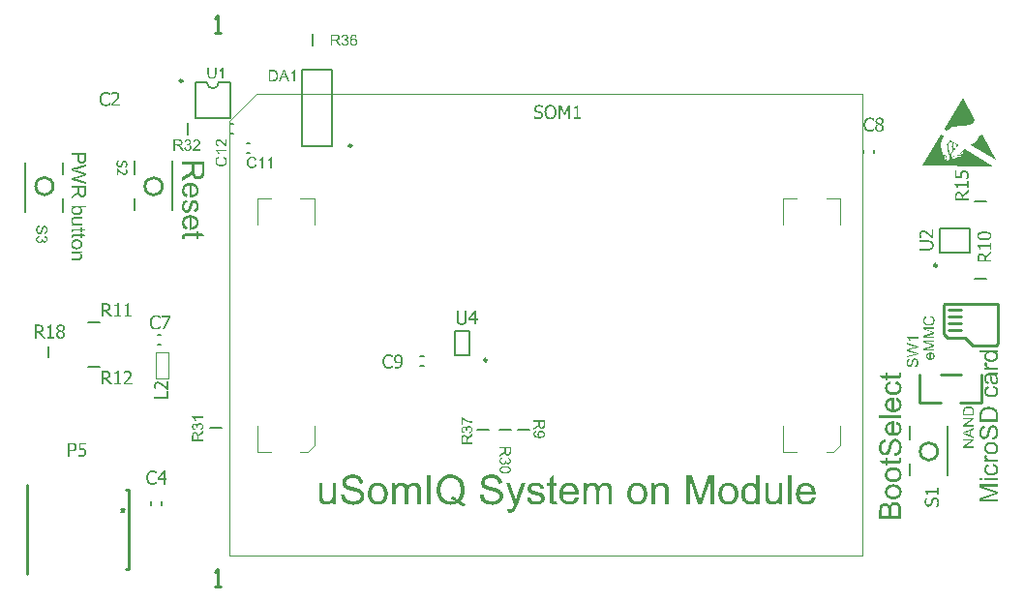
<source format=gto>
G04 Layer_Color=65535*
%FSLAX43Y43*%
%MOMM*%
G71*
G01*
G75*
%ADD10C,0.200*%
%ADD12C,0.254*%
%ADD71C,0.250*%
%ADD72C,0.100*%
G36*
X104217Y68516D02*
X104243D01*
X104313Y68509D01*
X104391Y68498D01*
X104473Y68479D01*
X104561Y68457D01*
X104643Y68428D01*
X104647D01*
X104654Y68424D01*
X104665Y68416D01*
X104680Y68409D01*
X104717Y68391D01*
X104765Y68357D01*
X104821Y68320D01*
X104876Y68272D01*
X104928Y68216D01*
X104976Y68154D01*
Y68150D01*
X104980Y68146D01*
X104987Y68135D01*
X104995Y68124D01*
X105013Y68087D01*
X105035Y68039D01*
X105061Y67979D01*
X105080Y67909D01*
X105098Y67835D01*
X105106Y67754D01*
X104780Y67728D01*
Y67731D01*
Y67739D01*
X104776Y67750D01*
X104772Y67768D01*
X104761Y67809D01*
X104747Y67865D01*
X104724Y67924D01*
X104691Y67983D01*
X104650Y68039D01*
X104598Y68091D01*
X104591Y68094D01*
X104572Y68109D01*
X104535Y68131D01*
X104487Y68154D01*
X104424Y68176D01*
X104350Y68198D01*
X104258Y68213D01*
X104154Y68216D01*
X104102D01*
X104080Y68213D01*
X104050Y68209D01*
X103984Y68202D01*
X103910Y68187D01*
X103836Y68168D01*
X103765Y68139D01*
X103736Y68120D01*
X103706Y68102D01*
X103699Y68098D01*
X103684Y68083D01*
X103661Y68057D01*
X103639Y68028D01*
X103613Y67987D01*
X103591Y67942D01*
X103576Y67891D01*
X103569Y67831D01*
Y67824D01*
Y67809D01*
X103573Y67783D01*
X103580Y67754D01*
X103591Y67717D01*
X103610Y67679D01*
X103632Y67642D01*
X103665Y67605D01*
X103669Y67602D01*
X103687Y67591D01*
X103702Y67579D01*
X103717Y67572D01*
X103739Y67561D01*
X103765Y67546D01*
X103799Y67535D01*
X103836Y67520D01*
X103876Y67505D01*
X103924Y67487D01*
X103976Y67472D01*
X104036Y67454D01*
X104102Y67439D01*
X104176Y67420D01*
X104180D01*
X104195Y67417D01*
X104217Y67413D01*
X104243Y67405D01*
X104276Y67398D01*
X104317Y67387D01*
X104358Y67376D01*
X104402Y67365D01*
X104498Y67339D01*
X104591Y67313D01*
X104635Y67298D01*
X104676Y67283D01*
X104713Y67272D01*
X104743Y67257D01*
X104747D01*
X104754Y67254D01*
X104765Y67246D01*
X104780Y67239D01*
X104821Y67217D01*
X104869Y67187D01*
X104924Y67146D01*
X104980Y67102D01*
X105032Y67050D01*
X105076Y66994D01*
X105080Y66987D01*
X105095Y66968D01*
X105109Y66935D01*
X105132Y66891D01*
X105150Y66839D01*
X105169Y66776D01*
X105180Y66706D01*
X105184Y66631D01*
Y66628D01*
Y66624D01*
Y66613D01*
Y66598D01*
X105176Y66557D01*
X105169Y66506D01*
X105154Y66446D01*
X105135Y66383D01*
X105106Y66317D01*
X105065Y66246D01*
Y66243D01*
X105061Y66239D01*
X105043Y66217D01*
X105017Y66183D01*
X104980Y66146D01*
X104932Y66102D01*
X104872Y66054D01*
X104806Y66009D01*
X104728Y65969D01*
X104724D01*
X104717Y65965D01*
X104706Y65961D01*
X104691Y65954D01*
X104669Y65946D01*
X104643Y65935D01*
X104584Y65920D01*
X104513Y65902D01*
X104428Y65883D01*
X104335Y65872D01*
X104235Y65869D01*
X104176D01*
X104147Y65872D01*
X104113D01*
X104076Y65876D01*
X104032Y65880D01*
X103939Y65894D01*
X103843Y65909D01*
X103747Y65935D01*
X103654Y65969D01*
X103650D01*
X103643Y65972D01*
X103632Y65980D01*
X103617Y65987D01*
X103573Y66009D01*
X103521Y66043D01*
X103461Y66087D01*
X103399Y66139D01*
X103339Y66202D01*
X103284Y66272D01*
Y66276D01*
X103276Y66283D01*
X103273Y66294D01*
X103262Y66309D01*
X103254Y66328D01*
X103243Y66350D01*
X103217Y66406D01*
X103191Y66476D01*
X103169Y66554D01*
X103154Y66643D01*
X103147Y66735D01*
X103465Y66765D01*
Y66761D01*
Y66757D01*
X103469Y66746D01*
Y66731D01*
X103476Y66698D01*
X103487Y66650D01*
X103502Y66602D01*
X103517Y66546D01*
X103543Y66494D01*
X103569Y66446D01*
X103573Y66443D01*
X103584Y66428D01*
X103602Y66402D01*
X103632Y66376D01*
X103669Y66343D01*
X103710Y66309D01*
X103765Y66276D01*
X103824Y66246D01*
X103828D01*
X103832Y66243D01*
X103843Y66239D01*
X103854Y66235D01*
X103891Y66224D01*
X103939Y66209D01*
X103998Y66194D01*
X104065Y66183D01*
X104139Y66176D01*
X104221Y66172D01*
X104254D01*
X104291Y66176D01*
X104335Y66180D01*
X104387Y66187D01*
X104447Y66194D01*
X104506Y66209D01*
X104561Y66228D01*
X104569Y66231D01*
X104587Y66239D01*
X104613Y66254D01*
X104647Y66269D01*
X104680Y66294D01*
X104717Y66320D01*
X104754Y66350D01*
X104784Y66387D01*
X104787Y66391D01*
X104795Y66406D01*
X104806Y66424D01*
X104821Y66454D01*
X104835Y66483D01*
X104847Y66520D01*
X104854Y66561D01*
X104858Y66606D01*
Y66609D01*
Y66628D01*
X104854Y66650D01*
X104850Y66680D01*
X104839Y66709D01*
X104828Y66746D01*
X104810Y66783D01*
X104784Y66817D01*
X104780Y66820D01*
X104769Y66831D01*
X104754Y66846D01*
X104728Y66868D01*
X104698Y66891D01*
X104658Y66917D01*
X104610Y66943D01*
X104554Y66965D01*
X104550Y66968D01*
X104532Y66972D01*
X104502Y66983D01*
X104484Y66987D01*
X104458Y66994D01*
X104432Y67005D01*
X104398Y67013D01*
X104361Y67024D01*
X104317Y67035D01*
X104273Y67046D01*
X104221Y67061D01*
X104161Y67076D01*
X104098Y67091D01*
X104095D01*
X104084Y67094D01*
X104065Y67098D01*
X104043Y67105D01*
X104013Y67113D01*
X103980Y67120D01*
X103906Y67143D01*
X103824Y67168D01*
X103739Y67194D01*
X103665Y67220D01*
X103632Y67235D01*
X103602Y67250D01*
X103599D01*
X103595Y67254D01*
X103573Y67268D01*
X103539Y67287D01*
X103502Y67317D01*
X103458Y67350D01*
X103413Y67391D01*
X103369Y67439D01*
X103332Y67491D01*
X103328Y67498D01*
X103317Y67517D01*
X103302Y67546D01*
X103287Y67583D01*
X103273Y67631D01*
X103258Y67687D01*
X103247Y67746D01*
X103243Y67809D01*
Y67813D01*
Y67817D01*
Y67828D01*
Y67842D01*
X103250Y67879D01*
X103258Y67928D01*
X103269Y67983D01*
X103287Y68046D01*
X103313Y68109D01*
X103350Y68172D01*
Y68176D01*
X103354Y68179D01*
X103373Y68202D01*
X103399Y68231D01*
X103432Y68268D01*
X103476Y68309D01*
X103532Y68353D01*
X103599Y68394D01*
X103673Y68431D01*
X103676D01*
X103684Y68435D01*
X103695Y68439D01*
X103710Y68446D01*
X103728Y68453D01*
X103754Y68461D01*
X103810Y68476D01*
X103880Y68491D01*
X103961Y68505D01*
X104047Y68516D01*
X104143Y68520D01*
X104191D01*
X104217Y68516D01*
D02*
G37*
G36*
X148463Y67465D02*
X147123D01*
X148463Y66998D01*
Y66808D01*
X147100Y66345D01*
X148463D01*
Y66142D01*
X146862D01*
Y66459D01*
X147998Y66838D01*
X148000D01*
X148005Y66840D01*
X148012Y66843D01*
X148023Y66847D01*
X148051Y66857D01*
X148086Y66868D01*
X148125Y66880D01*
X148165Y66894D01*
X148202Y66905D01*
X148234Y66914D01*
X148229Y66917D01*
X148218Y66919D01*
X148197Y66926D01*
X148169Y66935D01*
X148132Y66947D01*
X148088Y66963D01*
X148037Y66979D01*
X147977Y67000D01*
X146862Y67384D01*
Y67669D01*
X148463D01*
Y67465D01*
D02*
G37*
G36*
X92074Y68516D02*
X92100D01*
X92170Y68509D01*
X92248Y68498D01*
X92329Y68479D01*
X92418Y68457D01*
X92500Y68428D01*
X92503D01*
X92511Y68424D01*
X92522Y68416D01*
X92537Y68409D01*
X92574Y68391D01*
X92622Y68357D01*
X92677Y68320D01*
X92733Y68272D01*
X92785Y68216D01*
X92833Y68154D01*
Y68150D01*
X92837Y68146D01*
X92844Y68135D01*
X92851Y68124D01*
X92870Y68087D01*
X92892Y68039D01*
X92918Y67979D01*
X92937Y67909D01*
X92955Y67835D01*
X92963Y67754D01*
X92637Y67728D01*
Y67731D01*
Y67739D01*
X92633Y67750D01*
X92629Y67768D01*
X92618Y67809D01*
X92603Y67865D01*
X92581Y67924D01*
X92548Y67983D01*
X92507Y68039D01*
X92455Y68091D01*
X92448Y68094D01*
X92429Y68109D01*
X92392Y68131D01*
X92344Y68154D01*
X92281Y68176D01*
X92207Y68198D01*
X92115Y68213D01*
X92011Y68216D01*
X91959D01*
X91937Y68213D01*
X91907Y68209D01*
X91840Y68202D01*
X91766Y68187D01*
X91692Y68168D01*
X91622Y68139D01*
X91592Y68120D01*
X91563Y68102D01*
X91555Y68098D01*
X91541Y68083D01*
X91518Y68057D01*
X91496Y68028D01*
X91470Y67987D01*
X91448Y67942D01*
X91433Y67891D01*
X91426Y67831D01*
Y67824D01*
Y67809D01*
X91429Y67783D01*
X91437Y67754D01*
X91448Y67717D01*
X91466Y67679D01*
X91489Y67642D01*
X91522Y67605D01*
X91526Y67602D01*
X91544Y67591D01*
X91559Y67579D01*
X91574Y67572D01*
X91596Y67561D01*
X91622Y67546D01*
X91655Y67535D01*
X91692Y67520D01*
X91733Y67505D01*
X91781Y67487D01*
X91833Y67472D01*
X91892Y67454D01*
X91959Y67439D01*
X92033Y67420D01*
X92037D01*
X92052Y67417D01*
X92074Y67413D01*
X92100Y67405D01*
X92133Y67398D01*
X92174Y67387D01*
X92215Y67376D01*
X92259Y67365D01*
X92355Y67339D01*
X92448Y67313D01*
X92492Y67298D01*
X92533Y67283D01*
X92570Y67272D01*
X92600Y67257D01*
X92603D01*
X92611Y67254D01*
X92622Y67246D01*
X92637Y67239D01*
X92677Y67217D01*
X92726Y67187D01*
X92781Y67146D01*
X92837Y67102D01*
X92889Y67050D01*
X92933Y66994D01*
X92937Y66987D01*
X92951Y66968D01*
X92966Y66935D01*
X92989Y66891D01*
X93007Y66839D01*
X93026Y66776D01*
X93037Y66706D01*
X93040Y66631D01*
Y66628D01*
Y66624D01*
Y66613D01*
Y66598D01*
X93033Y66557D01*
X93026Y66506D01*
X93011Y66446D01*
X92992Y66383D01*
X92963Y66317D01*
X92922Y66246D01*
Y66243D01*
X92918Y66239D01*
X92900Y66217D01*
X92874Y66183D01*
X92837Y66146D01*
X92789Y66102D01*
X92729Y66054D01*
X92663Y66009D01*
X92585Y65969D01*
X92581D01*
X92574Y65965D01*
X92563Y65961D01*
X92548Y65954D01*
X92526Y65946D01*
X92500Y65935D01*
X92440Y65920D01*
X92370Y65902D01*
X92285Y65883D01*
X92192Y65872D01*
X92092Y65869D01*
X92033D01*
X92003Y65872D01*
X91970D01*
X91933Y65876D01*
X91889Y65880D01*
X91796Y65894D01*
X91700Y65909D01*
X91603Y65935D01*
X91511Y65969D01*
X91507D01*
X91500Y65972D01*
X91489Y65980D01*
X91474Y65987D01*
X91429Y66009D01*
X91378Y66043D01*
X91318Y66087D01*
X91255Y66139D01*
X91196Y66202D01*
X91141Y66272D01*
Y66276D01*
X91133Y66283D01*
X91129Y66294D01*
X91118Y66309D01*
X91111Y66328D01*
X91100Y66350D01*
X91074Y66406D01*
X91048Y66476D01*
X91026Y66554D01*
X91011Y66643D01*
X91004Y66735D01*
X91322Y66765D01*
Y66761D01*
Y66757D01*
X91326Y66746D01*
Y66731D01*
X91333Y66698D01*
X91344Y66650D01*
X91359Y66602D01*
X91374Y66546D01*
X91400Y66494D01*
X91426Y66446D01*
X91429Y66443D01*
X91441Y66428D01*
X91459Y66402D01*
X91489Y66376D01*
X91526Y66343D01*
X91566Y66309D01*
X91622Y66276D01*
X91681Y66246D01*
X91685D01*
X91689Y66243D01*
X91700Y66239D01*
X91711Y66235D01*
X91748Y66224D01*
X91796Y66209D01*
X91855Y66194D01*
X91922Y66183D01*
X91996Y66176D01*
X92077Y66172D01*
X92111D01*
X92148Y66176D01*
X92192Y66180D01*
X92244Y66187D01*
X92303Y66194D01*
X92363Y66209D01*
X92418Y66228D01*
X92426Y66231D01*
X92444Y66239D01*
X92470Y66254D01*
X92503Y66269D01*
X92537Y66294D01*
X92574Y66320D01*
X92611Y66350D01*
X92640Y66387D01*
X92644Y66391D01*
X92651Y66406D01*
X92663Y66424D01*
X92677Y66454D01*
X92692Y66483D01*
X92703Y66520D01*
X92711Y66561D01*
X92714Y66606D01*
Y66609D01*
Y66628D01*
X92711Y66650D01*
X92707Y66680D01*
X92696Y66709D01*
X92685Y66746D01*
X92666Y66783D01*
X92640Y66817D01*
X92637Y66820D01*
X92626Y66831D01*
X92611Y66846D01*
X92585Y66868D01*
X92555Y66891D01*
X92514Y66917D01*
X92466Y66943D01*
X92411Y66965D01*
X92407Y66968D01*
X92389Y66972D01*
X92359Y66983D01*
X92340Y66987D01*
X92314Y66994D01*
X92289Y67005D01*
X92255Y67013D01*
X92218Y67024D01*
X92174Y67035D01*
X92129Y67046D01*
X92077Y67061D01*
X92018Y67076D01*
X91955Y67091D01*
X91952D01*
X91940Y67094D01*
X91922Y67098D01*
X91900Y67105D01*
X91870Y67113D01*
X91837Y67120D01*
X91763Y67143D01*
X91681Y67168D01*
X91596Y67194D01*
X91522Y67220D01*
X91489Y67235D01*
X91459Y67250D01*
X91455D01*
X91452Y67254D01*
X91429Y67268D01*
X91396Y67287D01*
X91359Y67317D01*
X91315Y67350D01*
X91270Y67391D01*
X91226Y67439D01*
X91189Y67491D01*
X91185Y67498D01*
X91174Y67517D01*
X91159Y67546D01*
X91144Y67583D01*
X91129Y67631D01*
X91115Y67687D01*
X91104Y67746D01*
X91100Y67809D01*
Y67813D01*
Y67817D01*
Y67828D01*
Y67842D01*
X91107Y67879D01*
X91115Y67928D01*
X91126Y67983D01*
X91144Y68046D01*
X91170Y68109D01*
X91207Y68172D01*
Y68176D01*
X91211Y68179D01*
X91229Y68202D01*
X91255Y68231D01*
X91289Y68268D01*
X91333Y68309D01*
X91389Y68353D01*
X91455Y68394D01*
X91529Y68431D01*
X91533D01*
X91541Y68435D01*
X91552Y68439D01*
X91566Y68446D01*
X91585Y68453D01*
X91611Y68461D01*
X91666Y68476D01*
X91737Y68491D01*
X91818Y68505D01*
X91903Y68516D01*
X92000Y68520D01*
X92048D01*
X92074Y68516D01*
D02*
G37*
G36*
X119086Y67809D02*
X119127Y67805D01*
X119175Y67798D01*
X119227Y67787D01*
X119282Y67772D01*
X119334Y67750D01*
X119341Y67746D01*
X119356Y67739D01*
X119382Y67728D01*
X119412Y67709D01*
X119449Y67687D01*
X119482Y67657D01*
X119515Y67628D01*
X119545Y67591D01*
X119549Y67587D01*
X119556Y67572D01*
X119567Y67554D01*
X119586Y67528D01*
X119601Y67491D01*
X119615Y67454D01*
X119634Y67409D01*
X119645Y67361D01*
Y67357D01*
X119649Y67342D01*
X119652Y67320D01*
X119656Y67291D01*
Y67246D01*
X119660Y67194D01*
X119664Y67131D01*
Y67054D01*
Y65913D01*
X119349D01*
Y67039D01*
Y67043D01*
Y67046D01*
Y67072D01*
Y67105D01*
X119345Y67146D01*
X119341Y67194D01*
X119334Y67242D01*
X119323Y67287D01*
X119312Y67328D01*
Y67331D01*
X119304Y67342D01*
X119293Y67361D01*
X119282Y67383D01*
X119264Y67405D01*
X119241Y67431D01*
X119212Y67457D01*
X119178Y67479D01*
X119175Y67483D01*
X119164Y67491D01*
X119141Y67498D01*
X119115Y67509D01*
X119086Y67520D01*
X119049Y67531D01*
X119004Y67535D01*
X118960Y67539D01*
X118941D01*
X118927Y67535D01*
X118890Y67531D01*
X118841Y67524D01*
X118790Y67505D01*
X118730Y67483D01*
X118671Y67454D01*
X118615Y67409D01*
X118608Y67402D01*
X118593Y67383D01*
X118582Y67368D01*
X118571Y67350D01*
X118556Y67328D01*
X118545Y67302D01*
X118530Y67272D01*
X118515Y67235D01*
X118504Y67194D01*
X118493Y67150D01*
X118486Y67102D01*
X118478Y67050D01*
X118471Y66987D01*
Y66924D01*
Y65913D01*
X118156D01*
Y67772D01*
X118438D01*
Y67505D01*
X118441Y67509D01*
X118449Y67520D01*
X118460Y67535D01*
X118475Y67554D01*
X118497Y67576D01*
X118523Y67602D01*
X118553Y67631D01*
X118590Y67661D01*
X118627Y67687D01*
X118671Y67717D01*
X118719Y67742D01*
X118771Y67765D01*
X118830Y67783D01*
X118890Y67798D01*
X118956Y67809D01*
X119027Y67813D01*
X119056D01*
X119086Y67809D01*
D02*
G37*
G36*
X127615Y65913D02*
X127322D01*
Y66146D01*
X127318Y66143D01*
X127315Y66135D01*
X127303Y66120D01*
X127289Y66102D01*
X127270Y66083D01*
X127248Y66061D01*
X127222Y66035D01*
X127189Y66009D01*
X127155Y65983D01*
X127118Y65957D01*
X127074Y65935D01*
X127026Y65917D01*
X126978Y65898D01*
X126922Y65883D01*
X126863Y65876D01*
X126800Y65872D01*
X126778D01*
X126763Y65876D01*
X126718Y65880D01*
X126666Y65887D01*
X126604Y65902D01*
X126533Y65924D01*
X126463Y65954D01*
X126392Y65994D01*
X126389D01*
X126385Y66002D01*
X126363Y66017D01*
X126329Y66046D01*
X126289Y66083D01*
X126241Y66132D01*
X126192Y66191D01*
X126144Y66257D01*
X126104Y66335D01*
Y66339D01*
X126100Y66346D01*
X126096Y66357D01*
X126089Y66372D01*
X126081Y66394D01*
X126070Y66420D01*
X126063Y66446D01*
X126055Y66480D01*
X126037Y66554D01*
X126018Y66639D01*
X126007Y66735D01*
X126004Y66839D01*
Y66843D01*
Y66850D01*
Y66865D01*
Y66887D01*
X126007Y66909D01*
Y66939D01*
X126015Y67005D01*
X126026Y67083D01*
X126044Y67168D01*
X126067Y67257D01*
X126096Y67342D01*
Y67346D01*
X126100Y67354D01*
X126107Y67365D01*
X126115Y67380D01*
X126137Y67420D01*
X126167Y67472D01*
X126204Y67528D01*
X126252Y67583D01*
X126307Y67642D01*
X126374Y67691D01*
X126378D01*
X126381Y67694D01*
X126392Y67702D01*
X126407Y67709D01*
X126444Y67728D01*
X126496Y67754D01*
X126555Y67776D01*
X126626Y67794D01*
X126704Y67809D01*
X126785Y67813D01*
X126815D01*
X126844Y67809D01*
X126885Y67805D01*
X126933Y67794D01*
X126985Y67783D01*
X127037Y67765D01*
X127085Y67739D01*
X127092Y67735D01*
X127107Y67728D01*
X127129Y67709D01*
X127159Y67691D01*
X127196Y67665D01*
X127229Y67631D01*
X127266Y67598D01*
X127300Y67557D01*
Y68476D01*
X127615D01*
Y65913D01*
D02*
G37*
G36*
X147521Y70161D02*
X147519Y70159D01*
X147514Y70149D01*
X147507Y70135D01*
X147500Y70117D01*
X147493Y70096D01*
X147487Y70071D01*
X147482Y70045D01*
X147480Y70020D01*
Y70017D01*
Y70008D01*
X147482Y69997D01*
X147484Y69980D01*
X147489Y69964D01*
X147496Y69943D01*
X147505Y69923D01*
X147519Y69904D01*
X147521Y69902D01*
X147526Y69895D01*
X147535Y69888D01*
X147547Y69876D01*
X147563Y69865D01*
X147581Y69853D01*
X147602Y69842D01*
X147628Y69832D01*
X147632Y69830D01*
X147646Y69828D01*
X147667Y69823D01*
X147695Y69816D01*
X147729Y69809D01*
X147769Y69805D01*
X147810Y69802D01*
X147857Y69800D01*
X148463D01*
Y69603D01*
X147301D01*
Y69781D01*
X147477D01*
X147475Y69784D01*
X147459Y69793D01*
X147438Y69805D01*
X147412Y69823D01*
X147387Y69842D01*
X147359Y69862D01*
X147336Y69883D01*
X147318Y69904D01*
X147315Y69906D01*
X147311Y69913D01*
X147304Y69927D01*
X147297Y69941D01*
X147290Y69960D01*
X147283Y69983D01*
X147278Y70006D01*
X147276Y70031D01*
Y70036D01*
Y70048D01*
X147278Y70068D01*
X147283Y70094D01*
X147292Y70124D01*
X147304Y70156D01*
X147320Y70193D01*
X147341Y70233D01*
X147521Y70161D01*
D02*
G37*
G36*
X147922Y71362D02*
X147945Y71360D01*
X147968D01*
X147993Y71355D01*
X148051Y71348D01*
X148109Y71334D01*
X148167Y71318D01*
X148220Y71295D01*
X148222D01*
X148225Y71292D01*
X148232Y71288D01*
X148241Y71283D01*
X148264Y71267D01*
X148292Y71246D01*
X148324Y71218D01*
X148357Y71184D01*
X148389Y71144D01*
X148419Y71098D01*
Y71096D01*
X148421Y71093D01*
X148426Y71086D01*
X148431Y71075D01*
X148435Y71063D01*
X148440Y71049D01*
X148454Y71015D01*
X148465Y70975D01*
X148477Y70927D01*
X148486Y70876D01*
X148488Y70820D01*
Y70818D01*
Y70809D01*
Y70797D01*
X148486Y70779D01*
X148484Y70758D01*
X148479Y70735D01*
X148475Y70707D01*
X148470Y70679D01*
X148451Y70617D01*
X148438Y70582D01*
X148424Y70550D01*
X148405Y70517D01*
X148384Y70485D01*
X148361Y70455D01*
X148333Y70425D01*
X148331Y70422D01*
X148326Y70418D01*
X148317Y70411D01*
X148303Y70402D01*
X148287Y70390D01*
X148269Y70378D01*
X148245Y70365D01*
X148218Y70351D01*
X148188Y70337D01*
X148153Y70323D01*
X148116Y70311D01*
X148077Y70300D01*
X148033Y70290D01*
X147986Y70284D01*
X147935Y70279D01*
X147882Y70277D01*
X147868D01*
X147852Y70279D01*
X147829D01*
X147804Y70281D01*
X147771Y70286D01*
X147739Y70290D01*
X147702Y70300D01*
X147665Y70309D01*
X147625Y70321D01*
X147584Y70334D01*
X147544Y70353D01*
X147507Y70371D01*
X147470Y70397D01*
X147436Y70422D01*
X147406Y70455D01*
X147403Y70457D01*
X147401Y70462D01*
X147394Y70471D01*
X147385Y70483D01*
X147375Y70496D01*
X147364Y70515D01*
X147352Y70533D01*
X147341Y70557D01*
X147329Y70582D01*
X147318Y70610D01*
X147297Y70672D01*
X147281Y70744D01*
X147278Y70781D01*
X147276Y70820D01*
Y70823D01*
Y70832D01*
Y70844D01*
X147278Y70860D01*
X147281Y70881D01*
X147285Y70904D01*
X147290Y70929D01*
X147294Y70959D01*
X147315Y71022D01*
X147327Y71054D01*
X147343Y71086D01*
X147359Y71119D01*
X147382Y71151D01*
X147406Y71181D01*
X147433Y71211D01*
X147436Y71214D01*
X147440Y71218D01*
X147449Y71225D01*
X147461Y71235D01*
X147477Y71246D01*
X147498Y71260D01*
X147521Y71274D01*
X147547Y71288D01*
X147574Y71302D01*
X147609Y71316D01*
X147644Y71329D01*
X147683Y71341D01*
X147725Y71350D01*
X147769Y71357D01*
X147815Y71362D01*
X147866Y71364D01*
X147903D01*
X147922Y71362D01*
D02*
G37*
G36*
X148072Y69434D02*
X148081Y69432D01*
X148095Y69430D01*
X148114Y69425D01*
X148132Y69420D01*
X148178Y69404D01*
X148227Y69383D01*
X148280Y69353D01*
X148331Y69316D01*
X148354Y69296D01*
X148377Y69272D01*
X148380Y69270D01*
X148382Y69265D01*
X148387Y69258D01*
X148394Y69249D01*
X148403Y69238D01*
X148412Y69221D01*
X148421Y69203D01*
X148433Y69184D01*
X148454Y69138D01*
X148470Y69083D01*
X148484Y69022D01*
X148486Y68988D01*
X148488Y68953D01*
Y68951D01*
Y68941D01*
Y68930D01*
X148486Y68914D01*
X148484Y68893D01*
X148479Y68870D01*
X148475Y68844D01*
X148470Y68817D01*
X148451Y68754D01*
X148438Y68724D01*
X148424Y68692D01*
X148405Y68659D01*
X148384Y68629D01*
X148361Y68599D01*
X148333Y68571D01*
X148331Y68569D01*
X148326Y68564D01*
X148317Y68557D01*
X148306Y68548D01*
X148289Y68539D01*
X148269Y68525D01*
X148245Y68513D01*
X148220Y68499D01*
X148190Y68486D01*
X148155Y68474D01*
X148121Y68460D01*
X148079Y68451D01*
X148037Y68442D01*
X147989Y68435D01*
X147940Y68430D01*
X147887Y68428D01*
X147854D01*
X147838Y68430D01*
X147820D01*
X147799Y68432D01*
X147776Y68435D01*
X147725Y68442D01*
X147669Y68453D01*
X147614Y68467D01*
X147558Y68488D01*
X147556D01*
X147551Y68490D01*
X147544Y68495D01*
X147535Y68499D01*
X147510Y68513D01*
X147480Y68534D01*
X147445Y68562D01*
X147410Y68594D01*
X147375Y68634D01*
X147348Y68678D01*
Y68680D01*
X147345Y68685D01*
X147341Y68692D01*
X147336Y68701D01*
X147331Y68712D01*
X147325Y68726D01*
X147311Y68761D01*
X147299Y68800D01*
X147288Y68849D01*
X147278Y68900D01*
X147276Y68955D01*
Y68958D01*
Y68965D01*
Y68974D01*
X147278Y68988D01*
Y69002D01*
X147281Y69020D01*
X147288Y69064D01*
X147299Y69113D01*
X147318Y69164D01*
X147341Y69215D01*
X147373Y69263D01*
Y69265D01*
X147378Y69268D01*
X147392Y69282D01*
X147412Y69302D01*
X147443Y69328D01*
X147480Y69353D01*
X147526Y69379D01*
X147579Y69402D01*
X147642Y69418D01*
X147672Y69226D01*
X147669D01*
X147667Y69224D01*
X147653Y69221D01*
X147632Y69215D01*
X147607Y69203D01*
X147579Y69191D01*
X147549Y69173D01*
X147521Y69152D01*
X147498Y69129D01*
X147496Y69127D01*
X147489Y69117D01*
X147480Y69101D01*
X147468Y69083D01*
X147456Y69057D01*
X147447Y69029D01*
X147440Y68997D01*
X147438Y68962D01*
Y68960D01*
Y68955D01*
Y68948D01*
X147440Y68937D01*
X147443Y68911D01*
X147452Y68877D01*
X147463Y68840D01*
X147482Y68798D01*
X147510Y68759D01*
X147526Y68740D01*
X147544Y68722D01*
X147547D01*
X147549Y68717D01*
X147556Y68712D01*
X147565Y68708D01*
X147577Y68701D01*
X147591Y68692D01*
X147607Y68685D01*
X147625Y68675D01*
X147648Y68666D01*
X147674Y68659D01*
X147702Y68650D01*
X147732Y68643D01*
X147764Y68638D01*
X147801Y68634D01*
X147841Y68629D01*
X147905D01*
X147919Y68631D01*
X147940D01*
X147961Y68634D01*
X148012Y68641D01*
X148067Y68650D01*
X148125Y68666D01*
X148176Y68687D01*
X148202Y68701D01*
X148222Y68717D01*
X148227Y68722D01*
X148239Y68733D01*
X148255Y68754D01*
X148273Y68779D01*
X148294Y68814D01*
X148310Y68854D01*
X148322Y68900D01*
X148324Y68925D01*
X148326Y68951D01*
Y68953D01*
Y68955D01*
X148324Y68969D01*
X148322Y68992D01*
X148317Y69018D01*
X148310Y69048D01*
X148296Y69080D01*
X148280Y69113D01*
X148257Y69143D01*
X148255Y69147D01*
X148243Y69154D01*
X148227Y69168D01*
X148202Y69184D01*
X148171Y69201D01*
X148134Y69219D01*
X148088Y69233D01*
X148037Y69242D01*
X148063Y69437D01*
X148065D01*
X148072Y69434D01*
D02*
G37*
G36*
X147086Y67988D02*
X146862D01*
Y68185D01*
X147086D01*
Y67988D01*
D02*
G37*
G36*
X148463D02*
X147301D01*
Y68185D01*
X148463D01*
Y67988D01*
D02*
G37*
G36*
X90585Y65913D02*
X90304D01*
Y66183D01*
X90300Y66180D01*
X90292Y66169D01*
X90281Y66154D01*
X90263Y66135D01*
X90241Y66113D01*
X90215Y66083D01*
X90185Y66057D01*
X90148Y66028D01*
X90107Y65998D01*
X90063Y65972D01*
X90015Y65946D01*
X89963Y65920D01*
X89904Y65902D01*
X89844Y65887D01*
X89778Y65876D01*
X89711Y65872D01*
X89685D01*
X89652Y65876D01*
X89611Y65880D01*
X89563Y65887D01*
X89511Y65898D01*
X89459Y65913D01*
X89404Y65935D01*
X89396Y65939D01*
X89381Y65946D01*
X89356Y65961D01*
X89326Y65980D01*
X89289Y66002D01*
X89256Y66028D01*
X89222Y66057D01*
X89193Y66091D01*
X89189Y66094D01*
X89181Y66109D01*
X89170Y66128D01*
X89156Y66157D01*
X89137Y66191D01*
X89122Y66231D01*
X89107Y66276D01*
X89096Y66324D01*
Y66328D01*
X89093Y66343D01*
X89089Y66365D01*
Y66394D01*
X89085Y66439D01*
X89081Y66487D01*
X89078Y66550D01*
Y66620D01*
Y67772D01*
X89393D01*
Y66739D01*
Y66735D01*
Y66728D01*
Y66717D01*
Y66698D01*
Y66657D01*
X89396Y66606D01*
Y66550D01*
X89400Y66494D01*
X89404Y66446D01*
X89411Y66406D01*
Y66402D01*
X89419Y66387D01*
X89426Y66365D01*
X89437Y66335D01*
X89456Y66306D01*
X89478Y66272D01*
X89504Y66243D01*
X89537Y66213D01*
X89541Y66209D01*
X89556Y66202D01*
X89574Y66191D01*
X89604Y66180D01*
X89637Y66165D01*
X89678Y66154D01*
X89722Y66146D01*
X89774Y66143D01*
X89800D01*
X89826Y66146D01*
X89859Y66150D01*
X89900Y66161D01*
X89944Y66172D01*
X89993Y66191D01*
X90041Y66213D01*
X90048Y66217D01*
X90063Y66228D01*
X90085Y66243D01*
X90111Y66265D01*
X90141Y66294D01*
X90170Y66328D01*
X90196Y66365D01*
X90218Y66409D01*
X90222Y66417D01*
X90226Y66431D01*
X90233Y66461D01*
X90244Y66502D01*
X90255Y66554D01*
X90263Y66617D01*
X90267Y66691D01*
X90270Y66776D01*
Y67772D01*
X90585D01*
Y65913D01*
D02*
G37*
G36*
X129614D02*
X129333D01*
Y66183D01*
X129329Y66180D01*
X129322Y66169D01*
X129311Y66154D01*
X129292Y66135D01*
X129270Y66113D01*
X129244Y66083D01*
X129214Y66057D01*
X129177Y66028D01*
X129137Y65998D01*
X129092Y65972D01*
X129044Y65946D01*
X128992Y65920D01*
X128933Y65902D01*
X128874Y65887D01*
X128807Y65876D01*
X128740Y65872D01*
X128714D01*
X128681Y65876D01*
X128640Y65880D01*
X128592Y65887D01*
X128540Y65898D01*
X128489Y65913D01*
X128433Y65935D01*
X128426Y65939D01*
X128411Y65946D01*
X128385Y65961D01*
X128355Y65980D01*
X128318Y66002D01*
X128285Y66028D01*
X128252Y66057D01*
X128222Y66091D01*
X128218Y66094D01*
X128211Y66109D01*
X128200Y66128D01*
X128185Y66157D01*
X128166Y66191D01*
X128152Y66231D01*
X128137Y66276D01*
X128126Y66324D01*
Y66328D01*
X128122Y66343D01*
X128118Y66365D01*
Y66394D01*
X128115Y66439D01*
X128111Y66487D01*
X128107Y66550D01*
Y66620D01*
Y67772D01*
X128422D01*
Y66739D01*
Y66735D01*
Y66728D01*
Y66717D01*
Y66698D01*
Y66657D01*
X128426Y66606D01*
Y66550D01*
X128429Y66494D01*
X128433Y66446D01*
X128440Y66406D01*
Y66402D01*
X128448Y66387D01*
X128455Y66365D01*
X128466Y66335D01*
X128485Y66306D01*
X128507Y66272D01*
X128533Y66243D01*
X128566Y66213D01*
X128570Y66209D01*
X128585Y66202D01*
X128603Y66191D01*
X128633Y66180D01*
X128666Y66165D01*
X128707Y66154D01*
X128751Y66146D01*
X128803Y66143D01*
X128829D01*
X128855Y66146D01*
X128888Y66150D01*
X128929Y66161D01*
X128974Y66172D01*
X129022Y66191D01*
X129070Y66213D01*
X129077Y66217D01*
X129092Y66228D01*
X129114Y66243D01*
X129140Y66265D01*
X129170Y66294D01*
X129200Y66328D01*
X129225Y66365D01*
X129248Y66409D01*
X129251Y66417D01*
X129255Y66431D01*
X129263Y66461D01*
X129274Y66502D01*
X129285Y66554D01*
X129292Y66617D01*
X129296Y66691D01*
X129300Y66776D01*
Y67772D01*
X129614D01*
Y65913D01*
D02*
G37*
G36*
X130414D02*
X130099D01*
Y68476D01*
X130414D01*
Y65913D01*
D02*
G37*
G36*
X109561Y67772D02*
X109879D01*
Y67528D01*
X109561D01*
Y66435D01*
Y66428D01*
Y66413D01*
Y66391D01*
X109565Y66365D01*
X109568Y66306D01*
X109572Y66280D01*
X109576Y66261D01*
X109579Y66254D01*
X109590Y66239D01*
X109605Y66220D01*
X109631Y66202D01*
X109639Y66198D01*
X109657Y66191D01*
X109690Y66183D01*
X109739Y66180D01*
X109776D01*
X109794Y66183D01*
X109820D01*
X109850Y66187D01*
X109879Y66191D01*
X109920Y65913D01*
X109913D01*
X109898Y65909D01*
X109872Y65906D01*
X109839Y65902D01*
X109802Y65894D01*
X109761Y65891D01*
X109679Y65887D01*
X109650D01*
X109620Y65891D01*
X109583Y65894D01*
X109539Y65898D01*
X109494Y65909D01*
X109453Y65920D01*
X109413Y65939D01*
X109409Y65943D01*
X109398Y65950D01*
X109383Y65961D01*
X109361Y65980D01*
X109342Y65998D01*
X109320Y66024D01*
X109298Y66050D01*
X109283Y66083D01*
Y66087D01*
X109276Y66102D01*
X109272Y66128D01*
X109265Y66165D01*
X109257Y66213D01*
X109253Y66243D01*
Y66276D01*
X109250Y66317D01*
X109246Y66357D01*
Y66402D01*
Y66454D01*
Y67528D01*
X109013D01*
Y67772D01*
X109246D01*
Y68231D01*
X109561Y68420D01*
Y67772D01*
D02*
G37*
G36*
X98880Y65913D02*
X98540D01*
Y68476D01*
X98880D01*
Y65913D01*
D02*
G37*
G36*
X97447Y67809D02*
X97473D01*
X97499Y67805D01*
X97562Y67794D01*
X97629Y67776D01*
X97699Y67746D01*
X97769Y67709D01*
X97829Y67657D01*
X97836Y67650D01*
X97851Y67628D01*
X97877Y67594D01*
X97888Y67568D01*
X97903Y67542D01*
X97918Y67509D01*
X97929Y67476D01*
X97944Y67439D01*
X97955Y67394D01*
X97962Y67350D01*
X97969Y67298D01*
X97977Y67246D01*
Y67187D01*
Y65913D01*
X97662D01*
Y67080D01*
Y67083D01*
Y67087D01*
Y67109D01*
Y67143D01*
X97658Y67183D01*
X97655Y67228D01*
X97651Y67272D01*
X97644Y67317D01*
X97632Y67350D01*
Y67354D01*
X97625Y67365D01*
X97618Y67380D01*
X97607Y67398D01*
X97592Y67420D01*
X97573Y67442D01*
X97551Y67465D01*
X97521Y67487D01*
X97518Y67491D01*
X97507Y67494D01*
X97492Y67502D01*
X97466Y67513D01*
X97440Y67524D01*
X97407Y67531D01*
X97373Y67535D01*
X97332Y67539D01*
X97314D01*
X97299Y67535D01*
X97262Y67531D01*
X97218Y67524D01*
X97166Y67505D01*
X97110Y67483D01*
X97055Y67450D01*
X97003Y67405D01*
X96999Y67398D01*
X96984Y67380D01*
X96962Y67350D01*
X96940Y67305D01*
X96914Y67246D01*
X96896Y67176D01*
X96881Y67091D01*
X96873Y66991D01*
Y65913D01*
X96559D01*
Y67117D01*
Y67120D01*
Y67128D01*
Y67135D01*
Y67150D01*
X96555Y67191D01*
X96547Y67235D01*
X96540Y67287D01*
X96525Y67339D01*
X96507Y67387D01*
X96481Y67431D01*
X96477Y67435D01*
X96466Y67450D01*
X96447Y67465D01*
X96421Y67487D01*
X96388Y67505D01*
X96344Y67524D01*
X96292Y67535D01*
X96229Y67539D01*
X96207D01*
X96181Y67535D01*
X96151Y67531D01*
X96114Y67520D01*
X96070Y67509D01*
X96029Y67491D01*
X95984Y67468D01*
X95981Y67465D01*
X95966Y67454D01*
X95947Y67439D01*
X95922Y67417D01*
X95896Y67387D01*
X95870Y67350D01*
X95844Y67309D01*
X95822Y67261D01*
X95818Y67254D01*
X95814Y67235D01*
X95807Y67205D01*
X95796Y67165D01*
X95785Y67109D01*
X95777Y67043D01*
X95773Y66965D01*
X95770Y66876D01*
Y65913D01*
X95455D01*
Y67772D01*
X95736D01*
Y67505D01*
X95740Y67513D01*
X95751Y67528D01*
X95773Y67554D01*
X95799Y67583D01*
X95833Y67620D01*
X95873Y67657D01*
X95918Y67694D01*
X95970Y67728D01*
X95977Y67731D01*
X95996Y67742D01*
X96025Y67754D01*
X96066Y67772D01*
X96114Y67787D01*
X96170Y67798D01*
X96233Y67809D01*
X96299Y67813D01*
X96333D01*
X96373Y67809D01*
X96418Y67802D01*
X96473Y67791D01*
X96529Y67776D01*
X96584Y67754D01*
X96636Y67724D01*
X96644Y67720D01*
X96659Y67709D01*
X96681Y67691D01*
X96710Y67661D01*
X96740Y67628D01*
X96773Y67587D01*
X96803Y67539D01*
X96825Y67483D01*
X96829Y67487D01*
X96836Y67498D01*
X96847Y67513D01*
X96866Y67535D01*
X96888Y67561D01*
X96914Y67587D01*
X96944Y67617D01*
X96981Y67650D01*
X97021Y67679D01*
X97062Y67709D01*
X97110Y67735D01*
X97162Y67761D01*
X97218Y67783D01*
X97277Y67798D01*
X97336Y67809D01*
X97403Y67813D01*
X97429D01*
X97447Y67809D01*
D02*
G37*
G36*
X114172D02*
X114197D01*
X114223Y67805D01*
X114286Y67794D01*
X114353Y67776D01*
X114423Y67746D01*
X114494Y67709D01*
X114553Y67657D01*
X114560Y67650D01*
X114575Y67628D01*
X114601Y67594D01*
X114612Y67568D01*
X114627Y67542D01*
X114642Y67509D01*
X114653Y67476D01*
X114668Y67439D01*
X114679Y67394D01*
X114686Y67350D01*
X114694Y67298D01*
X114701Y67246D01*
Y67187D01*
Y65913D01*
X114386D01*
Y67080D01*
Y67083D01*
Y67087D01*
Y67109D01*
Y67143D01*
X114383Y67183D01*
X114379Y67228D01*
X114375Y67272D01*
X114368Y67317D01*
X114357Y67350D01*
Y67354D01*
X114349Y67365D01*
X114342Y67380D01*
X114331Y67398D01*
X114316Y67420D01*
X114297Y67442D01*
X114275Y67465D01*
X114246Y67487D01*
X114242Y67491D01*
X114231Y67494D01*
X114216Y67502D01*
X114190Y67513D01*
X114164Y67524D01*
X114131Y67531D01*
X114097Y67535D01*
X114057Y67539D01*
X114038D01*
X114023Y67535D01*
X113986Y67531D01*
X113942Y67524D01*
X113890Y67505D01*
X113834Y67483D01*
X113779Y67450D01*
X113727Y67405D01*
X113723Y67398D01*
X113709Y67380D01*
X113686Y67350D01*
X113664Y67305D01*
X113638Y67246D01*
X113620Y67176D01*
X113605Y67091D01*
X113597Y66991D01*
Y65913D01*
X113283D01*
Y67117D01*
Y67120D01*
Y67128D01*
Y67135D01*
Y67150D01*
X113279Y67191D01*
X113272Y67235D01*
X113264Y67287D01*
X113249Y67339D01*
X113231Y67387D01*
X113205Y67431D01*
X113201Y67435D01*
X113190Y67450D01*
X113172Y67465D01*
X113146Y67487D01*
X113112Y67505D01*
X113068Y67524D01*
X113016Y67535D01*
X112953Y67539D01*
X112931D01*
X112905Y67535D01*
X112875Y67531D01*
X112838Y67520D01*
X112794Y67509D01*
X112753Y67491D01*
X112709Y67468D01*
X112705Y67465D01*
X112690Y67454D01*
X112672Y67439D01*
X112646Y67417D01*
X112620Y67387D01*
X112594Y67350D01*
X112568Y67309D01*
X112546Y67261D01*
X112542Y67254D01*
X112538Y67235D01*
X112531Y67205D01*
X112520Y67165D01*
X112509Y67109D01*
X112501Y67043D01*
X112498Y66965D01*
X112494Y66876D01*
Y65913D01*
X112179D01*
Y67772D01*
X112461D01*
Y67505D01*
X112464Y67513D01*
X112475Y67528D01*
X112498Y67554D01*
X112524Y67583D01*
X112557Y67620D01*
X112598Y67657D01*
X112642Y67694D01*
X112694Y67728D01*
X112701Y67731D01*
X112720Y67742D01*
X112749Y67754D01*
X112790Y67772D01*
X112838Y67787D01*
X112894Y67798D01*
X112957Y67809D01*
X113023Y67813D01*
X113057D01*
X113098Y67809D01*
X113142Y67802D01*
X113198Y67791D01*
X113253Y67776D01*
X113309Y67754D01*
X113360Y67724D01*
X113368Y67720D01*
X113383Y67709D01*
X113405Y67691D01*
X113435Y67661D01*
X113464Y67628D01*
X113497Y67587D01*
X113527Y67539D01*
X113549Y67483D01*
X113553Y67487D01*
X113560Y67498D01*
X113572Y67513D01*
X113590Y67535D01*
X113612Y67561D01*
X113638Y67587D01*
X113668Y67617D01*
X113705Y67650D01*
X113746Y67679D01*
X113786Y67709D01*
X113834Y67735D01*
X113886Y67761D01*
X113942Y67783D01*
X114001Y67798D01*
X114060Y67809D01*
X114127Y67813D01*
X114153D01*
X114172Y67809D01*
D02*
G37*
G36*
X108087D02*
X108142Y67805D01*
X108202Y67798D01*
X108265Y67783D01*
X108331Y67768D01*
X108394Y67746D01*
X108398D01*
X108402Y67742D01*
X108420Y67735D01*
X108450Y67720D01*
X108487Y67702D01*
X108528Y67676D01*
X108568Y67646D01*
X108605Y67613D01*
X108639Y67576D01*
X108642Y67572D01*
X108650Y67557D01*
X108665Y67531D01*
X108683Y67502D01*
X108702Y67457D01*
X108720Y67409D01*
X108735Y67354D01*
X108750Y67291D01*
X108442Y67250D01*
Y67257D01*
X108439Y67272D01*
X108431Y67298D01*
X108420Y67331D01*
X108402Y67365D01*
X108380Y67402D01*
X108354Y67439D01*
X108317Y67472D01*
X108313Y67476D01*
X108298Y67483D01*
X108276Y67498D01*
X108242Y67513D01*
X108205Y67528D01*
X108157Y67542D01*
X108098Y67550D01*
X108035Y67554D01*
X107998D01*
X107961Y67550D01*
X107913Y67546D01*
X107865Y67535D01*
X107813Y67524D01*
X107765Y67505D01*
X107724Y67479D01*
X107720Y67476D01*
X107709Y67468D01*
X107694Y67454D01*
X107680Y67431D01*
X107661Y67409D01*
X107646Y67380D01*
X107635Y67346D01*
X107631Y67313D01*
Y67309D01*
Y67302D01*
X107635Y67291D01*
Y67276D01*
X107646Y67239D01*
X107668Y67202D01*
X107672Y67198D01*
X107676Y67194D01*
X107683Y67183D01*
X107698Y67172D01*
X107713Y67161D01*
X107735Y67146D01*
X107761Y67135D01*
X107791Y67120D01*
X107794D01*
X107802Y67117D01*
X107817Y67113D01*
X107843Y67102D01*
X107880Y67091D01*
X107928Y67080D01*
X107957Y67068D01*
X107991Y67061D01*
X108028Y67050D01*
X108068Y67039D01*
X108072D01*
X108083Y67035D01*
X108102Y67031D01*
X108124Y67024D01*
X108150Y67017D01*
X108183Y67009D01*
X108254Y66987D01*
X108331Y66965D01*
X108409Y66939D01*
X108479Y66913D01*
X108509Y66902D01*
X108535Y66891D01*
X108542Y66887D01*
X108557Y66880D01*
X108579Y66868D01*
X108613Y66850D01*
X108646Y66828D01*
X108679Y66798D01*
X108713Y66765D01*
X108742Y66728D01*
X108746Y66724D01*
X108754Y66709D01*
X108768Y66687D01*
X108783Y66654D01*
X108794Y66613D01*
X108809Y66568D01*
X108816Y66517D01*
X108820Y66457D01*
Y66450D01*
Y66431D01*
X108816Y66402D01*
X108809Y66361D01*
X108798Y66317D01*
X108779Y66269D01*
X108757Y66213D01*
X108728Y66161D01*
X108724Y66154D01*
X108709Y66139D01*
X108691Y66113D01*
X108661Y66083D01*
X108620Y66050D01*
X108576Y66013D01*
X108524Y65980D01*
X108461Y65946D01*
X108457D01*
X108454Y65943D01*
X108431Y65935D01*
X108394Y65924D01*
X108346Y65909D01*
X108287Y65894D01*
X108220Y65883D01*
X108150Y65876D01*
X108068Y65872D01*
X108035D01*
X108009Y65876D01*
X107980D01*
X107943Y65880D01*
X107905Y65883D01*
X107865Y65891D01*
X107776Y65909D01*
X107683Y65935D01*
X107594Y65972D01*
X107554Y65994D01*
X107517Y66020D01*
X107513Y66024D01*
X107509Y66028D01*
X107487Y66050D01*
X107454Y66083D01*
X107417Y66135D01*
X107376Y66198D01*
X107335Y66272D01*
X107302Y66365D01*
X107276Y66468D01*
X107587Y66517D01*
Y66513D01*
Y66509D01*
X107594Y66487D01*
X107602Y66450D01*
X107617Y66409D01*
X107635Y66365D01*
X107657Y66317D01*
X107691Y66269D01*
X107731Y66228D01*
X107739Y66224D01*
X107754Y66213D01*
X107783Y66198D01*
X107820Y66180D01*
X107868Y66161D01*
X107924Y66146D01*
X107991Y66135D01*
X108068Y66132D01*
X108105D01*
X108142Y66135D01*
X108191Y66143D01*
X108242Y66154D01*
X108298Y66169D01*
X108346Y66187D01*
X108391Y66217D01*
X108394Y66220D01*
X108409Y66231D01*
X108424Y66250D01*
X108446Y66276D01*
X108465Y66306D01*
X108483Y66343D01*
X108494Y66380D01*
X108498Y66424D01*
Y66428D01*
Y66443D01*
X108494Y66461D01*
X108487Y66487D01*
X108476Y66513D01*
X108457Y66539D01*
X108435Y66568D01*
X108402Y66591D01*
X108398Y66594D01*
X108387Y66598D01*
X108368Y66609D01*
X108339Y66620D01*
X108294Y66635D01*
X108268Y66646D01*
X108239Y66654D01*
X108205Y66665D01*
X108168Y66676D01*
X108128Y66687D01*
X108080Y66698D01*
X108076D01*
X108065Y66702D01*
X108046Y66706D01*
X108024Y66713D01*
X107994Y66720D01*
X107961Y66731D01*
X107891Y66750D01*
X107809Y66776D01*
X107731Y66798D01*
X107657Y66824D01*
X107624Y66839D01*
X107598Y66850D01*
X107591Y66854D01*
X107576Y66861D01*
X107554Y66876D01*
X107524Y66894D01*
X107491Y66920D01*
X107457Y66950D01*
X107424Y66983D01*
X107394Y67024D01*
X107391Y67028D01*
X107383Y67043D01*
X107372Y67068D01*
X107361Y67098D01*
X107350Y67135D01*
X107339Y67180D01*
X107331Y67224D01*
X107328Y67276D01*
Y67283D01*
Y67298D01*
X107331Y67320D01*
X107335Y67354D01*
X107343Y67387D01*
X107350Y67428D01*
X107365Y67465D01*
X107383Y67505D01*
X107387Y67509D01*
X107394Y67524D01*
X107406Y67542D01*
X107424Y67568D01*
X107446Y67594D01*
X107472Y67628D01*
X107502Y67657D01*
X107539Y67683D01*
X107543Y67687D01*
X107554Y67691D01*
X107568Y67702D01*
X107591Y67713D01*
X107620Y67728D01*
X107654Y67742D01*
X107694Y67757D01*
X107739Y67772D01*
X107746Y67776D01*
X107761Y67779D01*
X107787Y67787D01*
X107820Y67794D01*
X107861Y67802D01*
X107905Y67805D01*
X107957Y67813D01*
X108046D01*
X108087Y67809D01*
D02*
G37*
G36*
X106424Y65883D02*
Y65880D01*
X106420Y65869D01*
X106413Y65854D01*
X106406Y65835D01*
X106395Y65809D01*
X106383Y65780D01*
X106357Y65717D01*
X106332Y65646D01*
X106302Y65576D01*
X106272Y65513D01*
X106257Y65487D01*
X106246Y65461D01*
X106243Y65454D01*
X106232Y65435D01*
X106213Y65409D01*
X106191Y65376D01*
X106161Y65339D01*
X106128Y65302D01*
X106095Y65265D01*
X106054Y65235D01*
X106050Y65232D01*
X106035Y65224D01*
X106013Y65213D01*
X105980Y65198D01*
X105943Y65183D01*
X105898Y65172D01*
X105850Y65165D01*
X105795Y65161D01*
X105780D01*
X105761Y65165D01*
X105735D01*
X105706Y65172D01*
X105672Y65180D01*
X105635Y65187D01*
X105595Y65202D01*
X105561Y65495D01*
X105565D01*
X105580Y65491D01*
X105598Y65487D01*
X105621Y65480D01*
X105680Y65469D01*
X105739Y65465D01*
X105758D01*
X105776Y65469D01*
X105798D01*
X105854Y65480D01*
X105880Y65491D01*
X105906Y65502D01*
X105909D01*
X105917Y65509D01*
X105928Y65517D01*
X105943Y65528D01*
X105976Y65557D01*
X106006Y65598D01*
Y65602D01*
X106013Y65609D01*
X106020Y65624D01*
X106028Y65646D01*
X106043Y65676D01*
X106058Y65720D01*
X106080Y65772D01*
X106102Y65835D01*
Y65839D01*
X106109Y65854D01*
X106117Y65880D01*
X106132Y65913D01*
X105428Y67772D01*
X105761D01*
X106150Y66694D01*
Y66691D01*
X106154Y66687D01*
X106158Y66676D01*
X106161Y66657D01*
X106169Y66639D01*
X106176Y66617D01*
X106195Y66565D01*
X106217Y66502D01*
X106239Y66428D01*
X106261Y66350D01*
X106283Y66265D01*
Y66269D01*
X106287Y66276D01*
X106291Y66287D01*
X106295Y66302D01*
X106298Y66320D01*
X106306Y66343D01*
X106320Y66398D01*
X106339Y66461D01*
X106365Y66535D01*
X106387Y66609D01*
X106417Y66687D01*
X106817Y67772D01*
X107131D01*
X106424Y65883D01*
D02*
G37*
G36*
X123619Y65913D02*
X123293D01*
Y68057D01*
X122545Y65913D01*
X122241D01*
X121500Y68094D01*
Y65913D01*
X121174D01*
Y68476D01*
X121682D01*
X122289Y66657D01*
Y66654D01*
X122293Y66646D01*
X122297Y66635D01*
X122304Y66617D01*
X122319Y66572D01*
X122337Y66517D01*
X122356Y66454D01*
X122378Y66391D01*
X122397Y66331D01*
X122411Y66280D01*
X122415Y66287D01*
X122419Y66306D01*
X122430Y66339D01*
X122445Y66383D01*
X122463Y66443D01*
X122489Y66513D01*
X122515Y66594D01*
X122548Y66691D01*
X123163Y68476D01*
X123619D01*
Y65913D01*
D02*
G37*
G36*
X148060Y72817D02*
X148093Y72813D01*
X148130Y72803D01*
X148169Y72792D01*
X148211Y72773D01*
X148255Y72748D01*
X148257D01*
X148259Y72746D01*
X148273Y72734D01*
X148294Y72718D01*
X148317Y72695D01*
X148345Y72665D01*
X148375Y72628D01*
X148403Y72586D01*
X148428Y72537D01*
Y72535D01*
X148431Y72530D01*
X148433Y72523D01*
X148438Y72514D01*
X148442Y72500D01*
X148449Y72484D01*
X148458Y72447D01*
X148470Y72403D01*
X148482Y72350D01*
X148488Y72292D01*
X148491Y72230D01*
Y72227D01*
Y72220D01*
Y72209D01*
Y72193D01*
X148488Y72174D01*
Y72153D01*
X148486Y72130D01*
X148484Y72102D01*
X148475Y72044D01*
X148465Y71984D01*
X148449Y71924D01*
X148428Y71866D01*
Y71864D01*
X148426Y71859D01*
X148421Y71852D01*
X148417Y71843D01*
X148403Y71815D01*
X148382Y71783D01*
X148354Y71746D01*
X148322Y71707D01*
X148283Y71670D01*
X148239Y71635D01*
X148236D01*
X148232Y71630D01*
X148225Y71628D01*
X148215Y71621D01*
X148204Y71616D01*
X148190Y71609D01*
X148155Y71593D01*
X148111Y71577D01*
X148063Y71563D01*
X148007Y71554D01*
X147949Y71549D01*
X147931Y71748D01*
X147935D01*
X147942Y71751D01*
X147952D01*
X147972Y71755D01*
X148003Y71762D01*
X148033Y71771D01*
X148067Y71781D01*
X148100Y71797D01*
X148130Y71813D01*
X148132Y71815D01*
X148141Y71822D01*
X148158Y71834D01*
X148174Y71852D01*
X148195Y71876D01*
X148215Y71901D01*
X148236Y71936D01*
X148255Y71973D01*
Y71975D01*
X148257Y71977D01*
X148259Y71984D01*
X148262Y71991D01*
X148269Y72014D01*
X148278Y72044D01*
X148287Y72081D01*
X148294Y72123D01*
X148299Y72169D01*
X148301Y72220D01*
Y72223D01*
Y72225D01*
Y72232D01*
Y72241D01*
X148299Y72264D01*
X148296Y72292D01*
X148292Y72324D01*
X148287Y72361D01*
X148278Y72398D01*
X148266Y72433D01*
X148264Y72438D01*
X148259Y72449D01*
X148250Y72466D01*
X148241Y72486D01*
X148225Y72507D01*
X148208Y72530D01*
X148190Y72554D01*
X148167Y72572D01*
X148165Y72574D01*
X148155Y72579D01*
X148144Y72586D01*
X148125Y72595D01*
X148107Y72604D01*
X148084Y72611D01*
X148058Y72616D01*
X148030Y72618D01*
X148016D01*
X148003Y72616D01*
X147984Y72614D01*
X147965Y72607D01*
X147942Y72600D01*
X147919Y72588D01*
X147898Y72572D01*
X147896Y72570D01*
X147889Y72563D01*
X147880Y72554D01*
X147866Y72537D01*
X147852Y72519D01*
X147836Y72493D01*
X147820Y72463D01*
X147806Y72429D01*
X147804Y72426D01*
X147801Y72415D01*
X147794Y72396D01*
X147792Y72385D01*
X147787Y72368D01*
X147780Y72352D01*
X147776Y72331D01*
X147769Y72308D01*
X147762Y72280D01*
X147755Y72253D01*
X147746Y72220D01*
X147736Y72183D01*
X147727Y72144D01*
Y72142D01*
X147725Y72135D01*
X147723Y72123D01*
X147718Y72109D01*
X147713Y72091D01*
X147709Y72070D01*
X147695Y72024D01*
X147679Y71973D01*
X147662Y71920D01*
X147646Y71873D01*
X147637Y71852D01*
X147628Y71834D01*
Y71832D01*
X147625Y71829D01*
X147616Y71815D01*
X147605Y71795D01*
X147586Y71771D01*
X147565Y71744D01*
X147540Y71716D01*
X147510Y71688D01*
X147477Y71665D01*
X147473Y71663D01*
X147461Y71656D01*
X147443Y71646D01*
X147419Y71637D01*
X147389Y71628D01*
X147355Y71619D01*
X147318Y71612D01*
X147278Y71609D01*
X147257D01*
X147234Y71614D01*
X147204Y71619D01*
X147170Y71626D01*
X147130Y71637D01*
X147091Y71653D01*
X147051Y71677D01*
X147049D01*
X147047Y71679D01*
X147033Y71690D01*
X147014Y71707D01*
X146991Y71727D01*
X146966Y71755D01*
X146938Y71790D01*
X146913Y71832D01*
X146890Y71878D01*
Y71880D01*
X146887Y71885D01*
X146885Y71892D01*
X146880Y71901D01*
X146876Y71913D01*
X146871Y71929D01*
X146862Y71963D01*
X146852Y72007D01*
X146843Y72058D01*
X146836Y72112D01*
X146834Y72172D01*
Y72174D01*
Y72179D01*
Y72190D01*
Y72202D01*
X146836Y72218D01*
Y72234D01*
X146841Y72278D01*
X146848Y72327D01*
X146859Y72378D01*
X146873Y72433D01*
X146892Y72484D01*
Y72486D01*
X146894Y72491D01*
X146899Y72498D01*
X146903Y72507D01*
X146915Y72530D01*
X146936Y72560D01*
X146959Y72595D01*
X146989Y72630D01*
X147024Y72662D01*
X147063Y72692D01*
X147065D01*
X147068Y72695D01*
X147075Y72699D01*
X147082Y72704D01*
X147105Y72715D01*
X147135Y72729D01*
X147172Y72746D01*
X147216Y72757D01*
X147262Y72769D01*
X147313Y72773D01*
X147329Y72570D01*
X147322D01*
X147315Y72567D01*
X147304Y72565D01*
X147278Y72558D01*
X147244Y72549D01*
X147207Y72535D01*
X147170Y72514D01*
X147135Y72489D01*
X147102Y72456D01*
X147100Y72452D01*
X147091Y72440D01*
X147077Y72417D01*
X147063Y72387D01*
X147049Y72348D01*
X147035Y72301D01*
X147026Y72243D01*
X147024Y72179D01*
Y72176D01*
Y72169D01*
Y72160D01*
Y72146D01*
X147026Y72132D01*
X147028Y72114D01*
X147033Y72072D01*
X147042Y72026D01*
X147054Y71980D01*
X147072Y71936D01*
X147084Y71917D01*
X147095Y71899D01*
X147098Y71894D01*
X147107Y71885D01*
X147123Y71871D01*
X147142Y71857D01*
X147167Y71841D01*
X147195Y71827D01*
X147227Y71818D01*
X147264Y71813D01*
X147278D01*
X147294Y71815D01*
X147313Y71820D01*
X147336Y71827D01*
X147359Y71839D01*
X147382Y71852D01*
X147406Y71873D01*
X147408Y71876D01*
X147415Y71887D01*
X147422Y71896D01*
X147426Y71906D01*
X147433Y71920D01*
X147443Y71936D01*
X147449Y71957D01*
X147459Y71980D01*
X147468Y72005D01*
X147480Y72035D01*
X147489Y72068D01*
X147500Y72105D01*
X147510Y72146D01*
X147521Y72193D01*
Y72195D01*
X147524Y72204D01*
X147526Y72218D01*
X147530Y72234D01*
X147535Y72255D01*
X147542Y72280D01*
X147549Y72306D01*
X147556Y72334D01*
X147572Y72394D01*
X147588Y72452D01*
X147598Y72479D01*
X147607Y72505D01*
X147614Y72528D01*
X147623Y72547D01*
Y72549D01*
X147625Y72554D01*
X147630Y72560D01*
X147635Y72570D01*
X147648Y72595D01*
X147667Y72625D01*
X147692Y72660D01*
X147720Y72695D01*
X147753Y72727D01*
X147787Y72755D01*
X147792Y72757D01*
X147804Y72766D01*
X147824Y72776D01*
X147852Y72790D01*
X147885Y72801D01*
X147924Y72813D01*
X147968Y72820D01*
X148014Y72822D01*
X148035D01*
X148060Y72817D01*
D02*
G37*
G36*
X80699Y96340D02*
X80707Y96337D01*
X80719Y96333D01*
X80731Y96329D01*
X80747Y96323D01*
X80764Y96316D01*
X80782Y96308D01*
X80822Y96288D01*
X80861Y96262D01*
X80881Y96247D01*
X80901Y96231D01*
X80917Y96214D01*
X80934Y96195D01*
X80936Y96193D01*
X80939Y96190D01*
X80941Y96183D01*
X80947Y96176D01*
X80954Y96165D01*
X80961Y96154D01*
X80968Y96138D01*
X80975Y96123D01*
X80984Y96105D01*
X80991Y96085D01*
X80998Y96064D01*
X81005Y96041D01*
X81010Y96017D01*
X81013Y95992D01*
X81016Y95965D01*
X81018Y95937D01*
Y95935D01*
Y95930D01*
Y95921D01*
X81016Y95910D01*
Y95897D01*
X81015Y95882D01*
X81012Y95865D01*
X81009Y95845D01*
X81002Y95804D01*
X80991Y95762D01*
X80975Y95720D01*
X80965Y95700D01*
X80954Y95680D01*
X80953Y95679D01*
X80951Y95676D01*
X80947Y95670D01*
X80941Y95665D01*
X80936Y95656D01*
X80927Y95646D01*
X80917Y95635D01*
X80906Y95624D01*
X80893Y95613D01*
X80881Y95600D01*
X80848Y95574D01*
X80810Y95550D01*
X80768Y95529D01*
X80767D01*
X80762Y95527D01*
X80755Y95525D01*
X80747Y95521D01*
X80736Y95518D01*
X80721Y95514D01*
X80706Y95508D01*
X80689Y95504D01*
X80671Y95500D01*
X80650Y95494D01*
X80606Y95487D01*
X80557Y95481D01*
X80506Y95479D01*
X80490D01*
X80480Y95480D01*
X80466D01*
X80452Y95481D01*
X80434Y95483D01*
X80416Y95486D01*
X80375Y95493D01*
X80330Y95503D01*
X80284Y95517D01*
X80241Y95536D01*
X80239Y95538D01*
X80235Y95539D01*
X80229Y95542D01*
X80222Y95548D01*
X80213Y95553D01*
X80201Y95560D01*
X80176Y95579D01*
X80148Y95603D01*
X80120Y95631D01*
X80091Y95663D01*
X80067Y95701D01*
X80066Y95703D01*
X80065Y95707D01*
X80062Y95713D01*
X80058Y95720D01*
X80053Y95731D01*
X80049Y95742D01*
X80043Y95756D01*
X80038Y95772D01*
X80032Y95789D01*
X80026Y95807D01*
X80018Y95847D01*
X80011Y95892D01*
X80008Y95938D01*
Y95940D01*
Y95945D01*
Y95952D01*
X80010Y95962D01*
X80011Y95975D01*
X80012Y95990D01*
X80014Y96006D01*
X80018Y96024D01*
X80026Y96062D01*
X80039Y96105D01*
X80048Y96126D01*
X80058Y96145D01*
X80070Y96165D01*
X80083Y96185D01*
X80084Y96186D01*
X80086Y96189D01*
X80090Y96195D01*
X80097Y96202D01*
X80104Y96209D01*
X80114Y96219D01*
X80125Y96229D01*
X80136Y96240D01*
X80151Y96251D01*
X80167Y96262D01*
X80184Y96275D01*
X80203Y96286D01*
X80224Y96296D01*
X80245Y96308D01*
X80268Y96316D01*
X80293Y96324D01*
X80323Y96198D01*
X80321D01*
X80318Y96196D01*
X80313Y96193D01*
X80306Y96190D01*
X80297Y96188D01*
X80286Y96183D01*
X80263Y96172D01*
X80238Y96158D01*
X80213Y96141D01*
X80189Y96120D01*
X80167Y96097D01*
X80165Y96095D01*
X80159Y96086D01*
X80152Y96072D01*
X80142Y96054D01*
X80134Y96030D01*
X80125Y96003D01*
X80120Y95971D01*
X80118Y95935D01*
Y95934D01*
Y95930D01*
Y95924D01*
X80120Y95917D01*
Y95907D01*
X80121Y95896D01*
X80125Y95869D01*
X80131Y95839D01*
X80141Y95808D01*
X80155Y95776D01*
X80173Y95746D01*
Y95745D01*
X80176Y95744D01*
X80183Y95734D01*
X80194Y95721D01*
X80211Y95706D01*
X80232Y95687D01*
X80256Y95670D01*
X80286Y95655D01*
X80318Y95641D01*
X80320D01*
X80323Y95639D01*
X80327Y95638D01*
X80334Y95636D01*
X80342Y95634D01*
X80352Y95631D01*
X80376Y95627D01*
X80404Y95621D01*
X80435Y95615D01*
X80469Y95613D01*
X80506Y95611D01*
X80527D01*
X80537Y95613D01*
X80549D01*
X80564Y95614D01*
X80579Y95615D01*
X80613Y95620D01*
X80650Y95627D01*
X80686Y95635D01*
X80723Y95646D01*
X80724D01*
X80727Y95648D01*
X80731Y95651D01*
X80738Y95653D01*
X80755Y95662D01*
X80775Y95675D01*
X80798Y95690D01*
X80822Y95710D01*
X80843Y95732D01*
X80862Y95759D01*
Y95761D01*
X80864Y95763D01*
X80867Y95768D01*
X80869Y95773D01*
X80872Y95780D01*
X80877Y95789D01*
X80885Y95808D01*
X80893Y95834D01*
X80901Y95862D01*
X80906Y95893D01*
X80908Y95925D01*
Y95927D01*
Y95930D01*
Y95935D01*
X80906Y95944D01*
Y95954D01*
X80905Y95964D01*
X80899Y95989D01*
X80892Y96019D01*
X80881Y96048D01*
X80865Y96079D01*
X80857Y96095D01*
X80846Y96109D01*
X80844Y96110D01*
X80843Y96112D01*
X80838Y96116D01*
X80834Y96121D01*
X80827Y96127D01*
X80819Y96134D01*
X80810Y96143D01*
X80799Y96150D01*
X80786Y96158D01*
X80772Y96168D01*
X80758Y96176D01*
X80741Y96185D01*
X80723Y96192D01*
X80703Y96199D01*
X80682Y96206D01*
X80659Y96212D01*
X80692Y96341D01*
X80693D01*
X80699Y96340D01*
D02*
G37*
G36*
X81001Y96783D02*
X80238D01*
X80239Y96781D01*
X80245Y96774D01*
X80253Y96766D01*
X80263Y96752D01*
X80276Y96736D01*
X80290Y96716D01*
X80306Y96694D01*
X80321Y96668D01*
Y96667D01*
X80323Y96666D01*
X80328Y96657D01*
X80335Y96643D01*
X80344Y96626D01*
X80354Y96606D01*
X80363Y96585D01*
X80373Y96564D01*
X80382Y96543D01*
X80266D01*
Y96544D01*
X80263Y96547D01*
X80262Y96553D01*
X80258Y96560D01*
X80253Y96568D01*
X80248Y96578D01*
X80234Y96602D01*
X80218Y96630D01*
X80198Y96659D01*
X80176Y96688D01*
X80152Y96718D01*
X80151Y96719D01*
X80149Y96721D01*
X80145Y96725D01*
X80141Y96730D01*
X80127Y96743D01*
X80110Y96760D01*
X80090Y96777D01*
X80067Y96795D01*
X80045Y96811D01*
X80021Y96825D01*
Y96902D01*
X81001D01*
Y96783D01*
D02*
G37*
G36*
X77621Y97829D02*
X77639Y97826D01*
X77662Y97821D01*
X77687Y97814D01*
X77713Y97806D01*
X77738Y97795D01*
X77740D01*
X77741Y97793D01*
X77749Y97789D01*
X77762Y97781D01*
X77776Y97771D01*
X77793Y97757D01*
X77810Y97741D01*
X77827Y97723D01*
X77841Y97702D01*
X77842Y97699D01*
X77847Y97692D01*
X77852Y97679D01*
X77859Y97664D01*
X77866Y97645D01*
X77872Y97624D01*
X77876Y97600D01*
X77878Y97576D01*
Y97573D01*
Y97565D01*
X77876Y97554D01*
X77873Y97538D01*
X77869Y97520D01*
X77862Y97500D01*
X77854Y97480D01*
X77842Y97461D01*
X77841Y97458D01*
X77837Y97452D01*
X77828Y97442D01*
X77817Y97431D01*
X77803Y97418D01*
X77786Y97404D01*
X77766Y97392D01*
X77742Y97379D01*
X77744D01*
X77747Y97377D01*
X77751Y97376D01*
X77756Y97375D01*
X77772Y97369D01*
X77792Y97361D01*
X77814Y97349D01*
X77837Y97335D01*
X77858Y97317D01*
X77878Y97296D01*
X77879Y97293D01*
X77885Y97284D01*
X77893Y97270D01*
X77902Y97252D01*
X77910Y97229D01*
X77919Y97203D01*
X77924Y97172D01*
X77926Y97138D01*
Y97136D01*
Y97132D01*
Y97125D01*
X77924Y97117D01*
X77923Y97105D01*
X77920Y97093D01*
X77917Y97079D01*
X77914Y97063D01*
X77903Y97029D01*
X77895Y97011D01*
X77886Y96994D01*
X77875Y96976D01*
X77862Y96957D01*
X77848Y96939D01*
X77831Y96922D01*
X77830Y96921D01*
X77827Y96918D01*
X77821Y96914D01*
X77814Y96908D01*
X77806Y96901D01*
X77795Y96894D01*
X77782Y96885D01*
X77766Y96878D01*
X77751Y96870D01*
X77732Y96861D01*
X77714Y96854D01*
X77693Y96847D01*
X77670Y96842D01*
X77646Y96838D01*
X77623Y96835D01*
X77596Y96833D01*
X77583D01*
X77575Y96835D01*
X77563Y96836D01*
X77551Y96838D01*
X77537Y96840D01*
X77521Y96843D01*
X77487Y96852D01*
X77452Y96866D01*
X77434Y96874D01*
X77417Y96884D01*
X77400Y96897D01*
X77383Y96909D01*
X77381Y96911D01*
X77379Y96914D01*
X77374Y96918D01*
X77370Y96924D01*
X77363Y96931D01*
X77356Y96940D01*
X77348Y96950D01*
X77339Y96963D01*
X77331Y96977D01*
X77322Y96991D01*
X77307Y97025D01*
X77294Y97064D01*
X77290Y97086D01*
X77287Y97108D01*
X77407Y97124D01*
Y97122D01*
X77408Y97119D01*
X77410Y97114D01*
X77411Y97107D01*
X77412Y97098D01*
X77415Y97088D01*
X77422Y97067D01*
X77432Y97042D01*
X77445Y97018D01*
X77459Y96995D01*
X77476Y96976D01*
X77479Y96974D01*
X77484Y96969D01*
X77496Y96962D01*
X77510Y96955D01*
X77527Y96946D01*
X77548Y96939D01*
X77572Y96933D01*
X77597Y96932D01*
X77606D01*
X77611Y96933D01*
X77627Y96935D01*
X77646Y96939D01*
X77669Y96946D01*
X77693Y96956D01*
X77717Y96970D01*
X77740Y96990D01*
X77742Y96993D01*
X77749Y97001D01*
X77758Y97014D01*
X77769Y97031D01*
X77780Y97052D01*
X77789Y97076D01*
X77796Y97104D01*
X77799Y97135D01*
Y97136D01*
Y97139D01*
Y97143D01*
X77797Y97149D01*
X77796Y97165D01*
X77792Y97183D01*
X77786Y97205D01*
X77776Y97228D01*
X77762Y97251D01*
X77744Y97272D01*
X77741Y97275D01*
X77734Y97280D01*
X77723Y97289D01*
X77707Y97298D01*
X77687Y97308D01*
X77663Y97317D01*
X77637Y97322D01*
X77607Y97325D01*
X77594D01*
X77584Y97324D01*
X77572Y97322D01*
X77558Y97320D01*
X77541Y97317D01*
X77522Y97313D01*
X77537Y97418D01*
X77544D01*
X77549Y97417D01*
X77568D01*
X77583Y97420D01*
X77601Y97423D01*
X77623Y97427D01*
X77646Y97434D01*
X77669Y97444D01*
X77693Y97456D01*
X77694D01*
X77696Y97458D01*
X77703Y97463D01*
X77713Y97473D01*
X77724Y97486D01*
X77735Y97504D01*
X77745Y97525D01*
X77752Y97549D01*
X77755Y97564D01*
Y97579D01*
Y97580D01*
Y97582D01*
Y97590D01*
X77752Y97602D01*
X77749Y97617D01*
X77744Y97634D01*
X77737Y97652D01*
X77725Y97671D01*
X77710Y97688D01*
X77709Y97689D01*
X77701Y97695D01*
X77692Y97702D01*
X77679Y97710D01*
X77662Y97717D01*
X77642Y97724D01*
X77620Y97730D01*
X77594Y97731D01*
X77583D01*
X77570Y97728D01*
X77553Y97726D01*
X77535Y97720D01*
X77517Y97713D01*
X77497Y97702D01*
X77479Y97688D01*
X77477Y97686D01*
X77472Y97679D01*
X77463Y97669D01*
X77453Y97655D01*
X77444Y97637D01*
X77434Y97614D01*
X77425Y97587D01*
X77420Y97556D01*
X77300Y97578D01*
Y97579D01*
X77301Y97583D01*
X77303Y97589D01*
X77304Y97597D01*
X77307Y97607D01*
X77311Y97618D01*
X77319Y97645D01*
X77334Y97676D01*
X77350Y97707D01*
X77372Y97737D01*
X77398Y97764D01*
X77400Y97765D01*
X77403Y97767D01*
X77407Y97769D01*
X77412Y97774D01*
X77420Y97779D01*
X77429Y97785D01*
X77439Y97790D01*
X77452Y97798D01*
X77480Y97809D01*
X77513Y97820D01*
X77551Y97827D01*
X77570Y97830D01*
X77606D01*
X77621Y97829D01*
D02*
G37*
G36*
X76816Y97824D02*
X76829D01*
X76858Y97823D01*
X76890Y97819D01*
X76923Y97814D01*
X76954Y97807D01*
X76970Y97803D01*
X76983Y97799D01*
X76984D01*
X76985Y97798D01*
X76994Y97793D01*
X77007Y97788D01*
X77022Y97778D01*
X77039Y97765D01*
X77057Y97748D01*
X77074Y97728D01*
X77091Y97706D01*
Y97704D01*
X77092Y97703D01*
X77098Y97695D01*
X77104Y97681D01*
X77112Y97662D01*
X77119Y97641D01*
X77126Y97616D01*
X77131Y97589D01*
X77132Y97559D01*
Y97558D01*
Y97555D01*
Y97549D01*
X77131Y97542D01*
Y97532D01*
X77129Y97523D01*
X77124Y97499D01*
X77115Y97470D01*
X77104Y97441D01*
X77087Y97411D01*
X77076Y97397D01*
X77064Y97383D01*
X77063Y97382D01*
X77061Y97380D01*
X77057Y97376D01*
X77052Y97372D01*
X77045Y97366D01*
X77036Y97361D01*
X77025Y97353D01*
X77014Y97345D01*
X76999Y97338D01*
X76984Y97331D01*
X76967Y97322D01*
X76949Y97315D01*
X76928Y97310D01*
X76906Y97303D01*
X76882Y97298D01*
X76857Y97294D01*
X76860Y97293D01*
X76866Y97290D01*
X76874Y97284D01*
X76885Y97279D01*
X76911Y97263D01*
X76923Y97253D01*
X76935Y97245D01*
X76937Y97242D01*
X76944Y97235D01*
X76956Y97224D01*
X76970Y97210D01*
X76985Y97190D01*
X77004Y97169D01*
X77022Y97143D01*
X77042Y97115D01*
X77210Y96850D01*
X77049D01*
X76921Y97053D01*
Y97055D01*
X76918Y97057D01*
X76915Y97062D01*
X76911Y97067D01*
X76901Y97083D01*
X76888Y97103D01*
X76873Y97124D01*
X76857Y97146D01*
X76842Y97167D01*
X76827Y97187D01*
X76826Y97189D01*
X76822Y97194D01*
X76815Y97203D01*
X76805Y97212D01*
X76784Y97234D01*
X76772Y97244D01*
X76761Y97252D01*
X76760Y97253D01*
X76757Y97255D01*
X76751Y97258D01*
X76743Y97262D01*
X76734Y97266D01*
X76725Y97270D01*
X76702Y97277D01*
X76701D01*
X76698Y97279D01*
X76692D01*
X76685Y97280D01*
X76675Y97282D01*
X76664D01*
X76648Y97283D01*
X76482D01*
Y96850D01*
X76352D01*
Y97826D01*
X76805D01*
X76816Y97824D01*
D02*
G37*
G36*
X78391Y97829D02*
X78402Y97827D01*
X78416Y97826D01*
X78432Y97823D01*
X78447Y97820D01*
X78484Y97810D01*
X78521Y97796D01*
X78539Y97788D01*
X78557Y97778D01*
X78574Y97765D01*
X78590Y97751D01*
X78591Y97750D01*
X78594Y97748D01*
X78597Y97743D01*
X78602Y97737D01*
X78609Y97730D01*
X78616Y97720D01*
X78623Y97710D01*
X78632Y97697D01*
X78646Y97671D01*
X78660Y97637D01*
X78666Y97620D01*
X78669Y97600D01*
X78671Y97580D01*
X78673Y97559D01*
Y97556D01*
Y97549D01*
X78671Y97538D01*
X78670Y97523D01*
X78667Y97506D01*
X78661Y97486D01*
X78656Y97465D01*
X78647Y97444D01*
X78646Y97441D01*
X78643Y97434D01*
X78638Y97423D01*
X78629Y97407D01*
X78618Y97390D01*
X78604Y97369D01*
X78587Y97348D01*
X78567Y97324D01*
X78564Y97321D01*
X78557Y97313D01*
X78550Y97306D01*
X78543Y97298D01*
X78535Y97290D01*
X78523Y97279D01*
X78512Y97267D01*
X78498Y97255D01*
X78484Y97241D01*
X78467Y97225D01*
X78449Y97210D01*
X78429Y97191D01*
X78406Y97173D01*
X78384Y97153D01*
X78382Y97152D01*
X78380Y97149D01*
X78374Y97145D01*
X78367Y97139D01*
X78358Y97131D01*
X78349Y97122D01*
X78326Y97104D01*
X78302Y97083D01*
X78279Y97062D01*
X78260Y97043D01*
X78251Y97036D01*
X78244Y97029D01*
X78243Y97028D01*
X78239Y97024D01*
X78233Y97018D01*
X78226Y97009D01*
X78219Y97000D01*
X78210Y96990D01*
X78193Y96966D01*
X78674D01*
Y96850D01*
X78027D01*
Y96852D01*
Y96857D01*
Y96866D01*
X78029Y96877D01*
X78030Y96890D01*
X78033Y96904D01*
X78036Y96918D01*
X78041Y96933D01*
Y96935D01*
X78043Y96936D01*
X78045Y96945D01*
X78051Y96957D01*
X78060Y96974D01*
X78071Y96994D01*
X78085Y97017D01*
X78100Y97039D01*
X78120Y97063D01*
Y97064D01*
X78123Y97066D01*
X78130Y97074D01*
X78143Y97087D01*
X78161Y97105D01*
X78182Y97127D01*
X78209Y97152D01*
X78241Y97180D01*
X78277Y97210D01*
X78278Y97211D01*
X78284Y97215D01*
X78292Y97222D01*
X78302Y97231D01*
X78315Y97242D01*
X78330Y97255D01*
X78346Y97269D01*
X78364Y97284D01*
X78399Y97318D01*
X78435Y97352D01*
X78451Y97369D01*
X78467Y97386D01*
X78481Y97401D01*
X78492Y97417D01*
Y97418D01*
X78495Y97420D01*
X78498Y97424D01*
X78501Y97430D01*
X78511Y97445D01*
X78522Y97463D01*
X78532Y97486D01*
X78542Y97510D01*
X78547Y97537D01*
X78550Y97562D01*
Y97564D01*
Y97565D01*
X78549Y97573D01*
X78547Y97587D01*
X78543Y97603D01*
X78537Y97623D01*
X78528Y97642D01*
X78515Y97662D01*
X78498Y97682D01*
X78495Y97685D01*
X78488Y97690D01*
X78478Y97697D01*
X78463Y97707D01*
X78443Y97716D01*
X78420Y97724D01*
X78394Y97730D01*
X78364Y97731D01*
X78356D01*
X78350Y97730D01*
X78333Y97728D01*
X78313Y97724D01*
X78292Y97719D01*
X78268Y97709D01*
X78246Y97696D01*
X78224Y97679D01*
X78222Y97676D01*
X78216Y97669D01*
X78208Y97658D01*
X78199Y97641D01*
X78189Y97621D01*
X78181Y97596D01*
X78175Y97568D01*
X78172Y97535D01*
X78050Y97548D01*
Y97549D01*
X78051Y97554D01*
Y97561D01*
X78052Y97571D01*
X78055Y97582D01*
X78058Y97595D01*
X78062Y97610D01*
X78067Y97626D01*
X78078Y97659D01*
X78095Y97693D01*
X78105Y97710D01*
X78117Y97727D01*
X78130Y97743D01*
X78144Y97757D01*
X78146Y97758D01*
X78148Y97759D01*
X78153Y97764D01*
X78160Y97768D01*
X78168Y97774D01*
X78178Y97779D01*
X78189Y97786D01*
X78203Y97793D01*
X78219Y97800D01*
X78236Y97807D01*
X78254Y97813D01*
X78274Y97819D01*
X78295Y97823D01*
X78318Y97827D01*
X78341Y97829D01*
X78367Y97830D01*
X78381D01*
X78391Y97829D01*
D02*
G37*
G36*
X83237Y96317D02*
X83249Y96316D01*
X83265Y96314D01*
X83280Y96313D01*
X83299Y96309D01*
X83337Y96300D01*
X83379Y96288D01*
X83400Y96279D01*
X83420Y96269D01*
X83440Y96257D01*
X83459Y96244D01*
X83461Y96243D01*
X83464Y96241D01*
X83469Y96237D01*
X83476Y96230D01*
X83483Y96223D01*
X83493Y96213D01*
X83503Y96202D01*
X83514Y96190D01*
X83526Y96176D01*
X83537Y96159D01*
X83550Y96142D01*
X83561Y96124D01*
X83571Y96103D01*
X83582Y96082D01*
X83591Y96059D01*
X83599Y96034D01*
X83472Y96004D01*
Y96006D01*
X83471Y96008D01*
X83468Y96014D01*
X83465Y96021D01*
X83462Y96030D01*
X83458Y96041D01*
X83447Y96063D01*
X83433Y96089D01*
X83416Y96114D01*
X83395Y96138D01*
X83372Y96159D01*
X83369Y96162D01*
X83361Y96168D01*
X83347Y96175D01*
X83328Y96185D01*
X83304Y96193D01*
X83278Y96202D01*
X83245Y96207D01*
X83210Y96209D01*
X83199D01*
X83192Y96207D01*
X83182D01*
X83170Y96206D01*
X83144Y96202D01*
X83114Y96196D01*
X83083Y96186D01*
X83051Y96172D01*
X83021Y96154D01*
X83020D01*
X83018Y96151D01*
X83008Y96144D01*
X82996Y96133D01*
X82980Y96116D01*
X82962Y96094D01*
X82945Y96071D01*
X82929Y96041D01*
X82915Y96008D01*
Y96007D01*
X82914Y96004D01*
X82912Y96000D01*
X82911Y95993D01*
X82908Y95985D01*
X82905Y95975D01*
X82901Y95951D01*
X82896Y95923D01*
X82890Y95891D01*
X82887Y95858D01*
X82886Y95821D01*
Y95820D01*
Y95815D01*
Y95808D01*
Y95800D01*
X82887Y95790D01*
Y95777D01*
X82889Y95763D01*
X82890Y95748D01*
X82894Y95714D01*
X82901Y95677D01*
X82910Y95641D01*
X82921Y95604D01*
Y95603D01*
X82922Y95600D01*
X82925Y95595D01*
X82928Y95588D01*
X82936Y95571D01*
X82949Y95552D01*
X82965Y95529D01*
X82984Y95505D01*
X83007Y95484D01*
X83034Y95464D01*
X83035D01*
X83038Y95463D01*
X83042Y95460D01*
X83048Y95457D01*
X83055Y95454D01*
X83063Y95450D01*
X83083Y95442D01*
X83108Y95433D01*
X83137Y95426D01*
X83168Y95421D01*
X83200Y95419D01*
X83210D01*
X83218Y95421D01*
X83228D01*
X83238Y95422D01*
X83264Y95428D01*
X83293Y95435D01*
X83323Y95446D01*
X83354Y95462D01*
X83369Y95470D01*
X83383Y95481D01*
X83385Y95483D01*
X83386Y95484D01*
X83390Y95488D01*
X83396Y95493D01*
X83402Y95500D01*
X83409Y95508D01*
X83417Y95517D01*
X83424Y95528D01*
X83433Y95540D01*
X83443Y95555D01*
X83451Y95569D01*
X83459Y95586D01*
X83467Y95604D01*
X83474Y95624D01*
X83481Y95645D01*
X83486Y95667D01*
X83616Y95635D01*
Y95634D01*
X83615Y95628D01*
X83612Y95619D01*
X83607Y95608D01*
X83603Y95595D01*
X83598Y95580D01*
X83591Y95563D01*
X83582Y95545D01*
X83562Y95505D01*
X83537Y95466D01*
X83521Y95446D01*
X83506Y95426D01*
X83489Y95409D01*
X83469Y95392D01*
X83468Y95391D01*
X83465Y95388D01*
X83458Y95385D01*
X83451Y95380D01*
X83440Y95373D01*
X83428Y95366D01*
X83413Y95359D01*
X83397Y95352D01*
X83379Y95343D01*
X83359Y95336D01*
X83338Y95329D01*
X83316Y95322D01*
X83292Y95316D01*
X83266Y95314D01*
X83240Y95311D01*
X83211Y95309D01*
X83196D01*
X83185Y95311D01*
X83172D01*
X83156Y95312D01*
X83139Y95315D01*
X83120Y95318D01*
X83079Y95325D01*
X83037Y95336D01*
X82994Y95352D01*
X82975Y95361D01*
X82955Y95373D01*
X82953Y95374D01*
X82951Y95376D01*
X82945Y95380D01*
X82939Y95385D01*
X82931Y95391D01*
X82921Y95399D01*
X82910Y95409D01*
X82898Y95421D01*
X82887Y95433D01*
X82874Y95446D01*
X82849Y95478D01*
X82825Y95517D01*
X82804Y95559D01*
Y95560D01*
X82801Y95564D01*
X82800Y95571D01*
X82795Y95580D01*
X82793Y95591D01*
X82788Y95605D01*
X82783Y95621D01*
X82779Y95638D01*
X82774Y95656D01*
X82769Y95677D01*
X82762Y95721D01*
X82756Y95770D01*
X82753Y95821D01*
Y95822D01*
Y95828D01*
Y95837D01*
X82755Y95846D01*
Y95860D01*
X82756Y95875D01*
X82757Y95893D01*
X82760Y95911D01*
X82767Y95952D01*
X82777Y95997D01*
X82791Y96042D01*
X82811Y96086D01*
X82812Y96087D01*
X82814Y96092D01*
X82817Y96097D01*
X82822Y96104D01*
X82828Y96114D01*
X82835Y96126D01*
X82853Y96151D01*
X82877Y96179D01*
X82905Y96207D01*
X82938Y96235D01*
X82976Y96259D01*
X82977Y96261D01*
X82982Y96262D01*
X82987Y96265D01*
X82994Y96269D01*
X83006Y96274D01*
X83017Y96278D01*
X83031Y96283D01*
X83046Y96289D01*
X83063Y96295D01*
X83082Y96300D01*
X83121Y96309D01*
X83166Y96316D01*
X83213Y96319D01*
X83227D01*
X83237Y96317D01*
D02*
G37*
G36*
X64612Y89272D02*
X64610D01*
X64607Y89271D01*
X64602Y89269D01*
X64595Y89268D01*
X64586Y89267D01*
X64576Y89264D01*
X64555Y89257D01*
X64530Y89247D01*
X64506Y89234D01*
X64483Y89220D01*
X64464Y89203D01*
X64462Y89200D01*
X64457Y89195D01*
X64450Y89183D01*
X64443Y89169D01*
X64434Y89152D01*
X64427Y89131D01*
X64421Y89107D01*
X64420Y89082D01*
Y89080D01*
Y89078D01*
Y89073D01*
X64421Y89068D01*
X64423Y89052D01*
X64427Y89033D01*
X64434Y89010D01*
X64444Y88986D01*
X64458Y88962D01*
X64478Y88939D01*
X64481Y88937D01*
X64489Y88930D01*
X64502Y88921D01*
X64519Y88910D01*
X64540Y88899D01*
X64564Y88890D01*
X64592Y88883D01*
X64623Y88880D01*
X64631D01*
X64637Y88882D01*
X64653Y88883D01*
X64671Y88887D01*
X64693Y88893D01*
X64716Y88903D01*
X64739Y88917D01*
X64760Y88935D01*
X64763Y88938D01*
X64768Y88945D01*
X64777Y88956D01*
X64786Y88972D01*
X64796Y88992D01*
X64805Y89016D01*
X64810Y89042D01*
X64813Y89072D01*
Y89073D01*
Y89078D01*
Y89085D01*
X64812Y89095D01*
X64810Y89107D01*
X64808Y89121D01*
X64805Y89138D01*
X64801Y89157D01*
X64906Y89142D01*
Y89141D01*
Y89135D01*
X64905Y89130D01*
Y89124D01*
Y89123D01*
Y89121D01*
Y89117D01*
Y89111D01*
X64908Y89096D01*
X64911Y89078D01*
X64915Y89056D01*
X64922Y89033D01*
X64932Y89010D01*
X64944Y88986D01*
Y88985D01*
X64946Y88983D01*
X64951Y88976D01*
X64961Y88966D01*
X64974Y88955D01*
X64992Y88944D01*
X65013Y88934D01*
X65037Y88927D01*
X65052Y88924D01*
X65078D01*
X65090Y88927D01*
X65105Y88930D01*
X65122Y88935D01*
X65140Y88942D01*
X65159Y88954D01*
X65176Y88969D01*
X65177Y88970D01*
X65183Y88978D01*
X65190Y88987D01*
X65198Y89000D01*
X65205Y89017D01*
X65212Y89037D01*
X65218Y89059D01*
X65219Y89085D01*
Y89086D01*
Y89087D01*
Y89096D01*
X65216Y89109D01*
X65214Y89126D01*
X65208Y89144D01*
X65201Y89162D01*
X65190Y89182D01*
X65176Y89200D01*
X65174Y89202D01*
X65167Y89207D01*
X65157Y89216D01*
X65143Y89226D01*
X65125Y89235D01*
X65102Y89245D01*
X65075Y89254D01*
X65044Y89259D01*
X65066Y89379D01*
X65067D01*
X65071Y89378D01*
X65077Y89376D01*
X65085Y89375D01*
X65095Y89372D01*
X65106Y89368D01*
X65133Y89360D01*
X65164Y89345D01*
X65195Y89329D01*
X65225Y89307D01*
X65252Y89281D01*
X65253Y89279D01*
X65255Y89276D01*
X65257Y89272D01*
X65262Y89267D01*
X65267Y89259D01*
X65273Y89250D01*
X65278Y89240D01*
X65286Y89227D01*
X65297Y89199D01*
X65308Y89166D01*
X65315Y89128D01*
X65318Y89109D01*
Y89087D01*
Y89086D01*
Y89083D01*
Y89079D01*
Y89073D01*
X65317Y89058D01*
X65314Y89040D01*
X65309Y89017D01*
X65302Y88992D01*
X65294Y88966D01*
X65283Y88941D01*
Y88939D01*
X65281Y88938D01*
X65277Y88930D01*
X65269Y88917D01*
X65259Y88903D01*
X65245Y88886D01*
X65229Y88869D01*
X65211Y88852D01*
X65190Y88838D01*
X65187Y88837D01*
X65180Y88832D01*
X65167Y88827D01*
X65152Y88820D01*
X65133Y88813D01*
X65112Y88807D01*
X65088Y88803D01*
X65064Y88801D01*
X65053D01*
X65042Y88803D01*
X65026Y88806D01*
X65008Y88810D01*
X64988Y88817D01*
X64968Y88825D01*
X64949Y88837D01*
X64946Y88838D01*
X64940Y88842D01*
X64930Y88851D01*
X64919Y88862D01*
X64906Y88876D01*
X64892Y88893D01*
X64880Y88913D01*
X64867Y88937D01*
Y88935D01*
X64865Y88932D01*
X64864Y88928D01*
X64863Y88923D01*
X64857Y88907D01*
X64849Y88887D01*
X64837Y88865D01*
X64823Y88842D01*
X64805Y88821D01*
X64784Y88801D01*
X64781Y88800D01*
X64772Y88794D01*
X64758Y88786D01*
X64740Y88777D01*
X64717Y88769D01*
X64691Y88760D01*
X64660Y88755D01*
X64626Y88753D01*
X64613D01*
X64605Y88755D01*
X64593Y88756D01*
X64581Y88759D01*
X64567Y88762D01*
X64551Y88765D01*
X64517Y88776D01*
X64499Y88784D01*
X64482Y88793D01*
X64464Y88804D01*
X64445Y88817D01*
X64427Y88831D01*
X64410Y88848D01*
X64409Y88849D01*
X64406Y88852D01*
X64402Y88858D01*
X64396Y88865D01*
X64389Y88873D01*
X64382Y88884D01*
X64373Y88897D01*
X64366Y88913D01*
X64358Y88928D01*
X64349Y88947D01*
X64342Y88965D01*
X64335Y88986D01*
X64330Y89009D01*
X64326Y89033D01*
X64323Y89056D01*
X64321Y89083D01*
Y89085D01*
Y89089D01*
Y89096D01*
X64323Y89104D01*
X64324Y89116D01*
X64326Y89128D01*
X64328Y89142D01*
X64331Y89158D01*
X64340Y89192D01*
X64354Y89227D01*
X64362Y89245D01*
X64372Y89262D01*
X64385Y89279D01*
X64397Y89296D01*
X64399Y89298D01*
X64402Y89300D01*
X64406Y89305D01*
X64411Y89309D01*
X64419Y89316D01*
X64428Y89323D01*
X64438Y89331D01*
X64451Y89340D01*
X64465Y89348D01*
X64479Y89357D01*
X64513Y89372D01*
X64552Y89385D01*
X64574Y89389D01*
X64596Y89392D01*
X64612Y89272D01*
D02*
G37*
G36*
X84935Y95326D02*
X84816D01*
Y96089D01*
X84814Y96087D01*
X84807Y96082D01*
X84799Y96073D01*
X84785Y96063D01*
X84769Y96051D01*
X84749Y96037D01*
X84727Y96021D01*
X84701Y96006D01*
X84700D01*
X84699Y96004D01*
X84690Y95999D01*
X84676Y95992D01*
X84659Y95983D01*
X84639Y95973D01*
X84618Y95963D01*
X84597Y95954D01*
X84576Y95945D01*
Y96061D01*
X84577D01*
X84580Y96063D01*
X84586Y96065D01*
X84593Y96069D01*
X84601Y96073D01*
X84611Y96079D01*
X84635Y96093D01*
X84663Y96109D01*
X84692Y96128D01*
X84721Y96151D01*
X84751Y96175D01*
X84752Y96176D01*
X84754Y96178D01*
X84758Y96182D01*
X84763Y96186D01*
X84776Y96200D01*
X84793Y96217D01*
X84810Y96237D01*
X84828Y96259D01*
X84844Y96282D01*
X84858Y96306D01*
X84935D01*
Y95326D01*
D02*
G37*
G36*
X81001Y97193D02*
X80985D01*
X80974Y97194D01*
X80961Y97196D01*
X80947Y97198D01*
X80933Y97201D01*
X80917Y97207D01*
X80916D01*
X80915Y97208D01*
X80906Y97211D01*
X80893Y97217D01*
X80877Y97225D01*
X80857Y97237D01*
X80834Y97251D01*
X80812Y97266D01*
X80788Y97286D01*
X80786D01*
X80785Y97289D01*
X80776Y97296D01*
X80764Y97308D01*
X80745Y97327D01*
X80724Y97348D01*
X80699Y97375D01*
X80671Y97407D01*
X80641Y97442D01*
X80640Y97444D01*
X80635Y97449D01*
X80628Y97458D01*
X80620Y97468D01*
X80609Y97480D01*
X80596Y97496D01*
X80582Y97511D01*
X80566Y97530D01*
X80533Y97565D01*
X80499Y97600D01*
X80482Y97617D01*
X80465Y97633D01*
X80449Y97647D01*
X80434Y97658D01*
X80432D01*
X80431Y97661D01*
X80427Y97664D01*
X80421Y97666D01*
X80406Y97676D01*
X80387Y97688D01*
X80365Y97697D01*
X80341Y97707D01*
X80314Y97713D01*
X80289Y97716D01*
X80286D01*
X80277Y97714D01*
X80263Y97713D01*
X80248Y97709D01*
X80228Y97703D01*
X80208Y97693D01*
X80189Y97681D01*
X80169Y97664D01*
X80166Y97661D01*
X80160Y97654D01*
X80153Y97644D01*
X80144Y97628D01*
X80135Y97609D01*
X80127Y97586D01*
X80121Y97559D01*
X80120Y97530D01*
Y97528D01*
Y97525D01*
Y97521D01*
X80121Y97516D01*
X80122Y97499D01*
X80127Y97479D01*
X80132Y97458D01*
X80142Y97434D01*
X80155Y97411D01*
X80172Y97390D01*
X80175Y97387D01*
X80182Y97382D01*
X80193Y97373D01*
X80210Y97365D01*
X80229Y97355D01*
X80255Y97346D01*
X80283Y97341D01*
X80315Y97338D01*
X80303Y97215D01*
X80301D01*
X80297Y97217D01*
X80290D01*
X80280Y97218D01*
X80269Y97221D01*
X80256Y97224D01*
X80241Y97228D01*
X80225Y97232D01*
X80191Y97244D01*
X80158Y97260D01*
X80141Y97270D01*
X80124Y97283D01*
X80108Y97296D01*
X80094Y97310D01*
X80093Y97311D01*
X80091Y97314D01*
X80087Y97318D01*
X80083Y97325D01*
X80077Y97334D01*
X80072Y97344D01*
X80065Y97355D01*
X80058Y97369D01*
X80050Y97385D01*
X80043Y97401D01*
X80038Y97420D01*
X80032Y97439D01*
X80028Y97461D01*
X80024Y97483D01*
X80022Y97507D01*
X80021Y97533D01*
Y97534D01*
Y97538D01*
Y97547D01*
X80022Y97557D01*
X80024Y97568D01*
X80025Y97582D01*
X80028Y97597D01*
X80031Y97613D01*
X80041Y97650D01*
X80055Y97686D01*
X80063Y97705D01*
X80073Y97723D01*
X80086Y97740D01*
X80100Y97755D01*
X80101Y97757D01*
X80103Y97759D01*
X80108Y97762D01*
X80114Y97768D01*
X80121Y97775D01*
X80131Y97782D01*
X80141Y97789D01*
X80153Y97798D01*
X80180Y97812D01*
X80214Y97826D01*
X80231Y97831D01*
X80251Y97834D01*
X80270Y97837D01*
X80292Y97838D01*
X80301D01*
X80313Y97837D01*
X80328Y97836D01*
X80345Y97833D01*
X80365Y97827D01*
X80386Y97822D01*
X80407Y97813D01*
X80410Y97812D01*
X80417Y97809D01*
X80428Y97803D01*
X80444Y97795D01*
X80461Y97783D01*
X80482Y97769D01*
X80503Y97752D01*
X80527Y97733D01*
X80530Y97730D01*
X80538Y97723D01*
X80545Y97716D01*
X80552Y97709D01*
X80561Y97700D01*
X80572Y97689D01*
X80583Y97678D01*
X80596Y97664D01*
X80610Y97650D01*
X80626Y97633D01*
X80641Y97614D01*
X80659Y97595D01*
X80678Y97572D01*
X80698Y97549D01*
X80699Y97548D01*
X80702Y97545D01*
X80706Y97540D01*
X80712Y97533D01*
X80720Y97524D01*
X80729Y97514D01*
X80747Y97492D01*
X80768Y97468D01*
X80789Y97445D01*
X80807Y97425D01*
X80815Y97417D01*
X80822Y97410D01*
X80823Y97408D01*
X80827Y97404D01*
X80833Y97399D01*
X80841Y97392D01*
X80851Y97385D01*
X80861Y97376D01*
X80885Y97359D01*
Y97840D01*
X81001D01*
Y97193D01*
D02*
G37*
G36*
X84177Y95326D02*
X84057D01*
Y96089D01*
X84056Y96087D01*
X84049Y96082D01*
X84040Y96073D01*
X84026Y96063D01*
X84011Y96051D01*
X83991Y96037D01*
X83968Y96021D01*
X83943Y96006D01*
X83942D01*
X83940Y96004D01*
X83932Y95999D01*
X83918Y95992D01*
X83901Y95983D01*
X83881Y95973D01*
X83860Y95963D01*
X83839Y95954D01*
X83818Y95945D01*
Y96061D01*
X83819D01*
X83822Y96063D01*
X83827Y96065D01*
X83834Y96069D01*
X83843Y96073D01*
X83853Y96079D01*
X83877Y96093D01*
X83905Y96109D01*
X83933Y96128D01*
X83963Y96151D01*
X83992Y96175D01*
X83994Y96176D01*
X83995Y96178D01*
X83999Y96182D01*
X84005Y96186D01*
X84018Y96200D01*
X84035Y96217D01*
X84052Y96237D01*
X84070Y96259D01*
X84085Y96282D01*
X84099Y96306D01*
X84177D01*
Y95326D01*
D02*
G37*
G36*
X147521Y78246D02*
X147519Y78244D01*
X147514Y78234D01*
X147507Y78220D01*
X147500Y78202D01*
X147493Y78181D01*
X147487Y78156D01*
X147482Y78130D01*
X147480Y78105D01*
Y78102D01*
Y78093D01*
X147482Y78082D01*
X147484Y78065D01*
X147489Y78049D01*
X147496Y78028D01*
X147505Y78007D01*
X147519Y77989D01*
X147521Y77987D01*
X147526Y77980D01*
X147535Y77973D01*
X147547Y77961D01*
X147563Y77950D01*
X147581Y77938D01*
X147602Y77926D01*
X147628Y77917D01*
X147632Y77915D01*
X147646Y77913D01*
X147667Y77908D01*
X147695Y77901D01*
X147729Y77894D01*
X147769Y77889D01*
X147810Y77887D01*
X147857Y77885D01*
X148463D01*
Y77688D01*
X147301D01*
Y77866D01*
X147477D01*
X147475Y77869D01*
X147459Y77878D01*
X147438Y77889D01*
X147412Y77908D01*
X147387Y77926D01*
X147359Y77947D01*
X147336Y77968D01*
X147318Y77989D01*
X147315Y77991D01*
X147311Y77998D01*
X147304Y78012D01*
X147297Y78026D01*
X147290Y78045D01*
X147283Y78068D01*
X147278Y78091D01*
X147276Y78116D01*
Y78121D01*
Y78132D01*
X147278Y78153D01*
X147283Y78179D01*
X147292Y78209D01*
X147304Y78241D01*
X147320Y78278D01*
X147341Y78318D01*
X147521Y78246D01*
D02*
G37*
G36*
X148463Y79185D02*
X148317D01*
X148320Y79183D01*
X148324Y79181D01*
X148333Y79174D01*
X148345Y79164D01*
X148357Y79153D01*
X148370Y79139D01*
X148387Y79123D01*
X148403Y79102D01*
X148419Y79081D01*
X148435Y79058D01*
X148449Y79030D01*
X148461Y79000D01*
X148472Y78970D01*
X148482Y78935D01*
X148486Y78898D01*
X148488Y78859D01*
Y78857D01*
Y78852D01*
Y78845D01*
X148486Y78836D01*
X148484Y78808D01*
X148479Y78776D01*
X148470Y78736D01*
X148456Y78692D01*
X148438Y78648D01*
X148412Y78604D01*
Y78602D01*
X148407Y78600D01*
X148398Y78586D01*
X148380Y78565D01*
X148357Y78540D01*
X148326Y78510D01*
X148289Y78480D01*
X148248Y78449D01*
X148199Y78424D01*
X148197D01*
X148192Y78422D01*
X148185Y78419D01*
X148176Y78415D01*
X148162Y78410D01*
X148146Y78403D01*
X148130Y78399D01*
X148109Y78394D01*
X148063Y78382D01*
X148009Y78371D01*
X147949Y78364D01*
X147885Y78362D01*
X147854D01*
X147841Y78364D01*
X147822D01*
X147780Y78368D01*
X147732Y78375D01*
X147679Y78387D01*
X147623Y78401D01*
X147570Y78419D01*
X147568D01*
X147563Y78422D01*
X147556Y78426D01*
X147547Y78431D01*
X147521Y78445D01*
X147489Y78463D01*
X147454Y78486D01*
X147419Y78517D01*
X147382Y78551D01*
X147352Y78593D01*
Y78595D01*
X147350Y78598D01*
X147345Y78604D01*
X147341Y78614D01*
X147329Y78637D01*
X147313Y78669D01*
X147299Y78706D01*
X147288Y78750D01*
X147278Y78799D01*
X147276Y78850D01*
Y78852D01*
Y78854D01*
Y78868D01*
X147278Y78887D01*
X147281Y78912D01*
X147288Y78942D01*
X147294Y78975D01*
X147306Y79007D01*
X147322Y79037D01*
X147325Y79042D01*
X147329Y79051D01*
X147341Y79065D01*
X147352Y79083D01*
X147369Y79107D01*
X147389Y79127D01*
X147410Y79151D01*
X147436Y79171D01*
X146862D01*
Y79368D01*
X148463D01*
Y79185D01*
D02*
G37*
G36*
Y77242D02*
X148461Y77239D01*
X148451Y77237D01*
X148440Y77232D01*
X148421Y77225D01*
X148401Y77218D01*
X148375Y77214D01*
X148347Y77209D01*
X148317Y77205D01*
Y77202D01*
X148322Y77200D01*
X148333Y77186D01*
X148350Y77165D01*
X148370Y77137D01*
X148391Y77103D01*
X148414Y77068D01*
X148435Y77031D01*
X148451Y76992D01*
X148454Y76987D01*
X148456Y76973D01*
X148463Y76952D01*
X148470Y76927D01*
X148477Y76894D01*
X148482Y76857D01*
X148486Y76816D01*
X148488Y76774D01*
Y76772D01*
Y76765D01*
Y76756D01*
X148486Y76742D01*
Y76726D01*
X148484Y76707D01*
X148477Y76665D01*
X148465Y76619D01*
X148449Y76568D01*
X148426Y76522D01*
X148396Y76480D01*
X148391Y76476D01*
X148380Y76464D01*
X148359Y76448D01*
X148331Y76429D01*
X148296Y76411D01*
X148257Y76395D01*
X148208Y76383D01*
X148185Y76381D01*
X148158Y76378D01*
X148144D01*
X148127Y76381D01*
X148107Y76383D01*
X148081Y76388D01*
X148056Y76395D01*
X148028Y76404D01*
X148003Y76415D01*
X148000Y76418D01*
X147991Y76422D01*
X147977Y76432D01*
X147961Y76443D01*
X147942Y76457D01*
X147924Y76476D01*
X147905Y76494D01*
X147889Y76517D01*
X147887Y76520D01*
X147882Y76529D01*
X147873Y76540D01*
X147864Y76559D01*
X147854Y76580D01*
X147843Y76605D01*
X147834Y76631D01*
X147824Y76661D01*
Y76663D01*
X147822Y76672D01*
X147817Y76686D01*
X147815Y76705D01*
X147810Y76728D01*
X147806Y76758D01*
X147799Y76793D01*
X147794Y76834D01*
Y76837D01*
X147792Y76846D01*
Y76857D01*
X147790Y76874D01*
X147787Y76892D01*
X147783Y76915D01*
X147780Y76941D01*
X147776Y76969D01*
X147764Y77024D01*
X147753Y77084D01*
X147739Y77137D01*
X147732Y77163D01*
X147725Y77186D01*
X147718D01*
X147704Y77188D01*
X147655D01*
X147632Y77186D01*
X147607Y77181D01*
X147579Y77174D01*
X147551Y77163D01*
X147526Y77149D01*
X147505Y77131D01*
X147503Y77128D01*
X147493Y77117D01*
X147484Y77098D01*
X147470Y77075D01*
X147459Y77043D01*
X147447Y77006D01*
X147440Y76959D01*
X147438Y76906D01*
Y76904D01*
Y76899D01*
Y76892D01*
Y76883D01*
X147440Y76860D01*
X147445Y76827D01*
X147449Y76795D01*
X147459Y76760D01*
X147470Y76728D01*
X147487Y76700D01*
X147489Y76698D01*
X147496Y76689D01*
X147507Y76677D01*
X147526Y76663D01*
X147549Y76649D01*
X147579Y76633D01*
X147616Y76619D01*
X147658Y76605D01*
X147632Y76413D01*
X147630D01*
X147628Y76415D01*
X147621D01*
X147611Y76418D01*
X147591Y76425D01*
X147561Y76434D01*
X147530Y76446D01*
X147498Y76459D01*
X147466Y76478D01*
X147436Y76499D01*
X147433Y76501D01*
X147424Y76510D01*
X147410Y76524D01*
X147392Y76543D01*
X147373Y76568D01*
X147355Y76598D01*
X147334Y76633D01*
X147318Y76672D01*
Y76675D01*
X147315Y76677D01*
X147313Y76684D01*
X147311Y76693D01*
X147304Y76716D01*
X147297Y76749D01*
X147290Y76786D01*
X147283Y76832D01*
X147278Y76881D01*
X147276Y76936D01*
Y76938D01*
Y76943D01*
Y76950D01*
Y76962D01*
X147278Y76987D01*
X147281Y77022D01*
X147285Y77061D01*
X147292Y77100D01*
X147301Y77140D01*
X147313Y77177D01*
X147315Y77181D01*
X147320Y77193D01*
X147327Y77209D01*
X147336Y77230D01*
X147350Y77253D01*
X147364Y77276D01*
X147382Y77297D01*
X147401Y77316D01*
X147403Y77318D01*
X147410Y77323D01*
X147422Y77329D01*
X147436Y77339D01*
X147456Y77350D01*
X147477Y77360D01*
X147503Y77369D01*
X147533Y77376D01*
X147535D01*
X147542Y77378D01*
X147556Y77380D01*
X147574Y77383D01*
X147600D01*
X147630Y77385D01*
X147669Y77387D01*
X148067D01*
X148123Y77390D01*
X148181D01*
X148239Y77392D01*
X148264Y77394D01*
X148287D01*
X148308Y77397D01*
X148324Y77399D01*
X148326D01*
X148336Y77401D01*
X148350Y77404D01*
X148368Y77410D01*
X148389Y77415D01*
X148412Y77424D01*
X148438Y77436D01*
X148463Y77448D01*
Y77242D01*
D02*
G37*
G36*
X147702Y74435D02*
X147720D01*
X147764Y74432D01*
X147815Y74426D01*
X147868Y74419D01*
X147924Y74407D01*
X147979Y74393D01*
X147982D01*
X147986Y74391D01*
X147993Y74388D01*
X148003Y74386D01*
X148028Y74377D01*
X148060Y74363D01*
X148097Y74349D01*
X148134Y74331D01*
X148174Y74307D01*
X148211Y74284D01*
X148215Y74282D01*
X148227Y74273D01*
X148243Y74259D01*
X148264Y74240D01*
X148287Y74220D01*
X148310Y74194D01*
X148336Y74169D01*
X148357Y74139D01*
X148359Y74134D01*
X148366Y74125D01*
X148375Y74108D01*
X148387Y74085D01*
X148401Y74058D01*
X148412Y74025D01*
X148426Y73988D01*
X148438Y73947D01*
Y73944D01*
Y73942D01*
X148440Y73935D01*
X148442Y73928D01*
X148444Y73905D01*
X148449Y73872D01*
X148454Y73835D01*
X148458Y73791D01*
X148461Y73743D01*
X148463Y73690D01*
Y73114D01*
X146862D01*
Y73664D01*
Y73667D01*
Y73673D01*
Y73683D01*
Y73694D01*
Y73711D01*
Y73729D01*
X146864Y73771D01*
X146866Y73817D01*
X146871Y73863D01*
X146878Y73910D01*
X146885Y73949D01*
Y73951D01*
X146887Y73956D01*
Y73963D01*
X146892Y73972D01*
X146899Y73997D01*
X146910Y74030D01*
X146927Y74067D01*
X146947Y74106D01*
X146971Y74146D01*
X147001Y74183D01*
X147003Y74185D01*
X147005Y74187D01*
X147012Y74194D01*
X147019Y74203D01*
X147042Y74227D01*
X147075Y74254D01*
X147114Y74284D01*
X147160Y74317D01*
X147213Y74347D01*
X147274Y74372D01*
X147276D01*
X147281Y74375D01*
X147290Y74379D01*
X147304Y74382D01*
X147320Y74388D01*
X147338Y74393D01*
X147359Y74398D01*
X147385Y74405D01*
X147410Y74412D01*
X147440Y74416D01*
X147505Y74428D01*
X147577Y74435D01*
X147655Y74437D01*
X147686D01*
X147702Y74435D01*
D02*
G37*
G36*
X148072Y76274D02*
X148081Y76272D01*
X148095Y76270D01*
X148114Y76265D01*
X148132Y76260D01*
X148178Y76244D01*
X148227Y76223D01*
X148280Y76193D01*
X148331Y76156D01*
X148354Y76136D01*
X148377Y76112D01*
X148380Y76110D01*
X148382Y76105D01*
X148387Y76098D01*
X148394Y76089D01*
X148403Y76078D01*
X148412Y76061D01*
X148421Y76043D01*
X148433Y76024D01*
X148454Y75978D01*
X148470Y75923D01*
X148484Y75862D01*
X148486Y75828D01*
X148488Y75793D01*
Y75791D01*
Y75781D01*
Y75770D01*
X148486Y75754D01*
X148484Y75733D01*
X148479Y75710D01*
X148475Y75684D01*
X148470Y75657D01*
X148451Y75594D01*
X148438Y75564D01*
X148424Y75532D01*
X148405Y75499D01*
X148384Y75469D01*
X148361Y75439D01*
X148333Y75411D01*
X148331Y75409D01*
X148326Y75404D01*
X148317Y75397D01*
X148306Y75388D01*
X148289Y75379D01*
X148269Y75365D01*
X148245Y75353D01*
X148220Y75340D01*
X148190Y75326D01*
X148155Y75314D01*
X148121Y75300D01*
X148079Y75291D01*
X148037Y75282D01*
X147989Y75275D01*
X147940Y75270D01*
X147887Y75268D01*
X147854D01*
X147838Y75270D01*
X147820D01*
X147799Y75272D01*
X147776Y75275D01*
X147725Y75282D01*
X147669Y75293D01*
X147614Y75307D01*
X147558Y75328D01*
X147556D01*
X147551Y75330D01*
X147544Y75335D01*
X147535Y75340D01*
X147510Y75353D01*
X147480Y75374D01*
X147445Y75402D01*
X147410Y75434D01*
X147375Y75474D01*
X147348Y75518D01*
Y75520D01*
X147345Y75525D01*
X147341Y75532D01*
X147336Y75541D01*
X147331Y75552D01*
X147325Y75566D01*
X147311Y75601D01*
X147299Y75640D01*
X147288Y75689D01*
X147278Y75740D01*
X147276Y75795D01*
Y75798D01*
Y75805D01*
Y75814D01*
X147278Y75828D01*
Y75842D01*
X147281Y75860D01*
X147288Y75904D01*
X147299Y75953D01*
X147318Y76004D01*
X147341Y76055D01*
X147373Y76103D01*
Y76105D01*
X147378Y76108D01*
X147392Y76122D01*
X147412Y76142D01*
X147443Y76168D01*
X147480Y76193D01*
X147526Y76219D01*
X147579Y76242D01*
X147642Y76258D01*
X147672Y76066D01*
X147669D01*
X147667Y76064D01*
X147653Y76061D01*
X147632Y76055D01*
X147607Y76043D01*
X147579Y76031D01*
X147549Y76013D01*
X147521Y75992D01*
X147498Y75969D01*
X147496Y75967D01*
X147489Y75957D01*
X147480Y75941D01*
X147468Y75923D01*
X147456Y75897D01*
X147447Y75869D01*
X147440Y75837D01*
X147438Y75802D01*
Y75800D01*
Y75795D01*
Y75788D01*
X147440Y75777D01*
X147443Y75751D01*
X147452Y75717D01*
X147463Y75680D01*
X147482Y75638D01*
X147510Y75599D01*
X147526Y75580D01*
X147544Y75562D01*
X147547D01*
X147549Y75557D01*
X147556Y75552D01*
X147565Y75548D01*
X147577Y75541D01*
X147591Y75532D01*
X147607Y75525D01*
X147625Y75515D01*
X147648Y75506D01*
X147674Y75499D01*
X147702Y75490D01*
X147732Y75483D01*
X147764Y75478D01*
X147801Y75474D01*
X147841Y75469D01*
X147905D01*
X147919Y75471D01*
X147940D01*
X147961Y75474D01*
X148012Y75481D01*
X148067Y75490D01*
X148125Y75506D01*
X148176Y75527D01*
X148202Y75541D01*
X148222Y75557D01*
X148227Y75562D01*
X148239Y75573D01*
X148255Y75594D01*
X148273Y75619D01*
X148294Y75654D01*
X148310Y75694D01*
X148322Y75740D01*
X148324Y75765D01*
X148326Y75791D01*
Y75793D01*
Y75795D01*
X148324Y75809D01*
X148322Y75832D01*
X148317Y75858D01*
X148310Y75888D01*
X148296Y75920D01*
X148280Y75953D01*
X148257Y75983D01*
X148255Y75987D01*
X148243Y75994D01*
X148227Y76008D01*
X148202Y76024D01*
X148171Y76041D01*
X148134Y76059D01*
X148088Y76073D01*
X148037Y76082D01*
X148063Y76277D01*
X148065D01*
X148072Y76274D01*
D02*
G37*
G36*
X80709Y103149D02*
X80589D01*
Y103912D01*
X80587Y103911D01*
X80580Y103905D01*
X80572Y103897D01*
X80558Y103887D01*
X80542Y103874D01*
X80522Y103860D01*
X80500Y103844D01*
X80475Y103829D01*
X80473D01*
X80472Y103827D01*
X80463Y103822D01*
X80449Y103815D01*
X80432Y103806D01*
X80412Y103796D01*
X80391Y103787D01*
X80370Y103777D01*
X80349Y103768D01*
Y103884D01*
X80350D01*
X80353Y103887D01*
X80359Y103888D01*
X80366Y103892D01*
X80374Y103897D01*
X80384Y103902D01*
X80408Y103916D01*
X80436Y103932D01*
X80465Y103952D01*
X80494Y103974D01*
X80524Y103998D01*
X80525Y103999D01*
X80527Y104001D01*
X80531Y104005D01*
X80537Y104009D01*
X80549Y104023D01*
X80566Y104040D01*
X80583Y104060D01*
X80601Y104083D01*
X80617Y104105D01*
X80631Y104129D01*
X80709D01*
Y103149D01*
D02*
G37*
G36*
X80091Y103561D02*
Y103560D01*
Y103554D01*
Y103547D01*
Y103537D01*
X80090Y103524D01*
Y103510D01*
X80088Y103493D01*
X80087Y103476D01*
X80083Y103438D01*
X80077Y103399D01*
X80069Y103361D01*
X80063Y103343D01*
X80057Y103326D01*
Y103324D01*
X80056Y103321D01*
X80053Y103317D01*
X80050Y103312D01*
X80042Y103296D01*
X80029Y103276D01*
X80012Y103254D01*
X79992Y103231D01*
X79967Y103207D01*
X79936Y103186D01*
X79935D01*
X79932Y103183D01*
X79928Y103182D01*
X79921Y103178D01*
X79912Y103173D01*
X79901Y103169D01*
X79889Y103165D01*
X79875Y103159D01*
X79860Y103154D01*
X79843Y103149D01*
X79825Y103145D01*
X79803Y103141D01*
X79782Y103138D01*
X79760Y103135D01*
X79709Y103132D01*
X79696D01*
X79686Y103134D01*
X79675D01*
X79661Y103135D01*
X79646Y103137D01*
X79630Y103138D01*
X79595Y103144D01*
X79557Y103152D01*
X79520Y103163D01*
X79485Y103179D01*
X79483D01*
X79481Y103182D01*
X79476Y103185D01*
X79471Y103187D01*
X79455Y103199D01*
X79437Y103214D01*
X79416Y103234D01*
X79396Y103257D01*
X79376Y103285D01*
X79361Y103316D01*
Y103317D01*
X79359Y103320D01*
X79358Y103326D01*
X79355Y103333D01*
X79352Y103341D01*
X79350Y103352D01*
X79345Y103365D01*
X79343Y103381D01*
X79340Y103398D01*
X79335Y103416D01*
X79333Y103436D01*
X79330Y103457D01*
X79327Y103481D01*
X79326Y103506D01*
X79324Y103533D01*
Y103561D01*
Y104125D01*
X79454D01*
Y103561D01*
Y103560D01*
Y103555D01*
Y103548D01*
Y103540D01*
X79455Y103530D01*
Y103517D01*
X79457Y103491D01*
X79460Y103460D01*
X79464Y103429D01*
X79469Y103399D01*
X79472Y103386D01*
X79476Y103374D01*
X79478Y103371D01*
X79481Y103364D01*
X79488Y103354D01*
X79496Y103340D01*
X79506Y103326D01*
X79520Y103310D01*
X79537Y103295D01*
X79557Y103282D01*
X79560Y103281D01*
X79567Y103276D01*
X79579Y103272D01*
X79596Y103266D01*
X79616Y103259D01*
X79641Y103255D01*
X79668Y103251D01*
X79698Y103249D01*
X79712D01*
X79720Y103251D01*
X79733D01*
X79746Y103252D01*
X79777Y103258D01*
X79811Y103265D01*
X79843Y103276D01*
X79874Y103292D01*
X79888Y103302D01*
X79901Y103313D01*
X79902Y103314D01*
X79904Y103316D01*
X79906Y103320D01*
X79911Y103326D01*
X79915Y103334D01*
X79921Y103343D01*
X79926Y103355D01*
X79932Y103368D01*
X79937Y103383D01*
X79942Y103402D01*
X79947Y103423D01*
X79952Y103445D01*
X79956Y103471D01*
X79959Y103498D01*
X79961Y103529D01*
Y103561D01*
Y104125D01*
X80091D01*
Y103561D01*
D02*
G37*
G36*
X101622Y73526D02*
X101625Y73524D01*
X101630Y73518D01*
X101639Y73512D01*
X101649Y73504D01*
X101660Y73493D01*
X101674Y73481D01*
X101691Y73469D01*
X101708Y73456D01*
X101728Y73440D01*
X101750Y73425D01*
X101773Y73409D01*
X101798Y73393D01*
X101825Y73376D01*
X101855Y73359D01*
X101884Y73342D01*
X101886Y73340D01*
X101891Y73338D01*
X101900Y73333D01*
X101912Y73326D01*
X101928Y73319D01*
X101945Y73311D01*
X101965Y73301D01*
X101987Y73291D01*
X102013Y73280D01*
X102038Y73267D01*
X102066Y73256D01*
X102096Y73244D01*
X102156Y73222D01*
X102221Y73201D01*
X102223D01*
X102227Y73199D01*
X102234Y73198D01*
X102242Y73195D01*
X102254Y73192D01*
X102268Y73190D01*
X102283Y73185D01*
X102300Y73182D01*
X102320Y73178D01*
X102341Y73174D01*
X102386Y73167D01*
X102435Y73160D01*
X102489Y73156D01*
Y73033D01*
X102478D01*
X102469Y73034D01*
X102458D01*
X102444Y73036D01*
X102428Y73037D01*
X102411Y73039D01*
X102392Y73041D01*
X102372Y73044D01*
X102348Y73049D01*
X102324Y73053D01*
X102299Y73057D01*
X102271Y73063D01*
X102213Y73077D01*
X102211D01*
X102206Y73078D01*
X102197Y73081D01*
X102185Y73085D01*
X102170Y73089D01*
X102153Y73095D01*
X102134Y73101D01*
X102113Y73109D01*
X102089Y73118D01*
X102065Y73126D01*
X102011Y73147D01*
X101955Y73173D01*
X101898Y73201D01*
X101897Y73202D01*
X101891Y73205D01*
X101884Y73209D01*
X101873Y73215D01*
X101860Y73222D01*
X101845Y73232D01*
X101828Y73242D01*
X101810Y73253D01*
X101769Y73280D01*
X101726Y73308D01*
X101683Y73340D01*
X101642Y73374D01*
Y72896D01*
X101526D01*
Y73528D01*
X101621D01*
X101622Y73526D01*
D02*
G37*
G36*
X102489Y71893D02*
X102286Y71764D01*
X102285D01*
X102282Y71761D01*
X102278Y71759D01*
X102272Y71754D01*
X102256Y71745D01*
X102237Y71732D01*
X102216Y71716D01*
X102193Y71701D01*
X102172Y71685D01*
X102152Y71671D01*
X102151Y71670D01*
X102145Y71666D01*
X102137Y71659D01*
X102127Y71649D01*
X102106Y71628D01*
X102096Y71616D01*
X102087Y71605D01*
X102086Y71604D01*
X102084Y71601D01*
X102082Y71595D01*
X102077Y71587D01*
X102073Y71578D01*
X102069Y71568D01*
X102062Y71546D01*
Y71544D01*
X102060Y71542D01*
Y71536D01*
X102059Y71529D01*
X102058Y71519D01*
Y71508D01*
X102056Y71492D01*
Y71475D01*
Y71326D01*
X102489D01*
Y71196D01*
X101513D01*
Y71628D01*
Y71629D01*
Y71633D01*
Y71640D01*
Y71649D01*
X101515Y71660D01*
Y71673D01*
X101516Y71702D01*
X101521Y71733D01*
X101525Y71767D01*
X101532Y71798D01*
X101536Y71814D01*
X101540Y71826D01*
Y71828D01*
X101542Y71829D01*
X101546Y71838D01*
X101552Y71850D01*
X101561Y71866D01*
X101574Y71883D01*
X101591Y71901D01*
X101611Y71918D01*
X101633Y71935D01*
X101635D01*
X101636Y71936D01*
X101645Y71942D01*
X101659Y71948D01*
X101677Y71956D01*
X101698Y71963D01*
X101724Y71970D01*
X101750Y71974D01*
X101780Y71976D01*
X101790D01*
X101797Y71974D01*
X101807D01*
X101817Y71973D01*
X101841Y71967D01*
X101869Y71959D01*
X101898Y71948D01*
X101928Y71931D01*
X101942Y71919D01*
X101956Y71908D01*
X101958Y71907D01*
X101959Y71905D01*
X101963Y71901D01*
X101967Y71895D01*
X101973Y71888D01*
X101979Y71880D01*
X101986Y71869D01*
X101994Y71857D01*
X102001Y71843D01*
X102008Y71828D01*
X102017Y71811D01*
X102024Y71793D01*
X102029Y71771D01*
X102036Y71750D01*
X102041Y71726D01*
X102045Y71701D01*
X102046Y71704D01*
X102049Y71709D01*
X102055Y71718D01*
X102060Y71729D01*
X102076Y71754D01*
X102086Y71767D01*
X102094Y71778D01*
X102097Y71781D01*
X102104Y71788D01*
X102115Y71800D01*
X102130Y71814D01*
X102149Y71829D01*
X102170Y71847D01*
X102196Y71866D01*
X102224Y71886D01*
X102489Y72053D01*
Y71893D01*
D02*
G37*
G36*
X102223Y72768D02*
X102234Y72767D01*
X102247Y72764D01*
X102261Y72761D01*
X102276Y72758D01*
X102310Y72747D01*
X102328Y72738D01*
X102345Y72730D01*
X102364Y72719D01*
X102382Y72706D01*
X102400Y72692D01*
X102417Y72675D01*
X102419Y72674D01*
X102421Y72671D01*
X102426Y72665D01*
X102431Y72658D01*
X102438Y72650D01*
X102445Y72638D01*
X102454Y72626D01*
X102461Y72610D01*
X102469Y72595D01*
X102478Y72576D01*
X102485Y72558D01*
X102492Y72537D01*
X102497Y72514D01*
X102502Y72490D01*
X102505Y72466D01*
X102506Y72440D01*
Y72438D01*
Y72434D01*
Y72427D01*
X102505Y72418D01*
X102503Y72407D01*
X102502Y72394D01*
X102499Y72380D01*
X102496Y72365D01*
X102488Y72331D01*
X102473Y72296D01*
X102465Y72277D01*
X102455Y72261D01*
X102442Y72244D01*
X102430Y72227D01*
X102428Y72225D01*
X102426Y72222D01*
X102421Y72218D01*
X102416Y72214D01*
X102409Y72207D01*
X102399Y72200D01*
X102389Y72191D01*
X102376Y72183D01*
X102362Y72175D01*
X102348Y72166D01*
X102314Y72151D01*
X102275Y72138D01*
X102254Y72134D01*
X102231Y72131D01*
X102216Y72251D01*
X102217D01*
X102220Y72252D01*
X102225Y72253D01*
X102232Y72255D01*
X102241Y72256D01*
X102251Y72259D01*
X102272Y72266D01*
X102297Y72276D01*
X102321Y72289D01*
X102344Y72303D01*
X102364Y72320D01*
X102365Y72323D01*
X102371Y72328D01*
X102378Y72339D01*
X102385Y72354D01*
X102393Y72370D01*
X102400Y72392D01*
X102406Y72416D01*
X102407Y72441D01*
Y72442D01*
Y72445D01*
Y72449D01*
X102406Y72455D01*
X102404Y72471D01*
X102400Y72490D01*
X102393Y72513D01*
X102383Y72537D01*
X102369Y72561D01*
X102349Y72583D01*
X102347Y72586D01*
X102338Y72593D01*
X102325Y72602D01*
X102309Y72613D01*
X102287Y72624D01*
X102263Y72633D01*
X102235Y72640D01*
X102204Y72643D01*
X102196D01*
X102190Y72641D01*
X102175Y72640D01*
X102156Y72635D01*
X102134Y72630D01*
X102111Y72620D01*
X102089Y72606D01*
X102067Y72588D01*
X102065Y72585D01*
X102059Y72578D01*
X102051Y72566D01*
X102041Y72551D01*
X102031Y72531D01*
X102022Y72507D01*
X102017Y72480D01*
X102014Y72451D01*
Y72449D01*
Y72445D01*
Y72438D01*
X102015Y72428D01*
X102017Y72416D01*
X102020Y72401D01*
X102022Y72385D01*
X102027Y72366D01*
X101921Y72380D01*
Y72382D01*
Y72387D01*
X101922Y72393D01*
Y72399D01*
Y72400D01*
Y72401D01*
Y72406D01*
Y72411D01*
X101919Y72427D01*
X101917Y72445D01*
X101912Y72466D01*
X101905Y72490D01*
X101896Y72513D01*
X101883Y72537D01*
Y72538D01*
X101881Y72540D01*
X101876Y72547D01*
X101866Y72557D01*
X101853Y72568D01*
X101835Y72579D01*
X101814Y72589D01*
X101790Y72596D01*
X101776Y72599D01*
X101749D01*
X101738Y72596D01*
X101722Y72593D01*
X101705Y72588D01*
X101687Y72581D01*
X101669Y72569D01*
X101652Y72554D01*
X101650Y72552D01*
X101645Y72545D01*
X101638Y72535D01*
X101629Y72523D01*
X101622Y72506D01*
X101615Y72486D01*
X101609Y72464D01*
X101608Y72438D01*
Y72437D01*
Y72435D01*
Y72427D01*
X101611Y72414D01*
X101614Y72397D01*
X101619Y72379D01*
X101626Y72361D01*
X101638Y72341D01*
X101652Y72323D01*
X101653Y72321D01*
X101660Y72315D01*
X101670Y72307D01*
X101684Y72297D01*
X101702Y72287D01*
X101725Y72277D01*
X101752Y72269D01*
X101783Y72263D01*
X101762Y72144D01*
X101760D01*
X101756Y72145D01*
X101750Y72146D01*
X101742Y72148D01*
X101732Y72151D01*
X101721Y72155D01*
X101694Y72163D01*
X101663Y72177D01*
X101632Y72194D01*
X101602Y72215D01*
X101576Y72242D01*
X101574Y72244D01*
X101573Y72246D01*
X101570Y72251D01*
X101566Y72256D01*
X101560Y72263D01*
X101554Y72273D01*
X101549Y72283D01*
X101542Y72296D01*
X101530Y72324D01*
X101519Y72356D01*
X101512Y72394D01*
X101509Y72414D01*
Y72435D01*
Y72437D01*
Y72440D01*
Y72444D01*
Y72449D01*
X101511Y72465D01*
X101513Y72483D01*
X101518Y72506D01*
X101525Y72531D01*
X101533Y72557D01*
X101545Y72582D01*
Y72583D01*
X101546Y72585D01*
X101550Y72593D01*
X101559Y72606D01*
X101568Y72620D01*
X101583Y72637D01*
X101598Y72654D01*
X101616Y72671D01*
X101638Y72685D01*
X101640Y72686D01*
X101647Y72690D01*
X101660Y72696D01*
X101676Y72703D01*
X101694Y72710D01*
X101715Y72716D01*
X101739Y72720D01*
X101763Y72721D01*
X101774D01*
X101786Y72720D01*
X101801Y72717D01*
X101819Y72713D01*
X101839Y72706D01*
X101859Y72698D01*
X101879Y72686D01*
X101881Y72685D01*
X101887Y72681D01*
X101897Y72672D01*
X101908Y72661D01*
X101921Y72647D01*
X101935Y72630D01*
X101948Y72610D01*
X101960Y72586D01*
Y72588D01*
X101962Y72590D01*
X101963Y72595D01*
X101965Y72600D01*
X101970Y72616D01*
X101979Y72635D01*
X101990Y72658D01*
X102004Y72681D01*
X102022Y72702D01*
X102044Y72721D01*
X102046Y72723D01*
X102055Y72729D01*
X102069Y72737D01*
X102087Y72745D01*
X102110Y72754D01*
X102137Y72762D01*
X102168Y72768D01*
X102201Y72769D01*
X102214D01*
X102223Y72768D01*
D02*
G37*
G36*
X68341Y89501D02*
X68571D01*
X68665Y89344D01*
X68341D01*
Y89184D01*
X68219D01*
Y89344D01*
X67650D01*
X67637Y89342D01*
X67608Y89340D01*
X67595Y89338D01*
X67586Y89336D01*
X67582Y89334D01*
X67575Y89329D01*
X67565Y89321D01*
X67556Y89308D01*
X67554Y89305D01*
X67550Y89295D01*
X67547Y89279D01*
X67545Y89255D01*
Y89253D01*
Y89249D01*
Y89244D01*
Y89236D01*
X67547Y89227D01*
Y89214D01*
X67549Y89199D01*
X67550Y89184D01*
X67412Y89164D01*
Y89168D01*
X67410Y89175D01*
X67408Y89188D01*
X67406Y89205D01*
X67402Y89223D01*
X67400Y89244D01*
X67399Y89284D01*
Y89288D01*
Y89299D01*
X67400Y89314D01*
X67402Y89332D01*
X67404Y89355D01*
X67410Y89377D01*
X67415Y89397D01*
X67425Y89418D01*
X67426Y89419D01*
X67430Y89425D01*
X67436Y89432D01*
X67445Y89444D01*
X67454Y89453D01*
X67467Y89464D01*
X67480Y89475D01*
X67497Y89482D01*
X67499D01*
X67506Y89486D01*
X67519Y89488D01*
X67538Y89492D01*
X67562Y89495D01*
X67576Y89497D01*
X67593D01*
X67613Y89499D01*
X67634Y89501D01*
X68219D01*
Y89618D01*
X68341D01*
Y89501D01*
D02*
G37*
G36*
Y89999D02*
X68571D01*
X68665Y89842D01*
X68341D01*
Y89682D01*
X68219D01*
Y89842D01*
X67650D01*
X67637Y89840D01*
X67608Y89838D01*
X67595Y89836D01*
X67586Y89834D01*
X67582Y89832D01*
X67575Y89827D01*
X67565Y89819D01*
X67556Y89806D01*
X67554Y89803D01*
X67550Y89793D01*
X67547Y89777D01*
X67545Y89753D01*
Y89751D01*
Y89747D01*
Y89742D01*
Y89734D01*
X67547Y89725D01*
Y89712D01*
X67549Y89697D01*
X67550Y89682D01*
X67412Y89662D01*
Y89666D01*
X67410Y89673D01*
X67408Y89686D01*
X67406Y89703D01*
X67402Y89721D01*
X67400Y89742D01*
X67399Y89782D01*
Y89786D01*
Y89797D01*
X67400Y89812D01*
X67402Y89831D01*
X67404Y89853D01*
X67410Y89875D01*
X67415Y89895D01*
X67425Y89916D01*
X67426Y89918D01*
X67430Y89923D01*
X67436Y89931D01*
X67445Y89942D01*
X67454Y89951D01*
X67467Y89962D01*
X67480Y89973D01*
X67497Y89980D01*
X67499D01*
X67506Y89984D01*
X67519Y89986D01*
X67538Y89990D01*
X67562Y89993D01*
X67576Y89995D01*
X67593D01*
X67613Y89997D01*
X67634Y89999D01*
X68219D01*
Y90116D01*
X68341D01*
Y89999D01*
D02*
G37*
G36*
X67900Y89086D02*
X67919D01*
X67939Y89084D01*
X67965Y89081D01*
X67991Y89077D01*
X68021Y89069D01*
X68050Y89062D01*
X68082Y89053D01*
X68115Y89042D01*
X68147Y89027D01*
X68176Y89012D01*
X68206Y88992D01*
X68234Y88971D01*
X68258Y88945D01*
X68260Y88944D01*
X68262Y88940D01*
X68267Y88932D01*
X68274Y88923D01*
X68282Y88912D01*
X68291Y88897D01*
X68300Y88882D01*
X68310Y88864D01*
X68319Y88844D01*
X68328Y88821D01*
X68345Y88771D01*
X68358Y88714D01*
X68360Y88684D01*
X68362Y88653D01*
Y88651D01*
Y88644D01*
Y88634D01*
X68360Y88621D01*
X68358Y88605D01*
X68354Y88586D01*
X68350Y88566D01*
X68347Y88542D01*
X68330Y88492D01*
X68321Y88466D01*
X68308Y88440D01*
X68295Y88414D01*
X68276Y88388D01*
X68258Y88364D01*
X68236Y88340D01*
X68234Y88338D01*
X68230Y88334D01*
X68223Y88329D01*
X68213Y88321D01*
X68200Y88312D01*
X68184Y88301D01*
X68165Y88290D01*
X68145Y88279D01*
X68123Y88268D01*
X68095Y88257D01*
X68067Y88245D01*
X68036Y88236D01*
X68002Y88229D01*
X67967Y88223D01*
X67930Y88220D01*
X67889Y88218D01*
X67860D01*
X67845Y88220D01*
X67826Y88221D01*
X67808D01*
X67787Y88225D01*
X67741Y88231D01*
X67695Y88242D01*
X67649Y88255D01*
X67606Y88273D01*
X67604D01*
X67602Y88275D01*
X67597Y88279D01*
X67589Y88283D01*
X67571Y88295D01*
X67549Y88312D01*
X67523Y88334D01*
X67497Y88362D01*
X67471Y88394D01*
X67447Y88431D01*
Y88433D01*
X67445Y88434D01*
X67441Y88440D01*
X67438Y88449D01*
X67434Y88458D01*
X67430Y88470D01*
X67419Y88497D01*
X67410Y88529D01*
X67400Y88568D01*
X67393Y88608D01*
X67391Y88653D01*
Y88655D01*
Y88662D01*
Y88671D01*
X67393Y88686D01*
X67395Y88703D01*
X67399Y88721D01*
X67402Y88744D01*
X67406Y88766D01*
X67421Y88816D01*
X67432Y88844D01*
X67443Y88869D01*
X67458Y88895D01*
X67475Y88921D01*
X67493Y88945D01*
X67515Y88969D01*
X67517Y88971D01*
X67521Y88975D01*
X67528Y88981D01*
X67539Y88988D01*
X67552Y88997D01*
X67567Y89007D01*
X67586Y89018D01*
X67608Y89029D01*
X67632Y89040D01*
X67660Y89051D01*
X67689Y89060D01*
X67721Y89069D01*
X67756Y89077D01*
X67793Y89082D01*
X67834Y89086D01*
X67876Y89088D01*
X67887D01*
X67900Y89086D01*
D02*
G37*
G36*
X146415Y99543D02*
Y99537D01*
X146408Y99530D01*
X146402Y99511D01*
X146389Y99485D01*
X146369Y99440D01*
X146343Y99381D01*
X146304Y99297D01*
X146298Y99284D01*
X146292Y99271D01*
X146272Y99258D01*
X146253Y99239D01*
X146220Y99219D01*
X146175Y99193D01*
X146130Y99168D01*
X146065Y99148D01*
X145987Y99122D01*
X145896Y99096D01*
X145793Y99077D01*
X145669Y99057D01*
X145527Y99038D01*
X145371Y99025D01*
X145190Y99019D01*
X145164D01*
X145132Y99012D01*
X145106D01*
X145073Y99006D01*
X145041Y98999D01*
X144996D01*
X144937Y98993D01*
X144879Y98986D01*
X144808Y98973D01*
X144723Y98967D01*
X144704D01*
X144678Y98960D01*
X144646Y98954D01*
X144607Y98947D01*
X144561Y98934D01*
X144458Y98902D01*
X144341Y98850D01*
X144218Y98779D01*
X144101Y98688D01*
X144050Y98636D01*
X143998Y98571D01*
X143771Y98733D01*
X145430Y101455D01*
X146415Y99543D01*
D02*
G37*
G36*
X68341Y87892D02*
X68208D01*
X68210Y87890D01*
X68215Y87886D01*
X68223Y87881D01*
X68232Y87873D01*
X68243Y87862D01*
X68256Y87849D01*
X68271Y87834D01*
X68286Y87816D01*
X68299Y87797D01*
X68313Y87775D01*
X68326Y87751D01*
X68337Y87725D01*
X68347Y87696D01*
X68354Y87666D01*
X68360Y87633D01*
X68362Y87597D01*
Y87596D01*
Y87594D01*
Y87583D01*
X68360Y87568D01*
X68358Y87547D01*
X68354Y87523D01*
X68349Y87497D01*
X68341Y87470D01*
X68330Y87444D01*
X68328Y87440D01*
X68324Y87433D01*
X68319Y87420D01*
X68310Y87405D01*
X68299Y87386D01*
X68284Y87370D01*
X68269Y87353D01*
X68250Y87338D01*
X68249Y87336D01*
X68241Y87333D01*
X68232Y87327D01*
X68219Y87318D01*
X68200Y87310D01*
X68182Y87303D01*
X68160Y87294D01*
X68136Y87288D01*
X68134D01*
X68126Y87286D01*
X68115Y87284D01*
X68100Y87283D01*
X68078D01*
X68052Y87281D01*
X68021Y87279D01*
X67412D01*
Y87436D01*
X68008D01*
X68028Y87438D01*
X68052Y87440D01*
X68076Y87444D01*
X68099Y87449D01*
X68119Y87455D01*
X68121D01*
X68126Y87459D01*
X68136Y87464D01*
X68147Y87470D01*
X68158Y87479D01*
X68171Y87490D01*
X68184Y87505D01*
X68195Y87521D01*
X68197Y87523D01*
X68200Y87529D01*
X68204Y87540D01*
X68210Y87553D01*
X68215Y87568D01*
X68221Y87586D01*
X68223Y87609D01*
X68224Y87631D01*
Y87633D01*
Y87634D01*
Y87640D01*
X68223Y87647D01*
X68221Y87666D01*
X68217Y87690D01*
X68208Y87716D01*
X68197Y87746D01*
X68182Y87775D01*
X68160Y87803D01*
X68156Y87807D01*
X68147Y87814D01*
X68139Y87820D01*
X68130Y87825D01*
X68119Y87833D01*
X68106Y87838D01*
X68091Y87846D01*
X68073Y87853D01*
X68052Y87858D01*
X68030Y87864D01*
X68006Y87868D01*
X67980Y87871D01*
X67949Y87875D01*
X67412D01*
Y88033D01*
X68341D01*
Y87892D01*
D02*
G37*
G36*
X68693Y95421D02*
X67852Y95230D01*
X67850D01*
X67847Y95228D01*
X67839Y95226D01*
X67830Y95224D01*
X67817Y95223D01*
X67804Y95219D01*
X67787Y95215D01*
X67769Y95211D01*
X67730Y95202D01*
X67686Y95193D01*
X67637Y95184D01*
X67589Y95174D01*
X67591D01*
X67599Y95173D01*
X67608Y95169D01*
X67623Y95167D01*
X67637Y95163D01*
X67656Y95158D01*
X67697Y95148D01*
X67737Y95137D01*
X67758Y95134D01*
X67776Y95128D01*
X67793Y95124D01*
X67808Y95121D01*
X67819Y95117D01*
X67826Y95115D01*
X68693Y94873D01*
Y94667D01*
X68043Y94486D01*
X68041D01*
X68032Y94482D01*
X68019Y94478D01*
X68002Y94474D01*
X67980Y94469D01*
X67956Y94462D01*
X67928Y94454D01*
X67897Y94447D01*
X67862Y94437D01*
X67826Y94430D01*
X67750Y94413D01*
X67671Y94397D01*
X67589Y94384D01*
X67591D01*
X67595Y94382D01*
X67602D01*
X67612Y94378D01*
X67623Y94376D01*
X67636Y94373D01*
X67652Y94371D01*
X67671Y94365D01*
X67712Y94356D01*
X67760Y94345D01*
X67812Y94334D01*
X67869Y94319D01*
X68693Y94119D01*
Y93947D01*
X67412Y94299D01*
Y94465D01*
X68387Y94734D01*
X68389D01*
X68393Y94736D01*
X68399Y94737D01*
X68408Y94739D01*
X68428Y94745D01*
X68452Y94750D01*
X68478Y94758D01*
X68502Y94765D01*
X68523Y94771D01*
X68532Y94773D01*
X68537Y94774D01*
X68536D01*
X68534Y94776D01*
X68523Y94778D01*
X68506Y94782D01*
X68486Y94787D01*
X68463Y94793D01*
X68437Y94800D01*
X68411Y94806D01*
X68387Y94813D01*
X67412Y95084D01*
Y95261D01*
X68693Y95597D01*
Y95421D01*
D02*
G37*
G36*
Y96191D02*
Y96189D01*
Y96185D01*
Y96178D01*
Y96171D01*
Y96159D01*
Y96147D01*
X68691Y96119D01*
X68689Y96087D01*
X68687Y96054D01*
X68684Y96022D01*
X68680Y95995D01*
Y95993D01*
Y95991D01*
X68676Y95978D01*
X68673Y95961D01*
X68667Y95939D01*
X68658Y95915D01*
X68647Y95889D01*
X68634Y95861D01*
X68619Y95837D01*
X68617Y95834D01*
X68611Y95826D01*
X68600Y95815D01*
X68587Y95800D01*
X68571Y95784D01*
X68549Y95767D01*
X68524Y95748D01*
X68497Y95734D01*
X68493Y95732D01*
X68484Y95728D01*
X68467Y95721D01*
X68445Y95713D01*
X68419Y95708D01*
X68389Y95700D01*
X68356Y95697D01*
X68321Y95695D01*
X68306D01*
X68293Y95697D01*
X68280Y95698D01*
X68263Y95700D01*
X68245Y95704D01*
X68224Y95708D01*
X68182Y95721D01*
X68160Y95728D01*
X68136Y95739D01*
X68112Y95752D01*
X68089Y95765D01*
X68067Y95782D01*
X68045Y95800D01*
X68043Y95802D01*
X68039Y95806D01*
X68034Y95811D01*
X68028Y95821D01*
X68019Y95832D01*
X68010Y95847D01*
X67999Y95865D01*
X67989Y95885D01*
X67978Y95910D01*
X67967Y95937D01*
X67958Y95967D01*
X67950Y96002D01*
X67943Y96039D01*
X67937Y96080D01*
X67934Y96126D01*
X67932Y96174D01*
Y96502D01*
X67412D01*
Y96672D01*
X68693D01*
Y96191D01*
D02*
G37*
G36*
Y93219D02*
Y93217D01*
Y93212D01*
Y93202D01*
Y93191D01*
X68691Y93176D01*
Y93160D01*
X68689Y93121D01*
X68684Y93080D01*
X68678Y93036D01*
X68669Y92995D01*
X68663Y92975D01*
X68658Y92958D01*
Y92956D01*
X68656Y92954D01*
X68650Y92943D01*
X68643Y92926D01*
X68630Y92906D01*
X68613Y92884D01*
X68591Y92860D01*
X68565Y92838D01*
X68536Y92815D01*
X68534D01*
X68532Y92814D01*
X68521Y92806D01*
X68502Y92799D01*
X68478Y92788D01*
X68450Y92778D01*
X68417Y92769D01*
X68382Y92764D01*
X68343Y92762D01*
X68330D01*
X68321Y92764D01*
X68308D01*
X68295Y92765D01*
X68263Y92773D01*
X68226Y92784D01*
X68187Y92799D01*
X68149Y92821D01*
X68130Y92836D01*
X68112Y92851D01*
X68110Y92852D01*
X68108Y92854D01*
X68102Y92860D01*
X68097Y92867D01*
X68089Y92877D01*
X68082Y92888D01*
X68073Y92902D01*
X68062Y92917D01*
X68052Y92936D01*
X68043Y92956D01*
X68032Y92978D01*
X68023Y93002D01*
X68015Y93030D01*
X68006Y93058D01*
X68000Y93089D01*
X67995Y93123D01*
X67993Y93119D01*
X67989Y93112D01*
X67982Y93101D01*
X67975Y93086D01*
X67954Y93052D01*
X67941Y93036D01*
X67930Y93021D01*
X67926Y93017D01*
X67917Y93008D01*
X67902Y92993D01*
X67884Y92975D01*
X67858Y92954D01*
X67830Y92930D01*
X67797Y92906D01*
X67760Y92880D01*
X67412Y92660D01*
Y92871D01*
X67678Y93039D01*
X67680D01*
X67684Y93043D01*
X67689Y93047D01*
X67697Y93052D01*
X67717Y93065D01*
X67743Y93082D01*
X67771Y93102D01*
X67800Y93123D01*
X67828Y93143D01*
X67854Y93162D01*
X67856Y93163D01*
X67863Y93169D01*
X67875Y93178D01*
X67887Y93191D01*
X67915Y93219D01*
X67928Y93234D01*
X67939Y93249D01*
X67941Y93251D01*
X67943Y93254D01*
X67947Y93262D01*
X67952Y93273D01*
X67958Y93284D01*
X67963Y93297D01*
X67973Y93326D01*
Y93328D01*
X67975Y93332D01*
Y93339D01*
X67976Y93349D01*
X67978Y93362D01*
Y93376D01*
X67980Y93397D01*
Y93419D01*
Y93615D01*
X67412D01*
Y93786D01*
X68693D01*
Y93219D01*
D02*
G37*
G36*
X68341Y90867D02*
X67784D01*
X67758Y90866D01*
X67730D01*
X67702Y90864D01*
X67678Y90862D01*
X67658Y90858D01*
X67656D01*
X67649Y90854D01*
X67637Y90851D01*
X67623Y90845D01*
X67608Y90836D01*
X67591Y90825D01*
X67576Y90812D01*
X67562Y90795D01*
X67560Y90793D01*
X67556Y90786D01*
X67550Y90777D01*
X67545Y90762D01*
X67538Y90745D01*
X67532Y90725D01*
X67528Y90703D01*
X67526Y90677D01*
Y90673D01*
Y90664D01*
X67528Y90651D01*
X67530Y90634D01*
X67536Y90614D01*
X67541Y90592D01*
X67550Y90567D01*
X67562Y90543D01*
X67563Y90540D01*
X67569Y90532D01*
X67576Y90521D01*
X67588Y90508D01*
X67602Y90493D01*
X67619Y90479D01*
X67637Y90466D01*
X67660Y90455D01*
X67663Y90453D01*
X67671Y90451D01*
X67686Y90447D01*
X67706Y90442D01*
X67732Y90436D01*
X67763Y90432D01*
X67800Y90430D01*
X67843Y90429D01*
X68341D01*
Y90271D01*
X67412D01*
Y90412D01*
X67547D01*
X67545Y90414D01*
X67539Y90417D01*
X67532Y90423D01*
X67523Y90432D01*
X67512Y90443D01*
X67497Y90456D01*
X67484Y90471D01*
X67469Y90490D01*
X67454Y90510D01*
X67441Y90532D01*
X67428Y90556D01*
X67415Y90582D01*
X67406Y90612D01*
X67399Y90642D01*
X67393Y90675D01*
X67391Y90708D01*
Y90712D01*
Y90721D01*
X67393Y90738D01*
X67395Y90758D01*
X67399Y90782D01*
X67404Y90808D01*
X67412Y90834D01*
X67423Y90862D01*
X67425Y90866D01*
X67428Y90873D01*
X67436Y90886D01*
X67445Y90901D01*
X67456Y90919D01*
X67469Y90936D01*
X67484Y90953D01*
X67500Y90967D01*
X67502Y90969D01*
X67510Y90973D01*
X67519Y90979D01*
X67534Y90986D01*
X67550Y90995D01*
X67571Y91003D01*
X67593Y91010D01*
X67617Y91016D01*
X67619D01*
X67626Y91017D01*
X67637Y91019D01*
X67652D01*
X67675Y91021D01*
X67699Y91023D01*
X67730Y91025D01*
X68341D01*
Y90867D01*
D02*
G37*
G36*
X68693Y91864D02*
X68236D01*
X68237Y91862D01*
X68241Y91860D01*
X68247Y91854D01*
X68256Y91845D01*
X68265Y91836D01*
X68276Y91825D01*
X68287Y91810D01*
X68299Y91795D01*
X68323Y91758D01*
X68341Y91716D01*
X68350Y91691D01*
X68356Y91666D01*
X68360Y91638D01*
X68362Y91610D01*
Y91608D01*
Y91606D01*
Y91595D01*
X68360Y91578D01*
X68358Y91558D01*
X68352Y91534D01*
X68347Y91506D01*
X68337Y91477D01*
X68326Y91449D01*
X68324Y91445D01*
X68321Y91436D01*
X68312Y91421D01*
X68300Y91404D01*
X68287Y91384D01*
X68271Y91364D01*
X68250Y91341D01*
X68228Y91323D01*
X68226Y91321D01*
X68217Y91316D01*
X68204Y91306D01*
X68187Y91295D01*
X68165Y91282D01*
X68139Y91269D01*
X68110Y91256D01*
X68078Y91245D01*
X68076D01*
X68074Y91243D01*
X68069Y91241D01*
X68063Y91240D01*
X68045Y91236D01*
X68021Y91230D01*
X67993Y91225D01*
X67962Y91219D01*
X67926Y91217D01*
X67889Y91216D01*
X67867D01*
X67850Y91217D01*
X67830Y91219D01*
X67808Y91221D01*
X67782Y91225D01*
X67754Y91230D01*
X67695Y91245D01*
X67663Y91254D01*
X67634Y91266D01*
X67602Y91279D01*
X67575Y91295D01*
X67547Y91314D01*
X67521Y91334D01*
X67519Y91336D01*
X67515Y91340D01*
X67510Y91345D01*
X67500Y91354D01*
X67491Y91367D01*
X67480Y91380D01*
X67469Y91395D01*
X67456Y91414D01*
X67445Y91434D01*
X67432Y91454D01*
X67412Y91504D01*
X67402Y91530D01*
X67397Y91558D01*
X67393Y91588D01*
X67391Y91617D01*
Y91619D01*
Y91625D01*
X67393Y91634D01*
Y91645D01*
X67395Y91658D01*
X67399Y91675D01*
X67408Y91712D01*
X67415Y91732D01*
X67425Y91753D01*
X67436Y91775D01*
X67449Y91795D01*
X67465Y91817D01*
X67484Y91838D01*
X67504Y91856D01*
X67528Y91875D01*
X67412D01*
Y92021D01*
X68693D01*
Y91864D01*
D02*
G37*
G36*
X142604Y82384D02*
X142612Y82381D01*
X142623Y82377D01*
X142636Y82373D01*
X142651Y82367D01*
X142667Y82360D01*
X142685Y82352D01*
X142724Y82333D01*
X142763Y82308D01*
X142783Y82292D01*
X142802Y82277D01*
X142819Y82260D01*
X142835Y82241D01*
X142837Y82240D01*
X142839Y82237D01*
X142842Y82230D01*
X142848Y82223D01*
X142855Y82212D01*
X142862Y82201D01*
X142868Y82186D01*
X142875Y82170D01*
X142884Y82152D01*
X142891Y82133D01*
X142898Y82112D01*
X142905Y82090D01*
X142910Y82066D01*
X142913Y82041D01*
X142916Y82015D01*
X142917Y81987D01*
Y81986D01*
Y81980D01*
Y81972D01*
X142916Y81961D01*
Y81948D01*
X142914Y81933D01*
X142911Y81917D01*
X142909Y81897D01*
X142902Y81857D01*
X142891Y81815D01*
X142875Y81774D01*
X142866Y81754D01*
X142855Y81735D01*
X142853Y81733D01*
X142852Y81731D01*
X142848Y81725D01*
X142842Y81720D01*
X142837Y81711D01*
X142828Y81702D01*
X142819Y81690D01*
X142807Y81679D01*
X142795Y81668D01*
X142783Y81656D01*
X142751Y81631D01*
X142713Y81607D01*
X142672Y81586D01*
X142670D01*
X142666Y81584D01*
X142659Y81582D01*
X142651Y81578D01*
X142640Y81575D01*
X142626Y81571D01*
X142611Y81566D01*
X142594Y81562D01*
X142576Y81557D01*
X142555Y81552D01*
X142512Y81545D01*
X142464Y81539D01*
X142414Y81537D01*
X142398D01*
X142389Y81538D01*
X142375D01*
X142361Y81539D01*
X142343Y81541D01*
X142325Y81543D01*
X142285Y81550D01*
X142240Y81560D01*
X142196Y81574D01*
X142153Y81593D01*
X142152Y81595D01*
X142147Y81596D01*
X142142Y81599D01*
X142135Y81604D01*
X142125Y81610D01*
X142114Y81617D01*
X142089Y81635D01*
X142061Y81659D01*
X142034Y81686D01*
X142006Y81718D01*
X141982Y81756D01*
X141981Y81757D01*
X141980Y81761D01*
X141977Y81767D01*
X141973Y81774D01*
X141968Y81785D01*
X141964Y81796D01*
X141959Y81810D01*
X141953Y81825D01*
X141948Y81842D01*
X141942Y81860D01*
X141934Y81898D01*
X141927Y81943D01*
X141924Y81989D01*
Y81990D01*
Y81996D01*
Y82003D01*
X141925Y82012D01*
X141927Y82025D01*
X141928Y82040D01*
X141930Y82055D01*
X141934Y82073D01*
X141942Y82111D01*
X141955Y82152D01*
X141963Y82173D01*
X141973Y82193D01*
X141985Y82212D01*
X141998Y82231D01*
X141999Y82233D01*
X142000Y82235D01*
X142005Y82241D01*
X142011Y82248D01*
X142018Y82255D01*
X142028Y82265D01*
X142039Y82274D01*
X142050Y82285D01*
X142064Y82297D01*
X142081Y82308D01*
X142097Y82320D01*
X142115Y82331D01*
X142136Y82341D01*
X142157Y82352D01*
X142179Y82360D01*
X142204Y82369D01*
X142233Y82244D01*
X142232D01*
X142229Y82242D01*
X142224Y82240D01*
X142217Y82237D01*
X142208Y82234D01*
X142197Y82230D01*
X142175Y82219D01*
X142150Y82205D01*
X142125Y82188D01*
X142102Y82168D01*
X142081Y82145D01*
X142078Y82143D01*
X142072Y82134D01*
X142066Y82120D01*
X142056Y82102D01*
X142047Y82079D01*
X142039Y82052D01*
X142034Y82021D01*
X142032Y81986D01*
Y81984D01*
Y81980D01*
Y81975D01*
X142034Y81968D01*
Y81958D01*
X142035Y81947D01*
X142039Y81921D01*
X142045Y81892D01*
X142054Y81861D01*
X142068Y81829D01*
X142086Y81800D01*
Y81799D01*
X142089Y81797D01*
X142096Y81788D01*
X142107Y81775D01*
X142124Y81760D01*
X142145Y81742D01*
X142168Y81725D01*
X142197Y81710D01*
X142229Y81696D01*
X142231D01*
X142233Y81695D01*
X142237Y81693D01*
X142244Y81692D01*
X142253Y81689D01*
X142262Y81686D01*
X142286Y81682D01*
X142314Y81677D01*
X142344Y81671D01*
X142378Y81668D01*
X142414Y81667D01*
X142434D01*
X142444Y81668D01*
X142457D01*
X142470Y81670D01*
X142486Y81671D01*
X142519Y81675D01*
X142555Y81682D01*
X142591Y81690D01*
X142627Y81702D01*
X142629D01*
X142631Y81703D01*
X142636Y81706D01*
X142642Y81709D01*
X142659Y81717D01*
X142679Y81729D01*
X142701Y81745D01*
X142724Y81764D01*
X142745Y81786D01*
X142764Y81813D01*
Y81814D01*
X142766Y81817D01*
X142769Y81821D01*
X142771Y81826D01*
X142774Y81833D01*
X142778Y81842D01*
X142787Y81861D01*
X142795Y81886D01*
X142802Y81914D01*
X142807Y81944D01*
X142809Y81976D01*
Y81978D01*
Y81980D01*
Y81986D01*
X142807Y81994D01*
Y82004D01*
X142806Y82014D01*
X142801Y82039D01*
X142794Y82068D01*
X142783Y82097D01*
X142767Y82127D01*
X142759Y82143D01*
X142748Y82156D01*
X142746Y82158D01*
X142745Y82159D01*
X142741Y82163D01*
X142737Y82169D01*
X142730Y82174D01*
X142721Y82181D01*
X142713Y82190D01*
X142702Y82197D01*
X142690Y82205D01*
X142676Y82215D01*
X142662Y82223D01*
X142645Y82231D01*
X142627Y82238D01*
X142608Y82245D01*
X142587Y82252D01*
X142565Y82258D01*
X142597Y82385D01*
X142598D01*
X142604Y82384D01*
D02*
G37*
G36*
X146380Y71465D02*
X145627Y70963D01*
X146380D01*
Y70841D01*
X145421D01*
Y70971D01*
X146175Y71474D01*
X145421D01*
Y71596D01*
X146380D01*
Y71465D01*
D02*
G37*
G36*
X142900Y81245D02*
X142097D01*
X142900Y80965D01*
Y80851D01*
X142084Y80574D01*
X142900D01*
Y80452D01*
X141941D01*
Y80642D01*
X142622Y80869D01*
X142623D01*
X142626Y80871D01*
X142630Y80872D01*
X142637Y80875D01*
X142654Y80881D01*
X142674Y80887D01*
X142698Y80894D01*
X142721Y80903D01*
X142744Y80910D01*
X142763Y80915D01*
X142760Y80917D01*
X142753Y80918D01*
X142741Y80922D01*
X142724Y80928D01*
X142702Y80935D01*
X142676Y80944D01*
X142645Y80954D01*
X142609Y80967D01*
X141941Y81197D01*
Y81367D01*
X142900D01*
Y81245D01*
D02*
G37*
G36*
X142583Y79178D02*
Y78657D01*
X142588D01*
X142594Y78659D01*
X142602D01*
X142612Y78660D01*
X142623Y78663D01*
X142648Y78667D01*
X142676Y78675D01*
X142706Y78687D01*
X142734Y78702D01*
X142759Y78721D01*
Y78723D01*
X142762Y78724D01*
X142769Y78732D01*
X142778Y78745D01*
X142788Y78761D01*
X142799Y78784D01*
X142809Y78809D01*
X142816Y78836D01*
X142817Y78852D01*
X142819Y78868D01*
Y78870D01*
Y78871D01*
Y78879D01*
X142817Y78892D01*
X142814Y78907D01*
X142810Y78924D01*
X142805Y78943D01*
X142796Y78961D01*
X142785Y78979D01*
X142784Y78981D01*
X142778Y78988D01*
X142770Y78996D01*
X142759Y79006D01*
X142744Y79017D01*
X142724Y79029D01*
X142702Y79042D01*
X142676Y79053D01*
X142691Y79175D01*
X142692D01*
X142695Y79173D01*
X142701Y79172D01*
X142709Y79169D01*
X142717Y79165D01*
X142728Y79161D01*
X142752Y79150D01*
X142778Y79136D01*
X142806Y79117D01*
X142832Y79094D01*
X142857Y79067D01*
Y79065D01*
X142860Y79062D01*
X142863Y79058D01*
X142867Y79053D01*
X142871Y79044D01*
X142875Y79036D01*
X142881Y79025D01*
X142887Y79012D01*
X142892Y78999D01*
X142898Y78985D01*
X142906Y78950D01*
X142913Y78911D01*
X142916Y78868D01*
Y78867D01*
Y78861D01*
Y78853D01*
X142914Y78843D01*
X142913Y78831D01*
X142910Y78816D01*
X142907Y78799D01*
X142905Y78781D01*
X142893Y78742D01*
X142885Y78721D01*
X142877Y78702D01*
X142866Y78681D01*
X142853Y78662D01*
X142839Y78644D01*
X142823Y78626D01*
X142821Y78624D01*
X142819Y78621D01*
X142813Y78617D01*
X142805Y78612D01*
X142795Y78605D01*
X142784Y78598D01*
X142770Y78590D01*
X142755Y78581D01*
X142737Y78573D01*
X142717Y78565D01*
X142695Y78558D01*
X142672Y78551D01*
X142647Y78545D01*
X142619Y78541D01*
X142590Y78538D01*
X142559Y78537D01*
X142543D01*
X142530Y78538D01*
X142515Y78540D01*
X142498Y78541D01*
X142479Y78544D01*
X142459Y78548D01*
X142415Y78559D01*
X142393Y78566D01*
X142369Y78574D01*
X142347Y78585D01*
X142326Y78598D01*
X142305Y78612D01*
X142286Y78627D01*
X142285Y78628D01*
X142282Y78631D01*
X142278Y78637D01*
X142271Y78644D01*
X142264Y78652D01*
X142256Y78663D01*
X142246Y78675D01*
X142237Y78691D01*
X142228Y78706D01*
X142219Y78724D01*
X142211Y78743D01*
X142204Y78764D01*
X142197Y78786D01*
X142193Y78810D01*
X142190Y78835D01*
X142189Y78861D01*
Y78863D01*
Y78867D01*
Y78875D01*
X142190Y78885D01*
X142192Y78896D01*
X142195Y78910D01*
X142197Y78925D01*
X142201Y78943D01*
X142206Y78960D01*
X142213Y78979D01*
X142219Y78997D01*
X142229Y79017D01*
X142240Y79036D01*
X142253Y79055D01*
X142268Y79074D01*
X142285Y79090D01*
X142286Y79092D01*
X142289Y79094D01*
X142294Y79098D01*
X142303Y79104D01*
X142312Y79111D01*
X142323Y79118D01*
X142337Y79126D01*
X142354Y79135D01*
X142372Y79143D01*
X142391Y79151D01*
X142414Y79158D01*
X142437Y79165D01*
X142464Y79171D01*
X142491Y79175D01*
X142520Y79178D01*
X142552Y79179D01*
X142569D01*
X142583Y79178D01*
D02*
G37*
G36*
X142900Y80128D02*
X142097D01*
X142900Y79847D01*
Y79734D01*
X142084Y79456D01*
X142900D01*
Y79334D01*
X141941D01*
Y79524D01*
X142622Y79752D01*
X142623D01*
X142626Y79753D01*
X142630Y79754D01*
X142637Y79757D01*
X142654Y79763D01*
X142674Y79770D01*
X142698Y79777D01*
X142721Y79785D01*
X142744Y79792D01*
X142763Y79797D01*
X142760Y79799D01*
X142753Y79800D01*
X142741Y79804D01*
X142724Y79810D01*
X142702Y79817D01*
X142676Y79827D01*
X142645Y79836D01*
X142609Y79849D01*
X141941Y80079D01*
Y80250D01*
X142900D01*
Y80128D01*
D02*
G37*
G36*
X143719Y98137D02*
Y98131D01*
X143713Y98124D01*
X143706Y98111D01*
X143693Y98079D01*
X143674Y98040D01*
X143648Y97988D01*
X143615Y97910D01*
X143609Y97904D01*
X143596Y97872D01*
X143583Y97833D01*
X143557Y97781D01*
X143538Y97723D01*
X143512Y97658D01*
X143492Y97593D01*
X143479Y97535D01*
Y97528D01*
Y97522D01*
Y97502D01*
Y97476D01*
Y97431D01*
Y97373D01*
Y97288D01*
Y97276D01*
X143486Y97243D01*
Y97217D01*
X143492Y97178D01*
X143499Y97139D01*
X143512Y97094D01*
X143525Y97036D01*
X143538Y96977D01*
X143557Y96906D01*
X143577Y96828D01*
X143603Y96738D01*
X143635Y96647D01*
X143667Y96543D01*
X143706Y96433D01*
X143719Y96440D01*
X143732Y96446D01*
X143758Y96453D01*
X143784Y96466D01*
X143823Y96479D01*
X143842D01*
X143862Y96472D01*
X143888Y96446D01*
X143901Y96420D01*
X143914Y96394D01*
X143933Y96362D01*
X143946Y96317D01*
X143952Y96265D01*
X143965Y96200D01*
X143978Y96129D01*
X143985Y96044D01*
Y96031D01*
Y96012D01*
Y96006D01*
Y95993D01*
X144108D01*
X144121Y95999D01*
X144140Y96012D01*
X144160Y96044D01*
X144179Y96090D01*
X144186Y96122D01*
X144192Y96161D01*
X144199Y96206D01*
Y96258D01*
Y96317D01*
Y96388D01*
Y96394D01*
Y96407D01*
X144192Y96420D01*
X144186Y96446D01*
X144179Y96485D01*
X144173Y96530D01*
Y96537D01*
X144166Y96556D01*
X144160Y96582D01*
X144147Y96615D01*
X144134Y96653D01*
X144108Y96699D01*
X144076Y96738D01*
X144037Y96777D01*
Y96783D01*
X144043Y96796D01*
X144050Y96822D01*
X144056Y96848D01*
X144069Y96893D01*
X144088Y96952D01*
Y96958D01*
X144095Y96984D01*
Y97023D01*
Y97075D01*
X144088Y97139D01*
X144069Y97217D01*
X144037Y97308D01*
X143985Y97405D01*
X144004Y97418D01*
X144017Y97437D01*
X144037Y97457D01*
X144069Y97489D01*
X144114Y97528D01*
X144121Y97535D01*
X144134Y97548D01*
X144160Y97574D01*
X144186Y97612D01*
X144218Y97651D01*
X144257Y97703D01*
X144315Y97813D01*
X144328Y97807D01*
X144341Y97794D01*
X144361Y97768D01*
X144393Y97742D01*
X144438Y97697D01*
X144503Y97638D01*
X144510Y97632D01*
X144536Y97612D01*
X144581Y97580D01*
X144639Y97541D01*
X144717Y97496D01*
X144808Y97450D01*
X144911Y97405D01*
X145034Y97360D01*
X145022Y97347D01*
X145015Y97334D01*
X145002Y97308D01*
X144976Y97282D01*
X144950Y97243D01*
X144944Y97237D01*
X144931Y97224D01*
X144911Y97198D01*
X144879Y97159D01*
X144827Y97114D01*
X144769Y97055D01*
X144698Y96990D01*
X144607Y96913D01*
X144594Y96900D01*
X144568Y96874D01*
X144523Y96828D01*
X144477Y96770D01*
X144438Y96705D01*
X144400Y96628D01*
X144380Y96543D01*
Y96498D01*
X144387Y96453D01*
Y96440D01*
X144393Y96414D01*
X144400Y96381D01*
X144412Y96336D01*
X144419Y96291D01*
X144425Y96258D01*
X144432Y96232D01*
Y96226D01*
X144438Y96232D01*
X144451Y96245D01*
X144471Y96271D01*
X144503Y96310D01*
X144542Y96362D01*
X144600Y96433D01*
X144607Y96440D01*
X144633Y96466D01*
X144665Y96491D01*
X144717Y96511D01*
X144782Y96530D01*
X144853Y96524D01*
X144898Y96511D01*
X144937Y96498D01*
X144989Y96466D01*
X145034Y96433D01*
X145041Y96440D01*
X145047Y96446D01*
X145067Y96472D01*
X145093Y96504D01*
X145138Y96556D01*
X145196Y96634D01*
X145235Y96679D01*
X145274Y96731D01*
Y96738D01*
X145287Y96744D01*
X145313Y96777D01*
X145358Y96828D01*
X145410Y96880D01*
X145462Y96932D01*
X145520Y96977D01*
X145572Y97003D01*
X145598Y97010D01*
X145618D01*
X148035Y95500D01*
X141834Y95513D01*
X143492Y98286D01*
X143719Y98137D01*
D02*
G37*
G36*
X148274Y96025D02*
X146110Y97295D01*
X146123Y97386D01*
X146130D01*
X146142Y97392D01*
X146155Y97405D01*
X146181Y97418D01*
X146246Y97463D01*
X146330Y97515D01*
X146415Y97587D01*
X146505Y97664D01*
X146583Y97755D01*
X146654Y97859D01*
Y97865D01*
X146661Y97872D01*
X146680Y97904D01*
X146706Y97949D01*
X146739Y98001D01*
X146765Y98053D01*
X146790Y98098D01*
X146810Y98131D01*
X146816Y98144D01*
X146823D01*
X146829Y98150D01*
X146875Y98163D01*
X146927Y98183D01*
X146991Y98209D01*
X146998D01*
X147004Y98215D01*
X147037Y98228D01*
X147063Y98241D01*
X147069Y98247D01*
X147076D01*
X148274Y96025D01*
D02*
G37*
G36*
X145924Y74464D02*
X145935D01*
X145961Y74463D01*
X145992Y74459D01*
X146024Y74455D01*
X146057Y74448D01*
X146090Y74439D01*
X146092D01*
X146095Y74438D01*
X146099Y74437D01*
X146104Y74435D01*
X146119Y74430D01*
X146139Y74421D01*
X146161Y74413D01*
X146183Y74402D01*
X146207Y74388D01*
X146229Y74374D01*
X146232Y74373D01*
X146239Y74367D01*
X146248Y74359D01*
X146261Y74348D01*
X146275Y74335D01*
X146289Y74320D01*
X146304Y74305D01*
X146316Y74287D01*
X146318Y74284D01*
X146322Y74279D01*
X146327Y74269D01*
X146334Y74255D01*
X146343Y74238D01*
X146350Y74219D01*
X146358Y74197D01*
X146365Y74172D01*
Y74170D01*
Y74169D01*
X146366Y74165D01*
X146368Y74161D01*
X146369Y74147D01*
X146372Y74127D01*
X146375Y74105D01*
X146377Y74079D01*
X146379Y74050D01*
X146380Y74018D01*
Y73673D01*
X145421D01*
Y74003D01*
Y74004D01*
Y74008D01*
Y74014D01*
Y74021D01*
Y74030D01*
Y74041D01*
X145422Y74066D01*
X145423Y74094D01*
X145426Y74122D01*
X145430Y74150D01*
X145434Y74173D01*
Y74175D01*
X145436Y74177D01*
Y74182D01*
X145439Y74187D01*
X145443Y74202D01*
X145450Y74222D01*
X145459Y74244D01*
X145472Y74267D01*
X145486Y74291D01*
X145504Y74313D01*
X145505Y74315D01*
X145506Y74316D01*
X145511Y74320D01*
X145515Y74326D01*
X145529Y74340D01*
X145548Y74356D01*
X145572Y74374D01*
X145599Y74394D01*
X145631Y74412D01*
X145667Y74427D01*
X145669D01*
X145672Y74428D01*
X145677Y74431D01*
X145685Y74433D01*
X145695Y74437D01*
X145706Y74439D01*
X145719Y74442D01*
X145734Y74446D01*
X145749Y74451D01*
X145767Y74453D01*
X145806Y74460D01*
X145849Y74464D01*
X145896Y74466D01*
X145914D01*
X145924Y74464D01*
D02*
G37*
G36*
X146380Y72458D02*
X146089Y72345D01*
Y71943D01*
X146380Y71839D01*
Y71705D01*
X145421Y72071D01*
Y72209D01*
X146380Y72602D01*
Y72458D01*
D02*
G37*
G36*
Y73327D02*
X145627Y72825D01*
X146380D01*
Y72703D01*
X145421D01*
Y72833D01*
X146175Y73337D01*
X145421D01*
Y73459D01*
X146380D01*
Y73327D01*
D02*
G37*
G36*
X139497Y66118D02*
X139530Y66112D01*
X139569Y66106D01*
X139611Y66095D01*
X139655Y66081D01*
X139699Y66062D01*
X139705Y66059D01*
X139719Y66051D01*
X139738Y66040D01*
X139766Y66023D01*
X139794Y66001D01*
X139824Y65979D01*
X139855Y65951D01*
X139880Y65920D01*
X139883Y65918D01*
X139891Y65907D01*
X139902Y65887D01*
X139913Y65862D01*
X139930Y65832D01*
X139947Y65796D01*
X139960Y65757D01*
X139974Y65709D01*
Y65704D01*
X139980Y65687D01*
X139983Y65660D01*
X139988Y65623D01*
X139994Y65579D01*
X139999Y65526D01*
X140002Y65468D01*
X140005Y65401D01*
Y64668D01*
X138084D01*
Y65387D01*
Y65390D01*
Y65399D01*
Y65410D01*
Y65424D01*
X138086Y65443D01*
Y65465D01*
X138092Y65515D01*
X138098Y65571D01*
X138109Y65629D01*
X138123Y65687D01*
X138142Y65740D01*
Y65743D01*
X138145Y65746D01*
X138153Y65762D01*
X138167Y65787D01*
X138186Y65815D01*
X138211Y65848D01*
X138242Y65884D01*
X138281Y65918D01*
X138322Y65948D01*
X138328Y65951D01*
X138345Y65959D01*
X138367Y65973D01*
X138400Y65987D01*
X138439Y66001D01*
X138481Y66015D01*
X138528Y66023D01*
X138575Y66026D01*
X138594D01*
X138619Y66023D01*
X138650Y66018D01*
X138686Y66009D01*
X138725Y65995D01*
X138764Y65979D01*
X138805Y65957D01*
X138811Y65954D01*
X138822Y65945D01*
X138844Y65929D01*
X138867Y65907D01*
X138894Y65879D01*
X138925Y65846D01*
X138953Y65804D01*
X138980Y65757D01*
Y65759D01*
X138983Y65765D01*
X138986Y65773D01*
X138991Y65784D01*
X139003Y65818D01*
X139022Y65857D01*
X139047Y65898D01*
X139078Y65945D01*
X139114Y65987D01*
X139158Y66026D01*
X139164Y66029D01*
X139180Y66040D01*
X139205Y66057D01*
X139239Y66073D01*
X139283Y66090D01*
X139330Y66106D01*
X139386Y66118D01*
X139447Y66120D01*
X139469D01*
X139497Y66118D01*
D02*
G37*
G36*
X79036Y95010D02*
Y95007D01*
Y94999D01*
Y94985D01*
Y94968D01*
X79033Y94946D01*
Y94921D01*
X79030Y94863D01*
X79022Y94802D01*
X79013Y94735D01*
X78999Y94674D01*
X78991Y94644D01*
X78983Y94619D01*
Y94616D01*
X78980Y94613D01*
X78972Y94596D01*
X78961Y94571D01*
X78941Y94541D01*
X78916Y94508D01*
X78883Y94471D01*
X78844Y94438D01*
X78800Y94405D01*
X78797D01*
X78794Y94402D01*
X78777Y94391D01*
X78750Y94380D01*
X78714Y94363D01*
X78672Y94349D01*
X78622Y94335D01*
X78569Y94327D01*
X78511Y94324D01*
X78491D01*
X78478Y94327D01*
X78458D01*
X78439Y94330D01*
X78391Y94341D01*
X78336Y94358D01*
X78278Y94380D01*
X78219Y94413D01*
X78192Y94435D01*
X78164Y94458D01*
X78161Y94460D01*
X78158Y94463D01*
X78150Y94471D01*
X78142Y94483D01*
X78131Y94496D01*
X78119Y94513D01*
X78106Y94535D01*
X78089Y94558D01*
X78075Y94585D01*
X78061Y94616D01*
X78044Y94649D01*
X78031Y94685D01*
X78019Y94727D01*
X78006Y94769D01*
X77997Y94816D01*
X77989Y94866D01*
X77986Y94860D01*
X77981Y94849D01*
X77969Y94832D01*
X77958Y94810D01*
X77928Y94760D01*
X77908Y94735D01*
X77892Y94713D01*
X77886Y94707D01*
X77872Y94694D01*
X77850Y94671D01*
X77822Y94644D01*
X77783Y94613D01*
X77742Y94577D01*
X77692Y94541D01*
X77636Y94502D01*
X77114Y94172D01*
Y94488D01*
X77514Y94741D01*
X77517D01*
X77522Y94746D01*
X77531Y94752D01*
X77542Y94760D01*
X77572Y94780D01*
X77611Y94805D01*
X77653Y94835D01*
X77697Y94866D01*
X77739Y94896D01*
X77778Y94924D01*
X77781Y94927D01*
X77792Y94935D01*
X77808Y94949D01*
X77828Y94968D01*
X77870Y95010D01*
X77889Y95032D01*
X77906Y95054D01*
X77908Y95057D01*
X77911Y95063D01*
X77917Y95074D01*
X77925Y95091D01*
X77933Y95107D01*
X77942Y95127D01*
X77956Y95171D01*
Y95174D01*
X77958Y95179D01*
Y95191D01*
X77961Y95204D01*
X77964Y95224D01*
Y95246D01*
X77967Y95277D01*
Y95310D01*
Y95604D01*
X77114D01*
Y95860D01*
X79036D01*
Y95010D01*
D02*
G37*
G36*
X100643Y68516D02*
X100677D01*
X100710Y68513D01*
X100754Y68505D01*
X100799Y68498D01*
X100895Y68479D01*
X101006Y68450D01*
X101114Y68405D01*
X101169Y68379D01*
X101225Y68350D01*
X101228Y68346D01*
X101236Y68342D01*
X101251Y68331D01*
X101273Y68320D01*
X101295Y68302D01*
X101325Y68279D01*
X101388Y68228D01*
X101454Y68161D01*
X101528Y68079D01*
X101599Y67983D01*
X101658Y67876D01*
Y67872D01*
X101665Y67861D01*
X101673Y67846D01*
X101680Y67824D01*
X101695Y67794D01*
X101706Y67761D01*
X101721Y67720D01*
X101736Y67676D01*
X101747Y67628D01*
X101762Y67576D01*
X101776Y67520D01*
X101788Y67461D01*
X101802Y67331D01*
X101810Y67194D01*
Y67191D01*
Y67180D01*
Y67165D01*
Y67143D01*
X101806Y67113D01*
Y67080D01*
X101802Y67043D01*
X101799Y67005D01*
X101788Y66917D01*
X101769Y66820D01*
X101747Y66720D01*
X101714Y66624D01*
Y66620D01*
X101710Y66613D01*
X101702Y66598D01*
X101695Y66583D01*
X101684Y66561D01*
X101673Y66535D01*
X101643Y66476D01*
X101602Y66406D01*
X101551Y66331D01*
X101491Y66257D01*
X101425Y66183D01*
X101428D01*
X101436Y66176D01*
X101447Y66169D01*
X101465Y66157D01*
X101484Y66143D01*
X101510Y66128D01*
X101565Y66094D01*
X101632Y66054D01*
X101706Y66013D01*
X101784Y65980D01*
X101858Y65946D01*
X101758Y65713D01*
X101754D01*
X101747Y65717D01*
X101732Y65724D01*
X101710Y65732D01*
X101684Y65743D01*
X101654Y65757D01*
X101621Y65772D01*
X101584Y65791D01*
X101502Y65835D01*
X101410Y65887D01*
X101310Y65954D01*
X101206Y66028D01*
X101202D01*
X101195Y66020D01*
X101177Y66013D01*
X101158Y66002D01*
X101128Y65991D01*
X101099Y65976D01*
X101062Y65965D01*
X101021Y65950D01*
X100977Y65935D01*
X100928Y65920D01*
X100821Y65894D01*
X100703Y65876D01*
X100640Y65872D01*
X100577Y65869D01*
X100543D01*
X100517Y65872D01*
X100488D01*
X100451Y65876D01*
X100410Y65883D01*
X100366Y65891D01*
X100269Y65909D01*
X100162Y65939D01*
X100051Y65980D01*
X99999Y66006D01*
X99943Y66035D01*
X99940Y66039D01*
X99932Y66043D01*
X99917Y66054D01*
X99899Y66065D01*
X99873Y66083D01*
X99847Y66106D01*
X99784Y66157D01*
X99714Y66224D01*
X99643Y66306D01*
X99573Y66398D01*
X99510Y66506D01*
Y66509D01*
X99503Y66520D01*
X99495Y66535D01*
X99488Y66557D01*
X99477Y66587D01*
X99462Y66620D01*
X99447Y66661D01*
X99436Y66706D01*
X99421Y66754D01*
X99406Y66805D01*
X99395Y66861D01*
X99380Y66924D01*
X99366Y67054D01*
X99358Y67191D01*
Y67194D01*
Y67209D01*
Y67228D01*
X99362Y67254D01*
Y67287D01*
X99366Y67328D01*
X99369Y67372D01*
X99377Y67420D01*
X99395Y67528D01*
X99421Y67642D01*
X99458Y67765D01*
X99510Y67883D01*
X99514Y67887D01*
X99517Y67898D01*
X99525Y67913D01*
X99540Y67935D01*
X99554Y67961D01*
X99573Y67991D01*
X99625Y68061D01*
X99684Y68135D01*
X99762Y68213D01*
X99847Y68291D01*
X99947Y68357D01*
X99951Y68361D01*
X99962Y68365D01*
X99977Y68372D01*
X99999Y68383D01*
X100025Y68394D01*
X100054Y68409D01*
X100091Y68424D01*
X100132Y68439D01*
X100180Y68453D01*
X100229Y68468D01*
X100336Y68494D01*
X100454Y68513D01*
X100517Y68520D01*
X100617D01*
X100643Y68516D01*
D02*
G37*
G36*
X77856Y94033D02*
X77886Y94030D01*
X77920Y94027D01*
X77958Y94022D01*
X77997Y94013D01*
X78086Y93991D01*
X78131Y93977D01*
X78178Y93961D01*
X78222Y93938D01*
X78264Y93913D01*
X78305Y93886D01*
X78344Y93855D01*
X78347Y93852D01*
X78353Y93847D01*
X78361Y93836D01*
X78375Y93822D01*
X78389Y93805D01*
X78405Y93783D01*
X78425Y93758D01*
X78441Y93727D01*
X78461Y93697D01*
X78478Y93661D01*
X78494Y93622D01*
X78508Y93580D01*
X78522Y93536D01*
X78530Y93489D01*
X78536Y93439D01*
X78539Y93386D01*
Y93383D01*
Y93375D01*
Y93358D01*
X78536Y93339D01*
X78533Y93317D01*
X78527Y93289D01*
X78522Y93258D01*
X78514Y93222D01*
X78505Y93189D01*
X78491Y93150D01*
X78478Y93114D01*
X78458Y93075D01*
X78436Y93036D01*
X78411Y92997D01*
X78380Y92961D01*
X78347Y92928D01*
X78344Y92925D01*
X78339Y92920D01*
X78328Y92911D01*
X78311Y92900D01*
X78292Y92886D01*
X78269Y92872D01*
X78242Y92856D01*
X78208Y92839D01*
X78172Y92822D01*
X78133Y92806D01*
X78089Y92792D01*
X78042Y92778D01*
X77989Y92767D01*
X77933Y92759D01*
X77875Y92753D01*
X77811Y92750D01*
X77778D01*
X77750Y92753D01*
Y93794D01*
X77739D01*
X77728Y93791D01*
X77711D01*
X77692Y93789D01*
X77670Y93783D01*
X77620Y93775D01*
X77564Y93758D01*
X77503Y93736D01*
X77448Y93705D01*
X77398Y93666D01*
Y93664D01*
X77392Y93661D01*
X77378Y93644D01*
X77359Y93619D01*
X77339Y93586D01*
X77317Y93541D01*
X77298Y93491D01*
X77284Y93436D01*
X77281Y93405D01*
X77278Y93372D01*
Y93369D01*
Y93367D01*
Y93350D01*
X77281Y93325D01*
X77287Y93294D01*
X77295Y93261D01*
X77306Y93222D01*
X77323Y93186D01*
X77345Y93150D01*
X77348Y93147D01*
X77359Y93133D01*
X77375Y93117D01*
X77398Y93097D01*
X77428Y93075D01*
X77467Y93050D01*
X77511Y93025D01*
X77564Y93003D01*
X77534Y92759D01*
X77531D01*
X77525Y92761D01*
X77514Y92764D01*
X77498Y92770D01*
X77481Y92778D01*
X77459Y92786D01*
X77411Y92809D01*
X77359Y92836D01*
X77303Y92875D01*
X77250Y92920D01*
X77200Y92975D01*
Y92978D01*
X77195Y92983D01*
X77189Y92992D01*
X77181Y93003D01*
X77173Y93020D01*
X77164Y93036D01*
X77153Y93058D01*
X77142Y93083D01*
X77131Y93111D01*
X77120Y93139D01*
X77103Y93208D01*
X77089Y93286D01*
X77084Y93372D01*
Y93375D01*
Y93386D01*
Y93403D01*
X77087Y93422D01*
X77089Y93447D01*
X77095Y93478D01*
X77101Y93511D01*
X77106Y93547D01*
X77128Y93625D01*
X77145Y93666D01*
X77162Y93705D01*
X77184Y93747D01*
X77209Y93786D01*
X77237Y93822D01*
X77270Y93858D01*
X77273Y93861D01*
X77278Y93866D01*
X77289Y93875D01*
X77306Y93886D01*
X77325Y93900D01*
X77348Y93913D01*
X77375Y93930D01*
X77406Y93947D01*
X77442Y93963D01*
X77481Y93980D01*
X77525Y93994D01*
X77572Y94008D01*
X77622Y94019D01*
X77678Y94027D01*
X77736Y94033D01*
X77797Y94036D01*
X77831D01*
X77856Y94033D01*
D02*
G37*
G36*
Y91196D02*
X77886Y91193D01*
X77920Y91190D01*
X77958Y91184D01*
X77997Y91176D01*
X78086Y91154D01*
X78131Y91140D01*
X78178Y91123D01*
X78222Y91101D01*
X78264Y91076D01*
X78305Y91048D01*
X78344Y91018D01*
X78347Y91015D01*
X78353Y91010D01*
X78361Y90998D01*
X78375Y90985D01*
X78389Y90968D01*
X78405Y90946D01*
X78425Y90921D01*
X78441Y90890D01*
X78461Y90860D01*
X78478Y90824D01*
X78494Y90785D01*
X78508Y90743D01*
X78522Y90699D01*
X78530Y90651D01*
X78536Y90601D01*
X78539Y90549D01*
Y90546D01*
Y90538D01*
Y90521D01*
X78536Y90502D01*
X78533Y90479D01*
X78527Y90452D01*
X78522Y90421D01*
X78514Y90385D01*
X78505Y90352D01*
X78491Y90313D01*
X78478Y90277D01*
X78458Y90238D01*
X78436Y90199D01*
X78411Y90160D01*
X78380Y90124D01*
X78347Y90091D01*
X78344Y90088D01*
X78339Y90082D01*
X78328Y90074D01*
X78311Y90063D01*
X78292Y90049D01*
X78269Y90035D01*
X78242Y90018D01*
X78208Y90002D01*
X78172Y89985D01*
X78133Y89968D01*
X78089Y89955D01*
X78042Y89941D01*
X77989Y89930D01*
X77933Y89921D01*
X77875Y89916D01*
X77811Y89913D01*
X77778D01*
X77750Y89916D01*
Y90957D01*
X77739D01*
X77728Y90954D01*
X77711D01*
X77692Y90951D01*
X77670Y90946D01*
X77620Y90937D01*
X77564Y90921D01*
X77503Y90898D01*
X77448Y90868D01*
X77398Y90829D01*
Y90826D01*
X77392Y90824D01*
X77378Y90807D01*
X77359Y90782D01*
X77339Y90749D01*
X77317Y90704D01*
X77298Y90654D01*
X77284Y90599D01*
X77281Y90568D01*
X77278Y90535D01*
Y90532D01*
Y90529D01*
Y90513D01*
X77281Y90488D01*
X77287Y90457D01*
X77295Y90424D01*
X77306Y90385D01*
X77323Y90349D01*
X77345Y90313D01*
X77348Y90310D01*
X77359Y90296D01*
X77375Y90279D01*
X77398Y90260D01*
X77428Y90238D01*
X77467Y90213D01*
X77511Y90188D01*
X77564Y90166D01*
X77534Y89921D01*
X77531D01*
X77525Y89924D01*
X77514Y89927D01*
X77498Y89932D01*
X77481Y89941D01*
X77459Y89949D01*
X77411Y89971D01*
X77359Y89999D01*
X77303Y90038D01*
X77250Y90082D01*
X77200Y90138D01*
Y90141D01*
X77195Y90146D01*
X77189Y90154D01*
X77181Y90166D01*
X77173Y90182D01*
X77164Y90199D01*
X77153Y90221D01*
X77142Y90246D01*
X77131Y90274D01*
X77120Y90302D01*
X77103Y90371D01*
X77089Y90449D01*
X77084Y90535D01*
Y90538D01*
Y90549D01*
Y90565D01*
X77087Y90585D01*
X77089Y90610D01*
X77095Y90640D01*
X77101Y90674D01*
X77106Y90710D01*
X77128Y90787D01*
X77145Y90829D01*
X77162Y90868D01*
X77184Y90910D01*
X77209Y90948D01*
X77237Y90985D01*
X77270Y91021D01*
X77273Y91023D01*
X77278Y91029D01*
X77289Y91037D01*
X77306Y91048D01*
X77325Y91062D01*
X77348Y91076D01*
X77375Y91093D01*
X77406Y91109D01*
X77442Y91126D01*
X77481Y91143D01*
X77525Y91157D01*
X77572Y91171D01*
X77622Y91182D01*
X77678Y91190D01*
X77736Y91196D01*
X77797Y91198D01*
X77831D01*
X77856Y91196D01*
D02*
G37*
G36*
X77567Y92323D02*
X77561D01*
X77545Y92317D01*
X77517Y92312D01*
X77486Y92300D01*
X77453Y92287D01*
X77417Y92270D01*
X77381Y92245D01*
X77350Y92214D01*
X77348Y92209D01*
X77339Y92198D01*
X77328Y92176D01*
X77314Y92148D01*
X77300Y92112D01*
X77289Y92070D01*
X77281Y92020D01*
X77278Y91962D01*
Y91959D01*
Y91953D01*
Y91945D01*
Y91934D01*
X77281Y91906D01*
X77287Y91870D01*
X77295Y91831D01*
X77306Y91790D01*
X77320Y91754D01*
X77342Y91720D01*
X77345Y91717D01*
X77353Y91706D01*
X77367Y91695D01*
X77386Y91679D01*
X77409Y91665D01*
X77436Y91651D01*
X77464Y91643D01*
X77498Y91640D01*
X77511D01*
X77525Y91643D01*
X77545Y91648D01*
X77564Y91656D01*
X77584Y91670D01*
X77606Y91687D01*
X77622Y91712D01*
X77625Y91715D01*
X77628Y91723D01*
X77636Y91737D01*
X77645Y91759D01*
X77656Y91792D01*
X77664Y91812D01*
X77670Y91834D01*
X77678Y91859D01*
X77686Y91887D01*
X77695Y91917D01*
X77703Y91953D01*
Y91956D01*
X77706Y91965D01*
X77709Y91978D01*
X77714Y91995D01*
X77720Y92017D01*
X77728Y92042D01*
X77742Y92095D01*
X77761Y92156D01*
X77778Y92214D01*
X77797Y92270D01*
X77808Y92295D01*
X77817Y92314D01*
X77820Y92320D01*
X77825Y92331D01*
X77836Y92348D01*
X77850Y92370D01*
X77870Y92395D01*
X77892Y92420D01*
X77917Y92445D01*
X77947Y92467D01*
X77950Y92470D01*
X77961Y92475D01*
X77981Y92484D01*
X78003Y92492D01*
X78031Y92500D01*
X78064Y92509D01*
X78097Y92514D01*
X78136Y92517D01*
X78153D01*
X78169Y92514D01*
X78194Y92511D01*
X78219Y92506D01*
X78250Y92500D01*
X78278Y92489D01*
X78308Y92475D01*
X78311Y92473D01*
X78322Y92467D01*
X78336Y92459D01*
X78355Y92445D01*
X78375Y92428D01*
X78400Y92409D01*
X78422Y92387D01*
X78441Y92359D01*
X78444Y92356D01*
X78447Y92348D01*
X78455Y92337D01*
X78464Y92320D01*
X78475Y92298D01*
X78486Y92273D01*
X78497Y92242D01*
X78508Y92209D01*
X78511Y92203D01*
X78514Y92192D01*
X78519Y92173D01*
X78525Y92148D01*
X78530Y92117D01*
X78533Y92084D01*
X78539Y92045D01*
Y92006D01*
Y92003D01*
Y91998D01*
Y91990D01*
Y91978D01*
X78536Y91948D01*
X78533Y91906D01*
X78527Y91862D01*
X78516Y91815D01*
X78505Y91765D01*
X78489Y91717D01*
Y91715D01*
X78486Y91712D01*
X78480Y91698D01*
X78469Y91676D01*
X78455Y91648D01*
X78436Y91618D01*
X78414Y91587D01*
X78389Y91559D01*
X78361Y91534D01*
X78358Y91531D01*
X78347Y91526D01*
X78328Y91515D01*
X78305Y91501D01*
X78272Y91487D01*
X78236Y91473D01*
X78194Y91462D01*
X78147Y91451D01*
X78117Y91681D01*
X78122D01*
X78133Y91684D01*
X78153Y91690D01*
X78178Y91698D01*
X78203Y91712D01*
X78230Y91729D01*
X78258Y91748D01*
X78283Y91776D01*
X78286Y91779D01*
X78292Y91790D01*
X78303Y91806D01*
X78314Y91831D01*
X78325Y91859D01*
X78336Y91895D01*
X78341Y91940D01*
X78344Y91987D01*
Y91990D01*
Y91995D01*
Y92003D01*
Y92015D01*
X78341Y92042D01*
X78339Y92078D01*
X78330Y92114D01*
X78322Y92153D01*
X78308Y92189D01*
X78289Y92220D01*
X78286Y92223D01*
X78280Y92231D01*
X78269Y92242D01*
X78253Y92253D01*
X78236Y92267D01*
X78214Y92278D01*
X78189Y92287D01*
X78164Y92289D01*
X78155D01*
X78147Y92287D01*
X78136D01*
X78108Y92278D01*
X78081Y92262D01*
X78078Y92259D01*
X78075Y92256D01*
X78067Y92251D01*
X78058Y92239D01*
X78050Y92228D01*
X78039Y92212D01*
X78031Y92192D01*
X78019Y92170D01*
Y92167D01*
X78017Y92162D01*
X78014Y92151D01*
X78006Y92131D01*
X77997Y92103D01*
X77989Y92067D01*
X77981Y92045D01*
X77975Y92020D01*
X77967Y91992D01*
X77958Y91962D01*
Y91959D01*
X77956Y91951D01*
X77953Y91937D01*
X77947Y91920D01*
X77942Y91901D01*
X77936Y91876D01*
X77920Y91823D01*
X77903Y91765D01*
X77883Y91706D01*
X77864Y91654D01*
X77856Y91631D01*
X77847Y91612D01*
X77845Y91606D01*
X77839Y91595D01*
X77831Y91579D01*
X77817Y91554D01*
X77800Y91529D01*
X77778Y91504D01*
X77753Y91479D01*
X77725Y91457D01*
X77722Y91454D01*
X77711Y91448D01*
X77695Y91437D01*
X77670Y91426D01*
X77639Y91418D01*
X77606Y91407D01*
X77567Y91401D01*
X77522Y91398D01*
X77503D01*
X77481Y91401D01*
X77450Y91407D01*
X77417Y91415D01*
X77381Y91429D01*
X77339Y91445D01*
X77300Y91468D01*
X77295Y91470D01*
X77284Y91481D01*
X77264Y91495D01*
X77242Y91518D01*
X77217Y91548D01*
X77189Y91581D01*
X77164Y91620D01*
X77139Y91668D01*
Y91670D01*
X77137Y91673D01*
X77131Y91690D01*
X77123Y91717D01*
X77112Y91754D01*
X77101Y91798D01*
X77092Y91848D01*
X77087Y91901D01*
X77084Y91962D01*
Y91965D01*
Y91973D01*
Y91987D01*
X77087Y92006D01*
Y92028D01*
X77089Y92056D01*
X77092Y92084D01*
X77098Y92114D01*
X77112Y92181D01*
X77131Y92251D01*
X77159Y92317D01*
X77175Y92348D01*
X77195Y92375D01*
X77198Y92378D01*
X77200Y92381D01*
X77217Y92398D01*
X77242Y92423D01*
X77281Y92450D01*
X77328Y92481D01*
X77384Y92511D01*
X77453Y92536D01*
X77531Y92556D01*
X77567Y92323D01*
D02*
G37*
G36*
X124944Y67809D02*
X124978Y67805D01*
X125015Y67798D01*
X125056Y67791D01*
X125104Y67783D01*
X125204Y67750D01*
X125256Y67731D01*
X125307Y67705D01*
X125359Y67679D01*
X125411Y67642D01*
X125459Y67605D01*
X125507Y67561D01*
X125511Y67557D01*
X125518Y67550D01*
X125530Y67535D01*
X125544Y67517D01*
X125563Y67491D01*
X125585Y67457D01*
X125607Y67420D01*
X125630Y67380D01*
X125652Y67335D01*
X125674Y67280D01*
X125696Y67224D01*
X125715Y67161D01*
X125730Y67094D01*
X125741Y67024D01*
X125748Y66950D01*
X125752Y66868D01*
Y66865D01*
Y66854D01*
Y66835D01*
Y66809D01*
X125748Y66780D01*
X125744Y66743D01*
Y66706D01*
X125737Y66665D01*
X125726Y66572D01*
X125704Y66480D01*
X125678Y66387D01*
X125641Y66302D01*
Y66298D01*
X125637Y66294D01*
X125630Y66283D01*
X125622Y66269D01*
X125596Y66231D01*
X125563Y66187D01*
X125518Y66135D01*
X125463Y66083D01*
X125400Y66032D01*
X125326Y65983D01*
X125322D01*
X125318Y65980D01*
X125307Y65972D01*
X125289Y65965D01*
X125270Y65957D01*
X125248Y65950D01*
X125193Y65928D01*
X125130Y65909D01*
X125052Y65891D01*
X124970Y65876D01*
X124882Y65872D01*
X124844D01*
X124815Y65876D01*
X124782Y65880D01*
X124744Y65887D01*
X124700Y65894D01*
X124656Y65902D01*
X124556Y65932D01*
X124500Y65954D01*
X124448Y65976D01*
X124396Y66006D01*
X124345Y66039D01*
X124296Y66076D01*
X124248Y66120D01*
X124245Y66124D01*
X124237Y66132D01*
X124226Y66146D01*
X124211Y66169D01*
X124193Y66194D01*
X124174Y66224D01*
X124152Y66261D01*
X124130Y66306D01*
X124107Y66354D01*
X124085Y66409D01*
X124067Y66468D01*
X124048Y66531D01*
X124033Y66602D01*
X124022Y66676D01*
X124015Y66757D01*
X124011Y66843D01*
Y66850D01*
Y66865D01*
X124015Y66891D01*
Y66928D01*
X124019Y66968D01*
X124026Y67020D01*
X124033Y67072D01*
X124048Y67131D01*
X124063Y67191D01*
X124082Y67254D01*
X124104Y67320D01*
X124133Y67383D01*
X124163Y67442D01*
X124204Y67502D01*
X124245Y67557D01*
X124296Y67605D01*
X124300Y67609D01*
X124307Y67613D01*
X124322Y67624D01*
X124341Y67639D01*
X124363Y67654D01*
X124393Y67672D01*
X124422Y67691D01*
X124459Y67709D01*
X124500Y67728D01*
X124545Y67746D01*
X124644Y67779D01*
X124759Y67805D01*
X124819Y67809D01*
X124882Y67813D01*
X124919D01*
X124944Y67809D01*
D02*
G37*
G36*
X131725D02*
X131755Y67805D01*
X131792Y67798D01*
X131833Y67791D01*
X131881Y67779D01*
X131925Y67768D01*
X131977Y67750D01*
X132025Y67731D01*
X132077Y67705D01*
X132129Y67676D01*
X132181Y67642D01*
X132229Y67602D01*
X132273Y67557D01*
X132277Y67554D01*
X132284Y67546D01*
X132296Y67531D01*
X132310Y67509D01*
X132329Y67483D01*
X132347Y67454D01*
X132370Y67417D01*
X132392Y67372D01*
X132414Y67324D01*
X132436Y67272D01*
X132455Y67213D01*
X132473Y67150D01*
X132488Y67080D01*
X132499Y67005D01*
X132507Y66928D01*
X132510Y66843D01*
Y66839D01*
Y66824D01*
Y66798D01*
X132507Y66761D01*
X131118D01*
Y66757D01*
Y66746D01*
X131122Y66731D01*
Y66709D01*
X131125Y66683D01*
X131133Y66654D01*
X131144Y66587D01*
X131166Y66513D01*
X131196Y66431D01*
X131236Y66357D01*
X131288Y66291D01*
X131292D01*
X131296Y66283D01*
X131318Y66265D01*
X131351Y66239D01*
X131396Y66213D01*
X131455Y66183D01*
X131522Y66157D01*
X131596Y66139D01*
X131636Y66135D01*
X131681Y66132D01*
X131710D01*
X131744Y66135D01*
X131784Y66143D01*
X131829Y66154D01*
X131881Y66169D01*
X131929Y66191D01*
X131977Y66220D01*
X131981Y66224D01*
X131999Y66239D01*
X132021Y66261D01*
X132047Y66291D01*
X132077Y66331D01*
X132110Y66383D01*
X132144Y66443D01*
X132173Y66513D01*
X132499Y66472D01*
Y66468D01*
X132496Y66461D01*
X132492Y66446D01*
X132484Y66424D01*
X132473Y66402D01*
X132462Y66372D01*
X132433Y66309D01*
X132396Y66239D01*
X132344Y66165D01*
X132284Y66094D01*
X132210Y66028D01*
X132207D01*
X132199Y66020D01*
X132188Y66013D01*
X132173Y66002D01*
X132151Y65991D01*
X132129Y65980D01*
X132099Y65965D01*
X132066Y65950D01*
X132029Y65935D01*
X131992Y65920D01*
X131899Y65898D01*
X131796Y65880D01*
X131681Y65872D01*
X131640D01*
X131614Y65876D01*
X131581Y65880D01*
X131540Y65887D01*
X131496Y65894D01*
X131447Y65902D01*
X131344Y65932D01*
X131288Y65954D01*
X131236Y65976D01*
X131181Y66006D01*
X131129Y66039D01*
X131081Y66076D01*
X131033Y66120D01*
X131029Y66124D01*
X131022Y66132D01*
X131010Y66146D01*
X130996Y66169D01*
X130977Y66194D01*
X130959Y66224D01*
X130936Y66261D01*
X130914Y66302D01*
X130892Y66350D01*
X130870Y66402D01*
X130851Y66461D01*
X130833Y66524D01*
X130818Y66591D01*
X130807Y66665D01*
X130799Y66743D01*
X130796Y66824D01*
Y66828D01*
Y66846D01*
Y66868D01*
X130799Y66902D01*
X130803Y66943D01*
X130807Y66987D01*
X130814Y67039D01*
X130825Y67091D01*
X130855Y67209D01*
X130873Y67268D01*
X130896Y67331D01*
X130925Y67391D01*
X130959Y67446D01*
X130996Y67502D01*
X131036Y67554D01*
X131040Y67557D01*
X131048Y67565D01*
X131062Y67576D01*
X131081Y67594D01*
X131103Y67613D01*
X131133Y67635D01*
X131166Y67661D01*
X131207Y67683D01*
X131247Y67709D01*
X131296Y67731D01*
X131347Y67754D01*
X131403Y67772D01*
X131462Y67791D01*
X131525Y67802D01*
X131592Y67809D01*
X131662Y67813D01*
X131699D01*
X131725Y67809D01*
D02*
G37*
G36*
X116979D02*
X117012Y67805D01*
X117049Y67798D01*
X117090Y67791D01*
X117138Y67783D01*
X117238Y67750D01*
X117290Y67731D01*
X117342Y67705D01*
X117393Y67679D01*
X117445Y67642D01*
X117493Y67605D01*
X117542Y67561D01*
X117545Y67557D01*
X117553Y67550D01*
X117564Y67535D01*
X117579Y67517D01*
X117597Y67491D01*
X117619Y67457D01*
X117642Y67420D01*
X117664Y67380D01*
X117686Y67335D01*
X117708Y67280D01*
X117730Y67224D01*
X117749Y67161D01*
X117764Y67094D01*
X117775Y67024D01*
X117782Y66950D01*
X117786Y66868D01*
Y66865D01*
Y66854D01*
Y66835D01*
Y66809D01*
X117782Y66780D01*
X117779Y66743D01*
Y66706D01*
X117771Y66665D01*
X117760Y66572D01*
X117738Y66480D01*
X117712Y66387D01*
X117675Y66302D01*
Y66298D01*
X117671Y66294D01*
X117664Y66283D01*
X117656Y66269D01*
X117630Y66231D01*
X117597Y66187D01*
X117553Y66135D01*
X117497Y66083D01*
X117434Y66032D01*
X117360Y65983D01*
X117356D01*
X117353Y65980D01*
X117342Y65972D01*
X117323Y65965D01*
X117305Y65957D01*
X117282Y65950D01*
X117227Y65928D01*
X117164Y65909D01*
X117086Y65891D01*
X117005Y65876D01*
X116916Y65872D01*
X116879D01*
X116849Y65876D01*
X116816Y65880D01*
X116779Y65887D01*
X116734Y65894D01*
X116690Y65902D01*
X116590Y65932D01*
X116534Y65954D01*
X116482Y65976D01*
X116431Y66006D01*
X116379Y66039D01*
X116331Y66076D01*
X116282Y66120D01*
X116279Y66124D01*
X116271Y66132D01*
X116260Y66146D01*
X116245Y66169D01*
X116227Y66194D01*
X116208Y66224D01*
X116186Y66261D01*
X116164Y66306D01*
X116142Y66354D01*
X116119Y66409D01*
X116101Y66468D01*
X116082Y66531D01*
X116068Y66602D01*
X116056Y66676D01*
X116049Y66757D01*
X116045Y66843D01*
Y66850D01*
Y66865D01*
X116049Y66891D01*
Y66928D01*
X116053Y66968D01*
X116060Y67020D01*
X116068Y67072D01*
X116082Y67131D01*
X116097Y67191D01*
X116116Y67254D01*
X116138Y67320D01*
X116168Y67383D01*
X116197Y67442D01*
X116238Y67502D01*
X116279Y67557D01*
X116331Y67605D01*
X116334Y67609D01*
X116342Y67613D01*
X116356Y67624D01*
X116375Y67639D01*
X116397Y67654D01*
X116427Y67672D01*
X116456Y67691D01*
X116493Y67709D01*
X116534Y67728D01*
X116579Y67746D01*
X116679Y67779D01*
X116793Y67805D01*
X116853Y67809D01*
X116916Y67813D01*
X116953D01*
X116979Y67809D01*
D02*
G37*
G36*
X94281D02*
X94314Y67805D01*
X94351Y67798D01*
X94392Y67791D01*
X94440Y67783D01*
X94540Y67750D01*
X94592Y67731D01*
X94644Y67705D01*
X94696Y67679D01*
X94748Y67642D01*
X94796Y67605D01*
X94844Y67561D01*
X94848Y67557D01*
X94855Y67550D01*
X94866Y67535D01*
X94881Y67517D01*
X94899Y67491D01*
X94922Y67457D01*
X94944Y67420D01*
X94966Y67380D01*
X94988Y67335D01*
X95011Y67280D01*
X95033Y67224D01*
X95051Y67161D01*
X95066Y67094D01*
X95077Y67024D01*
X95085Y66950D01*
X95088Y66868D01*
Y66865D01*
Y66854D01*
Y66835D01*
Y66809D01*
X95085Y66780D01*
X95081Y66743D01*
Y66706D01*
X95073Y66665D01*
X95062Y66572D01*
X95040Y66480D01*
X95014Y66387D01*
X94977Y66302D01*
Y66298D01*
X94973Y66294D01*
X94966Y66283D01*
X94959Y66269D01*
X94933Y66231D01*
X94899Y66187D01*
X94855Y66135D01*
X94799Y66083D01*
X94736Y66032D01*
X94662Y65983D01*
X94659D01*
X94655Y65980D01*
X94644Y65972D01*
X94625Y65965D01*
X94607Y65957D01*
X94585Y65950D01*
X94529Y65928D01*
X94466Y65909D01*
X94388Y65891D01*
X94307Y65876D01*
X94218Y65872D01*
X94181D01*
X94151Y65876D01*
X94118Y65880D01*
X94081Y65887D01*
X94037Y65894D01*
X93992Y65902D01*
X93892Y65932D01*
X93837Y65954D01*
X93785Y65976D01*
X93733Y66006D01*
X93681Y66039D01*
X93633Y66076D01*
X93585Y66120D01*
X93581Y66124D01*
X93574Y66132D01*
X93563Y66146D01*
X93548Y66169D01*
X93529Y66194D01*
X93511Y66224D01*
X93488Y66261D01*
X93466Y66306D01*
X93444Y66354D01*
X93422Y66409D01*
X93403Y66468D01*
X93385Y66531D01*
X93370Y66602D01*
X93359Y66676D01*
X93351Y66757D01*
X93348Y66843D01*
Y66850D01*
Y66865D01*
X93351Y66891D01*
Y66928D01*
X93355Y66968D01*
X93363Y67020D01*
X93370Y67072D01*
X93385Y67131D01*
X93400Y67191D01*
X93418Y67254D01*
X93440Y67320D01*
X93470Y67383D01*
X93500Y67442D01*
X93540Y67502D01*
X93581Y67557D01*
X93633Y67605D01*
X93637Y67609D01*
X93644Y67613D01*
X93659Y67624D01*
X93677Y67639D01*
X93700Y67654D01*
X93729Y67672D01*
X93759Y67691D01*
X93796Y67709D01*
X93837Y67728D01*
X93881Y67746D01*
X93981Y67779D01*
X94096Y67805D01*
X94155Y67809D01*
X94218Y67813D01*
X94255D01*
X94281Y67809D01*
D02*
G37*
G36*
X111013D02*
X111042Y67805D01*
X111079Y67798D01*
X111120Y67791D01*
X111168Y67779D01*
X111213Y67768D01*
X111264Y67750D01*
X111313Y67731D01*
X111364Y67705D01*
X111416Y67676D01*
X111468Y67642D01*
X111516Y67602D01*
X111561Y67557D01*
X111564Y67554D01*
X111572Y67546D01*
X111583Y67531D01*
X111598Y67509D01*
X111616Y67483D01*
X111635Y67454D01*
X111657Y67417D01*
X111679Y67372D01*
X111701Y67324D01*
X111724Y67272D01*
X111742Y67213D01*
X111761Y67150D01*
X111775Y67080D01*
X111787Y67005D01*
X111794Y66928D01*
X111798Y66843D01*
Y66839D01*
Y66824D01*
Y66798D01*
X111794Y66761D01*
X110405D01*
Y66757D01*
Y66746D01*
X110409Y66731D01*
Y66709D01*
X110413Y66683D01*
X110420Y66654D01*
X110431Y66587D01*
X110453Y66513D01*
X110483Y66431D01*
X110524Y66357D01*
X110576Y66291D01*
X110579D01*
X110583Y66283D01*
X110605Y66265D01*
X110639Y66239D01*
X110683Y66213D01*
X110742Y66183D01*
X110809Y66157D01*
X110883Y66139D01*
X110924Y66135D01*
X110968Y66132D01*
X110998D01*
X111031Y66135D01*
X111072Y66143D01*
X111116Y66154D01*
X111168Y66169D01*
X111216Y66191D01*
X111264Y66220D01*
X111268Y66224D01*
X111287Y66239D01*
X111309Y66261D01*
X111335Y66291D01*
X111364Y66331D01*
X111398Y66383D01*
X111431Y66443D01*
X111461Y66513D01*
X111787Y66472D01*
Y66468D01*
X111783Y66461D01*
X111779Y66446D01*
X111772Y66424D01*
X111761Y66402D01*
X111750Y66372D01*
X111720Y66309D01*
X111683Y66239D01*
X111631Y66165D01*
X111572Y66094D01*
X111498Y66028D01*
X111494D01*
X111487Y66020D01*
X111475Y66013D01*
X111461Y66002D01*
X111438Y65991D01*
X111416Y65980D01*
X111387Y65965D01*
X111353Y65950D01*
X111316Y65935D01*
X111279Y65920D01*
X111187Y65898D01*
X111083Y65880D01*
X110968Y65872D01*
X110927D01*
X110901Y65876D01*
X110868Y65880D01*
X110827Y65887D01*
X110783Y65894D01*
X110735Y65902D01*
X110631Y65932D01*
X110576Y65954D01*
X110524Y65976D01*
X110468Y66006D01*
X110416Y66039D01*
X110368Y66076D01*
X110320Y66120D01*
X110316Y66124D01*
X110309Y66132D01*
X110298Y66146D01*
X110283Y66169D01*
X110264Y66194D01*
X110246Y66224D01*
X110224Y66261D01*
X110202Y66302D01*
X110179Y66350D01*
X110157Y66402D01*
X110139Y66461D01*
X110120Y66524D01*
X110105Y66591D01*
X110094Y66665D01*
X110087Y66743D01*
X110083Y66824D01*
Y66828D01*
Y66846D01*
Y66868D01*
X110087Y66902D01*
X110090Y66943D01*
X110094Y66987D01*
X110102Y67039D01*
X110113Y67091D01*
X110142Y67209D01*
X110161Y67268D01*
X110183Y67331D01*
X110213Y67391D01*
X110246Y67446D01*
X110283Y67502D01*
X110324Y67554D01*
X110327Y67557D01*
X110335Y67565D01*
X110350Y67576D01*
X110368Y67594D01*
X110390Y67613D01*
X110420Y67635D01*
X110453Y67661D01*
X110494Y67683D01*
X110535Y67709D01*
X110583Y67731D01*
X110635Y67754D01*
X110690Y67772D01*
X110750Y67791D01*
X110813Y67802D01*
X110879Y67809D01*
X110950Y67813D01*
X110987D01*
X111013Y67809D01*
D02*
G37*
G36*
X139522Y71639D02*
X139561Y71634D01*
X139605Y71623D01*
X139652Y71609D01*
X139702Y71587D01*
X139755Y71556D01*
X139758D01*
X139760Y71553D01*
X139777Y71540D01*
X139802Y71520D01*
X139830Y71492D01*
X139863Y71456D01*
X139899Y71412D01*
X139933Y71362D01*
X139963Y71304D01*
Y71301D01*
X139966Y71295D01*
X139969Y71287D01*
X139974Y71276D01*
X139980Y71259D01*
X139988Y71240D01*
X139999Y71195D01*
X140013Y71143D01*
X140027Y71079D01*
X140035Y71009D01*
X140038Y70934D01*
Y70932D01*
Y70923D01*
Y70909D01*
Y70890D01*
X140035Y70868D01*
Y70843D01*
X140033Y70815D01*
X140030Y70782D01*
X140019Y70712D01*
X140008Y70640D01*
X139988Y70568D01*
X139963Y70498D01*
Y70496D01*
X139960Y70490D01*
X139955Y70482D01*
X139949Y70471D01*
X139933Y70437D01*
X139908Y70399D01*
X139874Y70354D01*
X139835Y70307D01*
X139788Y70262D01*
X139736Y70221D01*
X139733D01*
X139727Y70215D01*
X139719Y70213D01*
X139708Y70204D01*
X139694Y70199D01*
X139677Y70190D01*
X139636Y70171D01*
X139583Y70151D01*
X139525Y70135D01*
X139458Y70124D01*
X139388Y70118D01*
X139366Y70357D01*
X139372D01*
X139380Y70360D01*
X139391D01*
X139416Y70365D01*
X139452Y70374D01*
X139488Y70385D01*
X139530Y70396D01*
X139569Y70415D01*
X139605Y70435D01*
X139608Y70437D01*
X139619Y70446D01*
X139638Y70460D01*
X139658Y70482D01*
X139683Y70510D01*
X139708Y70540D01*
X139733Y70582D01*
X139755Y70626D01*
Y70629D01*
X139758Y70632D01*
X139760Y70640D01*
X139763Y70648D01*
X139772Y70676D01*
X139783Y70712D01*
X139794Y70757D01*
X139802Y70807D01*
X139808Y70862D01*
X139810Y70923D01*
Y70926D01*
Y70929D01*
Y70937D01*
Y70948D01*
X139808Y70976D01*
X139805Y71009D01*
X139799Y71048D01*
X139794Y71093D01*
X139783Y71137D01*
X139769Y71179D01*
X139766Y71184D01*
X139760Y71198D01*
X139749Y71217D01*
X139738Y71242D01*
X139719Y71267D01*
X139699Y71295D01*
X139677Y71323D01*
X139649Y71345D01*
X139647Y71348D01*
X139636Y71354D01*
X139622Y71362D01*
X139599Y71373D01*
X139577Y71384D01*
X139549Y71392D01*
X139519Y71398D01*
X139486Y71401D01*
X139469D01*
X139452Y71398D01*
X139430Y71395D01*
X139408Y71387D01*
X139380Y71379D01*
X139352Y71365D01*
X139327Y71345D01*
X139325Y71342D01*
X139316Y71334D01*
X139305Y71323D01*
X139289Y71304D01*
X139272Y71281D01*
X139252Y71251D01*
X139233Y71215D01*
X139216Y71173D01*
X139214Y71170D01*
X139211Y71156D01*
X139202Y71134D01*
X139200Y71120D01*
X139194Y71101D01*
X139186Y71081D01*
X139180Y71056D01*
X139172Y71029D01*
X139164Y70995D01*
X139155Y70962D01*
X139144Y70923D01*
X139133Y70879D01*
X139122Y70832D01*
Y70829D01*
X139119Y70821D01*
X139116Y70807D01*
X139111Y70790D01*
X139105Y70768D01*
X139100Y70743D01*
X139083Y70687D01*
X139064Y70626D01*
X139044Y70562D01*
X139025Y70507D01*
X139014Y70482D01*
X139003Y70460D01*
Y70457D01*
X139000Y70454D01*
X138989Y70437D01*
X138975Y70412D01*
X138953Y70385D01*
X138928Y70351D01*
X138897Y70318D01*
X138861Y70285D01*
X138822Y70257D01*
X138817Y70254D01*
X138803Y70246D01*
X138780Y70235D01*
X138753Y70224D01*
X138717Y70213D01*
X138675Y70201D01*
X138631Y70193D01*
X138583Y70190D01*
X138558D01*
X138531Y70196D01*
X138495Y70201D01*
X138453Y70210D01*
X138406Y70224D01*
X138359Y70243D01*
X138311Y70271D01*
X138309D01*
X138306Y70274D01*
X138289Y70287D01*
X138267Y70307D01*
X138239Y70332D01*
X138209Y70365D01*
X138175Y70407D01*
X138145Y70457D01*
X138117Y70512D01*
Y70515D01*
X138114Y70521D01*
X138111Y70529D01*
X138106Y70540D01*
X138100Y70554D01*
X138095Y70573D01*
X138084Y70615D01*
X138073Y70668D01*
X138061Y70729D01*
X138053Y70793D01*
X138050Y70865D01*
Y70868D01*
Y70873D01*
Y70887D01*
Y70901D01*
X138053Y70920D01*
Y70940D01*
X138059Y70993D01*
X138067Y71051D01*
X138081Y71112D01*
X138098Y71179D01*
X138120Y71240D01*
Y71242D01*
X138123Y71248D01*
X138128Y71256D01*
X138134Y71267D01*
X138148Y71295D01*
X138172Y71331D01*
X138200Y71373D01*
X138236Y71415D01*
X138278Y71453D01*
X138325Y71490D01*
X138328D01*
X138331Y71492D01*
X138339Y71498D01*
X138347Y71503D01*
X138375Y71517D01*
X138411Y71534D01*
X138456Y71553D01*
X138508Y71567D01*
X138564Y71581D01*
X138625Y71587D01*
X138644Y71342D01*
X138636D01*
X138628Y71340D01*
X138614Y71337D01*
X138583Y71329D01*
X138542Y71317D01*
X138497Y71301D01*
X138453Y71276D01*
X138411Y71245D01*
X138372Y71206D01*
X138370Y71201D01*
X138359Y71187D01*
X138342Y71159D01*
X138325Y71123D01*
X138309Y71076D01*
X138292Y71020D01*
X138281Y70951D01*
X138278Y70873D01*
Y70870D01*
Y70862D01*
Y70851D01*
Y70834D01*
X138281Y70818D01*
X138284Y70796D01*
X138289Y70746D01*
X138300Y70690D01*
X138314Y70634D01*
X138336Y70582D01*
X138350Y70560D01*
X138364Y70537D01*
X138367Y70532D01*
X138378Y70521D01*
X138397Y70504D01*
X138420Y70487D01*
X138450Y70468D01*
X138483Y70451D01*
X138522Y70440D01*
X138567Y70435D01*
X138583D01*
X138603Y70437D01*
X138625Y70443D01*
X138653Y70451D01*
X138681Y70465D01*
X138708Y70482D01*
X138736Y70507D01*
X138739Y70510D01*
X138747Y70523D01*
X138755Y70535D01*
X138761Y70546D01*
X138769Y70562D01*
X138780Y70582D01*
X138789Y70607D01*
X138800Y70634D01*
X138811Y70665D01*
X138825Y70701D01*
X138836Y70740D01*
X138850Y70784D01*
X138861Y70834D01*
X138875Y70890D01*
Y70893D01*
X138878Y70904D01*
X138880Y70920D01*
X138886Y70940D01*
X138892Y70965D01*
X138900Y70995D01*
X138908Y71026D01*
X138917Y71059D01*
X138936Y71131D01*
X138955Y71201D01*
X138966Y71234D01*
X138978Y71265D01*
X138986Y71292D01*
X138997Y71315D01*
Y71317D01*
X139000Y71323D01*
X139005Y71331D01*
X139011Y71342D01*
X139028Y71373D01*
X139050Y71409D01*
X139080Y71451D01*
X139114Y71492D01*
X139152Y71531D01*
X139194Y71565D01*
X139200Y71567D01*
X139214Y71578D01*
X139239Y71590D01*
X139272Y71606D01*
X139311Y71620D01*
X139358Y71634D01*
X139411Y71642D01*
X139466Y71645D01*
X139491D01*
X139522Y71639D01*
D02*
G37*
G36*
X139369Y73166D02*
Y72125D01*
X139380D01*
X139391Y72128D01*
X139408D01*
X139427Y72131D01*
X139450Y72136D01*
X139500Y72145D01*
X139555Y72161D01*
X139616Y72184D01*
X139672Y72214D01*
X139722Y72253D01*
Y72256D01*
X139727Y72259D01*
X139741Y72275D01*
X139760Y72300D01*
X139780Y72334D01*
X139802Y72378D01*
X139822Y72428D01*
X139835Y72483D01*
X139838Y72514D01*
X139841Y72547D01*
Y72550D01*
Y72553D01*
Y72570D01*
X139838Y72595D01*
X139833Y72625D01*
X139824Y72658D01*
X139813Y72697D01*
X139797Y72733D01*
X139774Y72769D01*
X139772Y72772D01*
X139760Y72786D01*
X139744Y72803D01*
X139722Y72822D01*
X139691Y72844D01*
X139652Y72869D01*
X139608Y72894D01*
X139555Y72917D01*
X139586Y73161D01*
X139588D01*
X139594Y73158D01*
X139605Y73155D01*
X139622Y73150D01*
X139638Y73141D01*
X139661Y73133D01*
X139708Y73111D01*
X139760Y73083D01*
X139816Y73044D01*
X139869Y73000D01*
X139919Y72944D01*
Y72942D01*
X139924Y72936D01*
X139930Y72928D01*
X139938Y72917D01*
X139947Y72900D01*
X139955Y72883D01*
X139966Y72861D01*
X139977Y72836D01*
X139988Y72808D01*
X139999Y72781D01*
X140016Y72711D01*
X140030Y72633D01*
X140035Y72547D01*
Y72545D01*
Y72533D01*
Y72517D01*
X140033Y72497D01*
X140030Y72472D01*
X140024Y72442D01*
X140019Y72409D01*
X140013Y72372D01*
X139991Y72295D01*
X139974Y72253D01*
X139958Y72214D01*
X139935Y72173D01*
X139910Y72134D01*
X139883Y72098D01*
X139849Y72061D01*
X139847Y72059D01*
X139841Y72053D01*
X139830Y72045D01*
X139813Y72034D01*
X139794Y72020D01*
X139772Y72006D01*
X139744Y71989D01*
X139713Y71973D01*
X139677Y71956D01*
X139638Y71939D01*
X139594Y71925D01*
X139547Y71912D01*
X139497Y71900D01*
X139441Y71892D01*
X139383Y71887D01*
X139322Y71884D01*
X139289D01*
X139264Y71887D01*
X139233Y71889D01*
X139200Y71892D01*
X139161Y71898D01*
X139122Y71906D01*
X139033Y71928D01*
X138989Y71942D01*
X138942Y71959D01*
X138897Y71981D01*
X138855Y72006D01*
X138814Y72034D01*
X138775Y72064D01*
X138772Y72067D01*
X138767Y72073D01*
X138758Y72084D01*
X138744Y72098D01*
X138731Y72114D01*
X138714Y72136D01*
X138694Y72161D01*
X138678Y72192D01*
X138658Y72222D01*
X138642Y72259D01*
X138625Y72297D01*
X138611Y72339D01*
X138597Y72384D01*
X138589Y72431D01*
X138583Y72481D01*
X138581Y72533D01*
Y72536D01*
Y72545D01*
Y72561D01*
X138583Y72581D01*
X138586Y72603D01*
X138592Y72631D01*
X138597Y72661D01*
X138606Y72697D01*
X138614Y72731D01*
X138628Y72769D01*
X138642Y72805D01*
X138661Y72844D01*
X138683Y72883D01*
X138708Y72922D01*
X138739Y72958D01*
X138772Y72992D01*
X138775Y72994D01*
X138780Y73000D01*
X138792Y73008D01*
X138808Y73019D01*
X138828Y73033D01*
X138850Y73047D01*
X138878Y73064D01*
X138911Y73080D01*
X138947Y73097D01*
X138986Y73114D01*
X139030Y73128D01*
X139078Y73141D01*
X139130Y73153D01*
X139186Y73161D01*
X139244Y73166D01*
X139308Y73169D01*
X139341D01*
X139369Y73166D01*
D02*
G37*
G36*
X140005Y69965D02*
X140008Y69954D01*
X140010Y69935D01*
X140013Y69910D01*
X140019Y69882D01*
X140021Y69852D01*
X140024Y69791D01*
Y69785D01*
Y69768D01*
X140021Y69746D01*
X140019Y69718D01*
X140016Y69685D01*
X140008Y69652D01*
X139999Y69621D01*
X139985Y69591D01*
X139983Y69588D01*
X139977Y69580D01*
X139969Y69568D01*
X139955Y69552D01*
X139941Y69538D01*
X139922Y69521D01*
X139902Y69505D01*
X139877Y69493D01*
X139874D01*
X139863Y69488D01*
X139844Y69485D01*
X139816Y69480D01*
X139780Y69474D01*
X139758Y69471D01*
X139733D01*
X139702Y69468D01*
X139672Y69466D01*
X138794D01*
Y69291D01*
X138611D01*
Y69466D01*
X138267D01*
X138125Y69702D01*
X138611D01*
Y69940D01*
X138794D01*
Y69702D01*
X139647D01*
X139666Y69704D01*
X139711Y69707D01*
X139730Y69710D01*
X139744Y69713D01*
X139749Y69716D01*
X139760Y69724D01*
X139774Y69735D01*
X139788Y69754D01*
X139791Y69760D01*
X139797Y69774D01*
X139802Y69799D01*
X139805Y69835D01*
Y69838D01*
Y69843D01*
Y69852D01*
Y69863D01*
X139802Y69877D01*
Y69896D01*
X139799Y69918D01*
X139797Y69940D01*
X140005Y69971D01*
Y69965D01*
D02*
G37*
G36*
X139355Y67653D02*
X139383Y67650D01*
X139411D01*
X139441Y67645D01*
X139511Y67636D01*
X139580Y67620D01*
X139649Y67600D01*
X139713Y67572D01*
X139716D01*
X139719Y67570D01*
X139727Y67564D01*
X139738Y67558D01*
X139766Y67539D01*
X139799Y67514D01*
X139838Y67481D01*
X139877Y67439D01*
X139916Y67392D01*
X139952Y67336D01*
Y67334D01*
X139955Y67331D01*
X139960Y67322D01*
X139966Y67309D01*
X139971Y67295D01*
X139977Y67278D01*
X139994Y67236D01*
X140008Y67189D01*
X140021Y67131D01*
X140033Y67070D01*
X140035Y67003D01*
Y67000D01*
Y66989D01*
Y66975D01*
X140033Y66953D01*
X140030Y66928D01*
X140024Y66900D01*
X140019Y66867D01*
X140013Y66834D01*
X139991Y66759D01*
X139974Y66717D01*
X139958Y66678D01*
X139935Y66640D01*
X139910Y66601D01*
X139883Y66565D01*
X139849Y66528D01*
X139847Y66526D01*
X139841Y66520D01*
X139830Y66512D01*
X139813Y66501D01*
X139794Y66487D01*
X139772Y66473D01*
X139744Y66456D01*
X139711Y66440D01*
X139674Y66423D01*
X139633Y66406D01*
X139588Y66392D01*
X139541Y66379D01*
X139488Y66367D01*
X139433Y66359D01*
X139372Y66354D01*
X139308Y66351D01*
X139291D01*
X139272Y66354D01*
X139244D01*
X139214Y66356D01*
X139175Y66362D01*
X139136Y66367D01*
X139091Y66379D01*
X139047Y66390D01*
X139000Y66404D01*
X138950Y66420D01*
X138903Y66442D01*
X138858Y66465D01*
X138814Y66495D01*
X138772Y66526D01*
X138736Y66565D01*
X138733Y66567D01*
X138731Y66573D01*
X138722Y66584D01*
X138711Y66598D01*
X138700Y66615D01*
X138686Y66637D01*
X138672Y66659D01*
X138658Y66687D01*
X138644Y66717D01*
X138631Y66751D01*
X138606Y66826D01*
X138586Y66912D01*
X138583Y66956D01*
X138581Y67003D01*
Y67006D01*
Y67017D01*
Y67031D01*
X138583Y67050D01*
X138586Y67075D01*
X138592Y67103D01*
X138597Y67134D01*
X138603Y67170D01*
X138628Y67245D01*
X138642Y67284D01*
X138661Y67322D01*
X138681Y67361D01*
X138708Y67400D01*
X138736Y67436D01*
X138769Y67472D01*
X138772Y67475D01*
X138778Y67481D01*
X138789Y67489D01*
X138803Y67500D01*
X138822Y67514D01*
X138847Y67531D01*
X138875Y67547D01*
X138905Y67564D01*
X138939Y67581D01*
X138980Y67597D01*
X139022Y67614D01*
X139069Y67628D01*
X139119Y67639D01*
X139172Y67647D01*
X139227Y67653D01*
X139289Y67656D01*
X139333D01*
X139355Y67653D01*
D02*
G37*
G36*
Y69146D02*
X139383Y69144D01*
X139411D01*
X139441Y69138D01*
X139511Y69130D01*
X139580Y69113D01*
X139649Y69094D01*
X139713Y69066D01*
X139716D01*
X139719Y69063D01*
X139727Y69058D01*
X139738Y69052D01*
X139766Y69033D01*
X139799Y69008D01*
X139838Y68974D01*
X139877Y68933D01*
X139916Y68885D01*
X139952Y68830D01*
Y68827D01*
X139955Y68824D01*
X139960Y68816D01*
X139966Y68802D01*
X139971Y68788D01*
X139977Y68772D01*
X139994Y68730D01*
X140008Y68683D01*
X140021Y68625D01*
X140033Y68563D01*
X140035Y68497D01*
Y68494D01*
Y68483D01*
Y68469D01*
X140033Y68447D01*
X140030Y68422D01*
X140024Y68394D01*
X140019Y68361D01*
X140013Y68327D01*
X139991Y68253D01*
X139974Y68211D01*
X139958Y68172D01*
X139935Y68133D01*
X139910Y68094D01*
X139883Y68058D01*
X139849Y68022D01*
X139847Y68019D01*
X139841Y68014D01*
X139830Y68005D01*
X139813Y67994D01*
X139794Y67980D01*
X139772Y67967D01*
X139744Y67950D01*
X139711Y67933D01*
X139674Y67917D01*
X139633Y67900D01*
X139588Y67886D01*
X139541Y67872D01*
X139488Y67861D01*
X139433Y67853D01*
X139372Y67847D01*
X139308Y67844D01*
X139291D01*
X139272Y67847D01*
X139244D01*
X139214Y67850D01*
X139175Y67855D01*
X139136Y67861D01*
X139091Y67872D01*
X139047Y67883D01*
X139000Y67897D01*
X138950Y67914D01*
X138903Y67936D01*
X138858Y67958D01*
X138814Y67989D01*
X138772Y68019D01*
X138736Y68058D01*
X138733Y68061D01*
X138731Y68066D01*
X138722Y68078D01*
X138711Y68091D01*
X138700Y68108D01*
X138686Y68130D01*
X138672Y68153D01*
X138658Y68180D01*
X138644Y68211D01*
X138631Y68244D01*
X138606Y68319D01*
X138586Y68405D01*
X138583Y68450D01*
X138581Y68497D01*
Y68500D01*
Y68511D01*
Y68525D01*
X138583Y68544D01*
X138586Y68569D01*
X138592Y68597D01*
X138597Y68627D01*
X138603Y68663D01*
X138628Y68738D01*
X138642Y68777D01*
X138661Y68816D01*
X138681Y68855D01*
X138708Y68894D01*
X138736Y68930D01*
X138769Y68966D01*
X138772Y68969D01*
X138778Y68974D01*
X138789Y68983D01*
X138803Y68994D01*
X138822Y69008D01*
X138847Y69024D01*
X138875Y69041D01*
X138905Y69058D01*
X138939Y69074D01*
X138980Y69091D01*
X139022Y69108D01*
X139069Y69121D01*
X139119Y69133D01*
X139172Y69141D01*
X139227Y69146D01*
X139289Y69149D01*
X139333D01*
X139355Y69146D01*
D02*
G37*
G36*
X140005Y77431D02*
X140008Y77420D01*
X140010Y77400D01*
X140013Y77375D01*
X140019Y77347D01*
X140021Y77317D01*
X140024Y77256D01*
Y77250D01*
Y77234D01*
X140021Y77211D01*
X140019Y77184D01*
X140016Y77150D01*
X140008Y77117D01*
X139999Y77086D01*
X139985Y77056D01*
X139983Y77053D01*
X139977Y77045D01*
X139969Y77034D01*
X139955Y77017D01*
X139941Y77003D01*
X139922Y76986D01*
X139902Y76970D01*
X139877Y76959D01*
X139874D01*
X139863Y76953D01*
X139844Y76950D01*
X139816Y76945D01*
X139780Y76939D01*
X139758Y76937D01*
X139733D01*
X139702Y76934D01*
X139672Y76931D01*
X138794D01*
Y76756D01*
X138611D01*
Y76931D01*
X138267D01*
X138125Y77167D01*
X138611D01*
Y77406D01*
X138794D01*
Y77167D01*
X139647D01*
X139666Y77170D01*
X139711Y77172D01*
X139730Y77175D01*
X139744Y77178D01*
X139749Y77181D01*
X139760Y77189D01*
X139774Y77200D01*
X139788Y77220D01*
X139791Y77225D01*
X139797Y77239D01*
X139802Y77264D01*
X139805Y77300D01*
Y77303D01*
Y77309D01*
Y77317D01*
Y77328D01*
X139802Y77342D01*
Y77361D01*
X139799Y77383D01*
X139797Y77406D01*
X140005Y77436D01*
Y77431D01*
D02*
G37*
G36*
X78508Y89585D02*
X78852D01*
X78994Y89349D01*
X78508D01*
Y89111D01*
X78325D01*
Y89349D01*
X77473D01*
X77453Y89347D01*
X77409Y89344D01*
X77389Y89341D01*
X77375Y89338D01*
X77370Y89335D01*
X77359Y89327D01*
X77345Y89316D01*
X77331Y89297D01*
X77328Y89291D01*
X77323Y89277D01*
X77317Y89252D01*
X77314Y89216D01*
Y89213D01*
Y89208D01*
Y89199D01*
Y89188D01*
X77317Y89174D01*
Y89155D01*
X77320Y89133D01*
X77323Y89111D01*
X77114Y89080D01*
Y89086D01*
X77112Y89097D01*
X77109Y89116D01*
X77106Y89141D01*
X77101Y89169D01*
X77098Y89199D01*
X77095Y89261D01*
Y89266D01*
Y89283D01*
X77098Y89305D01*
X77101Y89333D01*
X77103Y89366D01*
X77112Y89399D01*
X77120Y89430D01*
X77134Y89460D01*
X77137Y89463D01*
X77142Y89472D01*
X77150Y89483D01*
X77164Y89499D01*
X77178Y89513D01*
X77198Y89530D01*
X77217Y89546D01*
X77242Y89558D01*
X77245D01*
X77256Y89563D01*
X77275Y89566D01*
X77303Y89571D01*
X77339Y89577D01*
X77361Y89580D01*
X77386D01*
X77417Y89583D01*
X77448Y89585D01*
X78325D01*
Y89760D01*
X78508D01*
Y89585D01*
D02*
G37*
G36*
X139536Y76687D02*
X139547Y76684D01*
X139563Y76681D01*
X139586Y76676D01*
X139608Y76670D01*
X139663Y76651D01*
X139722Y76626D01*
X139785Y76589D01*
X139847Y76545D01*
X139874Y76520D01*
X139902Y76492D01*
X139905Y76490D01*
X139908Y76484D01*
X139913Y76476D01*
X139922Y76465D01*
X139933Y76451D01*
X139944Y76431D01*
X139955Y76409D01*
X139969Y76387D01*
X139994Y76331D01*
X140013Y76265D01*
X140030Y76192D01*
X140033Y76151D01*
X140035Y76109D01*
Y76106D01*
Y76095D01*
Y76081D01*
X140033Y76062D01*
X140030Y76037D01*
X140024Y76009D01*
X140019Y75979D01*
X140013Y75945D01*
X139991Y75870D01*
X139974Y75834D01*
X139958Y75795D01*
X139935Y75757D01*
X139910Y75721D01*
X139883Y75684D01*
X139849Y75651D01*
X139847Y75648D01*
X139841Y75643D01*
X139830Y75634D01*
X139816Y75623D01*
X139797Y75612D01*
X139772Y75596D01*
X139744Y75582D01*
X139713Y75565D01*
X139677Y75548D01*
X139636Y75535D01*
X139594Y75518D01*
X139544Y75507D01*
X139494Y75496D01*
X139436Y75487D01*
X139377Y75482D01*
X139314Y75479D01*
X139275D01*
X139255Y75482D01*
X139233D01*
X139208Y75485D01*
X139180Y75487D01*
X139119Y75496D01*
X139053Y75510D01*
X138986Y75526D01*
X138919Y75551D01*
X138917D01*
X138911Y75554D01*
X138903Y75560D01*
X138892Y75565D01*
X138861Y75582D01*
X138825Y75607D01*
X138783Y75640D01*
X138742Y75679D01*
X138700Y75726D01*
X138667Y75779D01*
Y75782D01*
X138664Y75787D01*
X138658Y75795D01*
X138653Y75807D01*
X138647Y75820D01*
X138639Y75837D01*
X138622Y75879D01*
X138608Y75926D01*
X138594Y75984D01*
X138583Y76045D01*
X138581Y76112D01*
Y76115D01*
Y76123D01*
Y76134D01*
X138583Y76151D01*
Y76168D01*
X138586Y76190D01*
X138594Y76242D01*
X138608Y76301D01*
X138631Y76362D01*
X138658Y76423D01*
X138697Y76481D01*
Y76484D01*
X138703Y76487D01*
X138719Y76503D01*
X138744Y76528D01*
X138780Y76559D01*
X138825Y76589D01*
X138880Y76620D01*
X138944Y76648D01*
X139019Y76667D01*
X139055Y76437D01*
X139053D01*
X139050Y76434D01*
X139033Y76431D01*
X139008Y76423D01*
X138978Y76409D01*
X138944Y76395D01*
X138908Y76373D01*
X138875Y76348D01*
X138847Y76320D01*
X138844Y76317D01*
X138836Y76306D01*
X138825Y76287D01*
X138811Y76265D01*
X138797Y76234D01*
X138786Y76201D01*
X138778Y76162D01*
X138775Y76120D01*
Y76118D01*
Y76112D01*
Y76104D01*
X138778Y76090D01*
X138780Y76059D01*
X138792Y76018D01*
X138805Y75973D01*
X138828Y75923D01*
X138861Y75876D01*
X138880Y75854D01*
X138903Y75832D01*
X138905D01*
X138908Y75826D01*
X138917Y75820D01*
X138928Y75815D01*
X138942Y75807D01*
X138958Y75795D01*
X138978Y75787D01*
X139000Y75776D01*
X139028Y75765D01*
X139058Y75757D01*
X139091Y75746D01*
X139128Y75737D01*
X139166Y75732D01*
X139211Y75726D01*
X139258Y75721D01*
X139336D01*
X139352Y75723D01*
X139377D01*
X139402Y75726D01*
X139463Y75734D01*
X139530Y75746D01*
X139599Y75765D01*
X139661Y75790D01*
X139691Y75807D01*
X139716Y75826D01*
X139722Y75832D01*
X139736Y75845D01*
X139755Y75870D01*
X139777Y75901D01*
X139802Y75943D01*
X139822Y75990D01*
X139835Y76045D01*
X139838Y76076D01*
X139841Y76106D01*
Y76109D01*
Y76112D01*
X139838Y76129D01*
X139835Y76156D01*
X139830Y76187D01*
X139822Y76223D01*
X139805Y76262D01*
X139785Y76301D01*
X139758Y76337D01*
X139755Y76342D01*
X139741Y76351D01*
X139722Y76367D01*
X139691Y76387D01*
X139655Y76406D01*
X139611Y76428D01*
X139555Y76445D01*
X139494Y76456D01*
X139525Y76689D01*
X139527D01*
X139536Y76687D01*
D02*
G37*
G36*
X140005Y73452D02*
X138084D01*
Y73688D01*
X140005D01*
Y73452D01*
D02*
G37*
G36*
X139369Y75257D02*
Y74216D01*
X139380D01*
X139391Y74219D01*
X139408D01*
X139427Y74221D01*
X139450Y74227D01*
X139500Y74235D01*
X139555Y74252D01*
X139616Y74274D01*
X139672Y74305D01*
X139722Y74344D01*
Y74346D01*
X139727Y74349D01*
X139741Y74366D01*
X139760Y74391D01*
X139780Y74424D01*
X139802Y74468D01*
X139822Y74518D01*
X139835Y74574D01*
X139838Y74604D01*
X139841Y74638D01*
Y74641D01*
Y74643D01*
Y74660D01*
X139838Y74685D01*
X139833Y74716D01*
X139824Y74749D01*
X139813Y74788D01*
X139797Y74824D01*
X139774Y74860D01*
X139772Y74863D01*
X139760Y74877D01*
X139744Y74893D01*
X139722Y74913D01*
X139691Y74935D01*
X139652Y74960D01*
X139608Y74985D01*
X139555Y75007D01*
X139586Y75251D01*
X139588D01*
X139594Y75249D01*
X139605Y75246D01*
X139622Y75240D01*
X139638Y75232D01*
X139661Y75224D01*
X139708Y75201D01*
X139760Y75174D01*
X139816Y75135D01*
X139869Y75090D01*
X139919Y75035D01*
Y75032D01*
X139924Y75026D01*
X139930Y75018D01*
X139938Y75007D01*
X139947Y74990D01*
X139955Y74974D01*
X139966Y74952D01*
X139977Y74927D01*
X139988Y74899D01*
X139999Y74871D01*
X140016Y74802D01*
X140030Y74724D01*
X140035Y74638D01*
Y74635D01*
Y74624D01*
Y74607D01*
X140033Y74588D01*
X140030Y74563D01*
X140024Y74532D01*
X140019Y74499D01*
X140013Y74463D01*
X139991Y74385D01*
X139974Y74344D01*
X139958Y74305D01*
X139935Y74263D01*
X139910Y74224D01*
X139883Y74188D01*
X139849Y74152D01*
X139847Y74149D01*
X139841Y74144D01*
X139830Y74135D01*
X139813Y74124D01*
X139794Y74110D01*
X139772Y74096D01*
X139744Y74080D01*
X139713Y74063D01*
X139677Y74046D01*
X139638Y74030D01*
X139594Y74016D01*
X139547Y74002D01*
X139497Y73991D01*
X139441Y73983D01*
X139383Y73977D01*
X139322Y73974D01*
X139289D01*
X139264Y73977D01*
X139233Y73980D01*
X139200Y73983D01*
X139161Y73988D01*
X139122Y73996D01*
X139033Y74019D01*
X138989Y74033D01*
X138942Y74049D01*
X138897Y74071D01*
X138855Y74096D01*
X138814Y74124D01*
X138775Y74155D01*
X138772Y74158D01*
X138767Y74163D01*
X138758Y74174D01*
X138744Y74188D01*
X138731Y74205D01*
X138714Y74227D01*
X138694Y74252D01*
X138678Y74282D01*
X138658Y74313D01*
X138642Y74349D01*
X138625Y74388D01*
X138611Y74430D01*
X138597Y74474D01*
X138589Y74521D01*
X138583Y74571D01*
X138581Y74624D01*
Y74627D01*
Y74635D01*
Y74652D01*
X138583Y74671D01*
X138586Y74693D01*
X138592Y74721D01*
X138597Y74752D01*
X138606Y74788D01*
X138614Y74821D01*
X138628Y74860D01*
X138642Y74896D01*
X138661Y74935D01*
X138683Y74974D01*
X138708Y75013D01*
X138739Y75049D01*
X138772Y75082D01*
X138775Y75085D01*
X138780Y75090D01*
X138792Y75099D01*
X138808Y75110D01*
X138828Y75124D01*
X138850Y75138D01*
X138878Y75154D01*
X138911Y75171D01*
X138947Y75188D01*
X138986Y75204D01*
X139030Y75218D01*
X139078Y75232D01*
X139130Y75243D01*
X139186Y75251D01*
X139244Y75257D01*
X139308Y75260D01*
X139341D01*
X139369Y75257D01*
D02*
G37*
G36*
X64662Y90176D02*
X64660D01*
X64655Y90174D01*
X64650D01*
X64637Y90172D01*
X64619Y90167D01*
X64600Y90162D01*
X64579Y90156D01*
X64560Y90146D01*
X64541Y90136D01*
X64540Y90135D01*
X64534Y90131D01*
X64524Y90124D01*
X64514Y90112D01*
X64502Y90098D01*
X64489Y90083D01*
X64476Y90062D01*
X64465Y90039D01*
Y90038D01*
X64464Y90036D01*
X64462Y90032D01*
X64461Y90028D01*
X64457Y90014D01*
X64451Y89995D01*
X64445Y89973D01*
X64441Y89947D01*
X64438Y89919D01*
X64437Y89888D01*
Y89887D01*
Y89885D01*
Y89881D01*
Y89876D01*
X64438Y89861D01*
X64440Y89844D01*
X64443Y89825D01*
X64445Y89802D01*
X64451Y89780D01*
X64458Y89758D01*
X64459Y89756D01*
X64462Y89749D01*
X64468Y89739D01*
X64474Y89726D01*
X64483Y89713D01*
X64493Y89699D01*
X64505Y89685D01*
X64519Y89674D01*
X64520Y89673D01*
X64526Y89670D01*
X64533Y89665D01*
X64544Y89660D01*
X64555Y89654D01*
X64569Y89650D01*
X64585Y89647D01*
X64602Y89646D01*
X64610D01*
X64619Y89647D01*
X64630Y89649D01*
X64641Y89653D01*
X64655Y89657D01*
X64669Y89664D01*
X64682Y89674D01*
X64684Y89675D01*
X64688Y89680D01*
X64693Y89685D01*
X64702Y89695D01*
X64710Y89706D01*
X64720Y89722D01*
X64730Y89740D01*
X64739Y89761D01*
X64740Y89763D01*
X64741Y89770D01*
X64746Y89781D01*
X64747Y89788D01*
X64750Y89798D01*
X64754Y89808D01*
X64757Y89821D01*
X64761Y89835D01*
X64765Y89852D01*
X64770Y89868D01*
X64775Y89888D01*
X64781Y89911D01*
X64786Y89935D01*
Y89936D01*
X64788Y89940D01*
X64789Y89947D01*
X64792Y89956D01*
X64795Y89967D01*
X64798Y89980D01*
X64806Y90008D01*
X64816Y90039D01*
X64826Y90071D01*
X64836Y90100D01*
X64841Y90112D01*
X64847Y90124D01*
Y90125D01*
X64849Y90126D01*
X64854Y90135D01*
X64861Y90148D01*
X64872Y90162D01*
X64885Y90179D01*
X64901Y90196D01*
X64919Y90212D01*
X64939Y90227D01*
X64942Y90228D01*
X64949Y90232D01*
X64960Y90238D01*
X64974Y90243D01*
X64992Y90249D01*
X65013Y90255D01*
X65036Y90259D01*
X65060Y90260D01*
X65073D01*
X65087Y90258D01*
X65105Y90255D01*
X65126Y90250D01*
X65150Y90243D01*
X65174Y90234D01*
X65198Y90219D01*
X65200D01*
X65201Y90218D01*
X65209Y90211D01*
X65221Y90201D01*
X65235Y90188D01*
X65250Y90172D01*
X65267Y90150D01*
X65283Y90125D01*
X65297Y90097D01*
Y90095D01*
X65298Y90093D01*
X65300Y90088D01*
X65302Y90083D01*
X65305Y90076D01*
X65308Y90066D01*
X65314Y90045D01*
X65319Y90018D01*
X65325Y89987D01*
X65329Y89954D01*
X65331Y89918D01*
Y89916D01*
Y89914D01*
Y89907D01*
Y89899D01*
X65329Y89890D01*
Y89880D01*
X65326Y89853D01*
X65322Y89823D01*
X65315Y89792D01*
X65307Y89758D01*
X65295Y89727D01*
Y89726D01*
X65294Y89723D01*
X65291Y89719D01*
X65288Y89713D01*
X65281Y89699D01*
X65269Y89681D01*
X65255Y89660D01*
X65236Y89639D01*
X65215Y89619D01*
X65191Y89601D01*
X65190D01*
X65188Y89599D01*
X65184Y89596D01*
X65180Y89594D01*
X65166Y89587D01*
X65147Y89578D01*
X65125Y89568D01*
X65098Y89561D01*
X65070Y89554D01*
X65039Y89551D01*
X65029Y89675D01*
X65033D01*
X65037Y89677D01*
X65044Y89678D01*
X65060Y89682D01*
X65081Y89688D01*
X65104Y89696D01*
X65126Y89709D01*
X65147Y89725D01*
X65167Y89744D01*
X65169Y89747D01*
X65174Y89754D01*
X65183Y89768D01*
X65191Y89787D01*
X65200Y89811D01*
X65208Y89839D01*
X65214Y89874D01*
X65215Y89914D01*
Y89915D01*
Y89919D01*
Y89925D01*
Y89933D01*
X65214Y89942D01*
X65212Y89953D01*
X65209Y89978D01*
X65204Y90007D01*
X65197Y90035D01*
X65185Y90062D01*
X65178Y90073D01*
X65171Y90084D01*
X65170Y90087D01*
X65164Y90093D01*
X65154Y90101D01*
X65143Y90110D01*
X65128Y90119D01*
X65111Y90128D01*
X65091Y90133D01*
X65068Y90136D01*
X65060D01*
X65050Y90135D01*
X65039Y90132D01*
X65025Y90128D01*
X65011Y90121D01*
X64997Y90112D01*
X64982Y90100D01*
X64981Y90098D01*
X64977Y90091D01*
X64973Y90086D01*
X64970Y90080D01*
X64966Y90071D01*
X64960Y90062D01*
X64956Y90049D01*
X64950Y90035D01*
X64944Y90019D01*
X64937Y90001D01*
X64932Y89981D01*
X64925Y89959D01*
X64919Y89933D01*
X64912Y89905D01*
Y89904D01*
X64911Y89898D01*
X64909Y89890D01*
X64906Y89880D01*
X64903Y89867D01*
X64899Y89852D01*
X64895Y89836D01*
X64891Y89819D01*
X64881Y89782D01*
X64871Y89747D01*
X64865Y89730D01*
X64860Y89715D01*
X64856Y89701D01*
X64850Y89689D01*
Y89688D01*
X64849Y89685D01*
X64846Y89681D01*
X64843Y89675D01*
X64834Y89660D01*
X64823Y89641D01*
X64808Y89620D01*
X64791Y89599D01*
X64771Y89579D01*
X64750Y89563D01*
X64747Y89561D01*
X64740Y89555D01*
X64727Y89550D01*
X64710Y89541D01*
X64691Y89534D01*
X64667Y89527D01*
X64640Y89523D01*
X64612Y89522D01*
X64599D01*
X64583Y89524D01*
X64564Y89527D01*
X64541Y89533D01*
X64517Y89540D01*
X64492Y89551D01*
X64465Y89567D01*
X64464D01*
X64462Y89568D01*
X64454Y89575D01*
X64441Y89585D01*
X64427Y89599D01*
X64410Y89618D01*
X64392Y89640D01*
X64375Y89665D01*
X64359Y89695D01*
Y89696D01*
X64358Y89699D01*
X64357Y89704D01*
X64354Y89709D01*
X64351Y89718D01*
X64347Y89727D01*
X64341Y89750D01*
X64334Y89777D01*
X64327Y89809D01*
X64323Y89844D01*
X64321Y89883D01*
Y89884D01*
Y89888D01*
Y89895D01*
Y89905D01*
X64323Y89916D01*
Y89929D01*
X64324Y89943D01*
X64326Y89960D01*
X64331Y89995D01*
X64337Y90032D01*
X64347Y90069D01*
X64359Y90104D01*
Y90105D01*
X64361Y90108D01*
X64364Y90112D01*
X64366Y90118D01*
X64375Y90135D01*
X64388Y90155D01*
X64404Y90177D01*
X64424Y90201D01*
X64448Y90224D01*
X64475Y90245D01*
X64476D01*
X64479Y90248D01*
X64483Y90249D01*
X64489Y90253D01*
X64496Y90256D01*
X64505Y90260D01*
X64526Y90270D01*
X64552Y90280D01*
X64582Y90289D01*
X64616Y90294D01*
X64651Y90297D01*
X64662Y90176D01*
D02*
G37*
G36*
X105852Y70511D02*
Y70509D01*
Y70505D01*
Y70498D01*
Y70490D01*
X105851Y70478D01*
Y70466D01*
X105849Y70436D01*
X105845Y70405D01*
X105841Y70371D01*
X105834Y70340D01*
X105830Y70325D01*
X105825Y70312D01*
Y70311D01*
X105824Y70309D01*
X105820Y70301D01*
X105814Y70288D01*
X105804Y70273D01*
X105791Y70256D01*
X105775Y70237D01*
X105755Y70220D01*
X105732Y70204D01*
X105731D01*
X105729Y70202D01*
X105721Y70196D01*
X105707Y70191D01*
X105689Y70182D01*
X105667Y70175D01*
X105642Y70168D01*
X105615Y70164D01*
X105586Y70163D01*
X105576D01*
X105569Y70164D01*
X105559D01*
X105549Y70165D01*
X105525Y70171D01*
X105497Y70180D01*
X105467Y70191D01*
X105438Y70208D01*
X105424Y70219D01*
X105409Y70230D01*
X105408Y70232D01*
X105407Y70233D01*
X105402Y70237D01*
X105398Y70243D01*
X105393Y70250D01*
X105387Y70258D01*
X105380Y70270D01*
X105371Y70281D01*
X105364Y70295D01*
X105357Y70311D01*
X105349Y70328D01*
X105342Y70346D01*
X105336Y70367D01*
X105329Y70388D01*
X105325Y70412D01*
X105321Y70438D01*
X105319Y70435D01*
X105316Y70429D01*
X105311Y70421D01*
X105305Y70409D01*
X105290Y70384D01*
X105280Y70371D01*
X105271Y70360D01*
X105269Y70357D01*
X105261Y70350D01*
X105250Y70339D01*
X105236Y70325D01*
X105216Y70309D01*
X105195Y70291D01*
X105170Y70273D01*
X105142Y70253D01*
X104877Y70085D01*
Y70246D01*
X105080Y70374D01*
X105081D01*
X105084Y70377D01*
X105088Y70380D01*
X105094Y70384D01*
X105109Y70394D01*
X105129Y70407D01*
X105150Y70422D01*
X105173Y70438D01*
X105194Y70453D01*
X105214Y70467D01*
X105215Y70469D01*
X105221Y70473D01*
X105229Y70480D01*
X105239Y70490D01*
X105260Y70511D01*
X105270Y70522D01*
X105278Y70533D01*
X105280Y70535D01*
X105281Y70538D01*
X105284Y70543D01*
X105288Y70552D01*
X105292Y70560D01*
X105297Y70570D01*
X105304Y70593D01*
Y70594D01*
X105305Y70597D01*
Y70602D01*
X105307Y70610D01*
X105308Y70619D01*
Y70631D01*
X105309Y70646D01*
Y70663D01*
Y70813D01*
X104877D01*
Y70942D01*
X105852D01*
Y70511D01*
D02*
G37*
G36*
X101983Y82070D02*
Y82068D01*
Y82064D01*
Y82057D01*
Y82049D01*
Y82038D01*
X101981Y82025D01*
X101979Y81996D01*
X101978Y81962D01*
X101972Y81925D01*
X101966Y81888D01*
X101957Y81853D01*
Y81851D01*
X101955Y81849D01*
X101952Y81838D01*
X101946Y81822D01*
X101937Y81801D01*
X101924Y81777D01*
X101907Y81751D01*
X101889Y81725D01*
X101866Y81701D01*
X101865Y81699D01*
X101857Y81692D01*
X101844Y81683D01*
X101828Y81670D01*
X101809Y81657D01*
X101787Y81642D01*
X101761Y81629D01*
X101733Y81618D01*
X101729Y81616D01*
X101720Y81614D01*
X101704Y81611D01*
X101681Y81605D01*
X101654Y81599D01*
X101622Y81596D01*
X101587Y81594D01*
X101546Y81592D01*
X101528D01*
X101507Y81594D01*
X101483Y81596D01*
X101454Y81599D01*
X101422Y81603D01*
X101391Y81611D01*
X101359Y81620D01*
X101355Y81622D01*
X101346Y81625D01*
X101331Y81631D01*
X101313Y81640D01*
X101292Y81651D01*
X101270Y81666D01*
X101248Y81683D01*
X101226Y81701D01*
X101224Y81705D01*
X101215Y81712D01*
X101204Y81727D01*
X101191Y81744D01*
X101176Y81766D01*
X101161Y81792D01*
X101146Y81822D01*
X101135Y81853D01*
Y81855D01*
X101133Y81857D01*
Y81862D01*
X101131Y81870D01*
X101128Y81888D01*
X101124Y81914D01*
X101118Y81946D01*
X101115Y81983D01*
X101113Y82024D01*
X101111Y82070D01*
Y82823D01*
X101272D01*
Y82072D01*
Y82068D01*
Y82059D01*
Y82042D01*
X101274Y82024D01*
Y82001D01*
X101276Y81977D01*
X101278Y81953D01*
X101281Y81931D01*
Y81929D01*
X101283Y81922D01*
X101287Y81911D01*
X101291Y81898D01*
X101296Y81881D01*
X101304Y81864D01*
X101322Y81829D01*
X101324Y81827D01*
X101328Y81822D01*
X101335Y81812D01*
X101346Y81801D01*
X101359Y81790D01*
X101374Y81777D01*
X101391Y81766D01*
X101411Y81755D01*
X101413Y81753D01*
X101420Y81751D01*
X101433Y81748D01*
X101448Y81744D01*
X101468Y81738D01*
X101491Y81735D01*
X101518Y81733D01*
X101546Y81731D01*
X101559D01*
X101572Y81733D01*
X101591Y81735D01*
X101611Y81737D01*
X101633Y81742D01*
X101655Y81748D01*
X101678Y81755D01*
X101679Y81757D01*
X101687Y81761D01*
X101698Y81766D01*
X101711Y81774D01*
X101726Y81785D01*
X101742Y81798D01*
X101757Y81812D01*
X101770Y81829D01*
X101772Y81831D01*
X101776Y81837D01*
X101779Y81848D01*
X101787Y81859D01*
X101792Y81874D01*
X101800Y81892D01*
X101811Y81931D01*
Y81933D01*
X101813Y81940D01*
X101815Y81953D01*
X101816Y81970D01*
X101818Y81988D01*
X101820Y82012D01*
X101822Y82038D01*
Y82068D01*
Y82823D01*
X101983D01*
Y82070D01*
D02*
G37*
G36*
X145898Y93204D02*
X145418Y92824D01*
Y92642D01*
X145898D01*
Y92481D01*
X144692D01*
Y92791D01*
Y92792D01*
Y92796D01*
Y92800D01*
Y92807D01*
Y92828D01*
X144694Y92852D01*
X144696Y92880D01*
X144698Y92907D01*
X144701Y92937D01*
X144705Y92965D01*
Y92968D01*
X144707Y92978D01*
X144711Y92991D01*
X144716Y93007D01*
X144722Y93028D01*
X144731Y93050D01*
X144742Y93074D01*
X144757Y93098D01*
X144759Y93102D01*
X144764Y93109D01*
X144774Y93120D01*
X144785Y93135D01*
X144801Y93150D01*
X144818Y93167D01*
X144838Y93183D01*
X144863Y93198D01*
X144866Y93200D01*
X144874Y93204D01*
X144887Y93209D01*
X144905Y93217D01*
X144929Y93224D01*
X144955Y93229D01*
X144987Y93233D01*
X145020Y93235D01*
X145033D01*
X145042Y93233D01*
X145053D01*
X145066Y93231D01*
X145098Y93226D01*
X145133Y93218D01*
X145170Y93205D01*
X145207Y93189D01*
X145242Y93167D01*
X145244D01*
X145246Y93163D01*
X145257Y93154D01*
X145272Y93139D01*
X145292Y93118D01*
X145312Y93092D01*
X145335Y93061D01*
X145355Y93024D01*
X145374Y92983D01*
X145898Y93413D01*
Y93204D01*
D02*
G37*
G36*
Y93570D02*
X145775D01*
Y93789D01*
X144966D01*
Y93570D01*
X144857D01*
Y93572D01*
Y93576D01*
Y93581D01*
Y93591D01*
X144855Y93613D01*
X144853Y93639D01*
X144848Y93668D01*
X144842Y93698D01*
X144833Y93728D01*
X144822Y93752D01*
X144820Y93753D01*
X144814Y93761D01*
X144805Y93770D01*
X144792Y93783D01*
X144774Y93794D01*
X144751Y93805D01*
X144722Y93813D01*
X144688Y93818D01*
Y93944D01*
X145775D01*
Y94157D01*
X145898D01*
Y93570D01*
D02*
G37*
G36*
X64581Y81622D02*
X64609Y81620D01*
X64637Y81618D01*
X64667Y81614D01*
X64694Y81610D01*
X64698D01*
X64707Y81609D01*
X64720Y81605D01*
X64737Y81599D01*
X64757Y81594D01*
X64779Y81585D01*
X64804Y81573D01*
X64828Y81559D01*
X64831Y81557D01*
X64839Y81551D01*
X64850Y81542D01*
X64865Y81531D01*
X64879Y81514D01*
X64896Y81498D01*
X64913Y81477D01*
X64928Y81453D01*
X64929Y81449D01*
X64933Y81442D01*
X64939Y81429D01*
X64946Y81410D01*
X64954Y81386D01*
X64959Y81360D01*
X64963Y81329D01*
X64965Y81296D01*
Y81294D01*
Y81290D01*
Y81283D01*
X64963Y81273D01*
Y81262D01*
X64961Y81249D01*
X64955Y81218D01*
X64948Y81183D01*
X64935Y81146D01*
X64918Y81109D01*
X64896Y81073D01*
Y81072D01*
X64892Y81070D01*
X64883Y81059D01*
X64868Y81044D01*
X64848Y81023D01*
X64822Y81003D01*
X64791Y80981D01*
X64754Y80961D01*
X64713Y80942D01*
X65142Y80418D01*
X64933D01*
X64554Y80898D01*
X64372D01*
Y80418D01*
X64211D01*
Y81623D01*
X64557D01*
X64581Y81622D01*
D02*
G37*
G36*
X66502Y81647D02*
X66514D01*
X66531Y81646D01*
X66568Y81638D01*
X66609Y81629D01*
X66653Y81612D01*
X66696Y81592D01*
X66718Y81577D01*
X66737Y81562D01*
X66739Y81560D01*
X66740Y81559D01*
X66746Y81553D01*
X66751Y81548D01*
X66768Y81527D01*
X66787Y81503D01*
X66805Y81470D01*
X66822Y81433D01*
X66833Y81390D01*
X66835Y81366D01*
X66837Y81342D01*
Y81338D01*
Y81327D01*
X66835Y81312D01*
X66831Y81292D01*
X66826Y81266D01*
X66816Y81240D01*
X66805Y81211D01*
X66789Y81181D01*
X66787Y81177D01*
X66779Y81168D01*
X66768Y81153D01*
X66753Y81136D01*
X66735Y81116D01*
X66711Y81096D01*
X66683Y81077D01*
X66651Y81059D01*
Y81053D01*
X66653D01*
X66657Y81051D01*
X66661Y81048D01*
X66668Y81044D01*
X66689Y81033D01*
X66711Y81020D01*
X66737Y81001D01*
X66763Y80981D01*
X66789Y80959D01*
X66811Y80933D01*
X66813Y80929D01*
X66820Y80920D01*
X66829Y80905D01*
X66839Y80885D01*
X66850Y80859D01*
X66857Y80827D01*
X66864Y80792D01*
X66866Y80753D01*
Y80751D01*
Y80746D01*
Y80738D01*
X66864Y80727D01*
X66863Y80714D01*
X66861Y80699D01*
X66851Y80662D01*
X66839Y80622D01*
X66829Y80599D01*
X66818Y80579D01*
X66805Y80557D01*
X66790Y80535D01*
X66774Y80514D01*
X66753Y80494D01*
X66751Y80492D01*
X66748Y80490D01*
X66742Y80485D01*
X66733Y80477D01*
X66722Y80470D01*
X66709Y80461D01*
X66694Y80451D01*
X66676Y80442D01*
X66657Y80433D01*
X66635Y80424D01*
X66589Y80407D01*
X66533Y80394D01*
X66505Y80392D01*
X66474Y80390D01*
X66459D01*
X66440Y80392D01*
X66420Y80394D01*
X66394Y80396D01*
X66366Y80401D01*
X66337Y80407D01*
X66309Y80416D01*
X66305Y80418D01*
X66296Y80422D01*
X66283Y80427D01*
X66266Y80435D01*
X66246Y80446D01*
X66224Y80459D01*
X66203Y80475D01*
X66183Y80492D01*
X66181Y80494D01*
X66176Y80501D01*
X66166Y80511D01*
X66155Y80525D01*
X66142Y80542D01*
X66129Y80562D01*
X66118Y80585D01*
X66107Y80609D01*
X66105Y80612D01*
X66103Y80620D01*
X66100Y80635D01*
X66094Y80651D01*
X66089Y80672D01*
X66085Y80696D01*
X66083Y80722D01*
X66081Y80749D01*
Y80751D01*
Y80753D01*
Y80759D01*
Y80766D01*
X66085Y80785D01*
X66089Y80809D01*
X66094Y80836D01*
X66103Y80866D01*
X66116Y80898D01*
X66133Y80929D01*
Y80931D01*
X66135Y80933D01*
X66142Y80942D01*
X66155Y80957D01*
X66172Y80975D01*
X66192Y80998D01*
X66218Y81020D01*
X66250Y81040D01*
X66285Y81061D01*
Y81064D01*
X66283D01*
X66281Y81066D01*
X66270Y81073D01*
X66255Y81085D01*
X66235Y81098D01*
X66215Y81114D01*
X66192Y81135D01*
X66172Y81155D01*
X66153Y81177D01*
X66152Y81181D01*
X66146Y81188D01*
X66140Y81201D01*
X66133Y81220D01*
X66124Y81242D01*
X66118Y81268D01*
X66113Y81298D01*
X66111Y81331D01*
Y81333D01*
Y81336D01*
Y81344D01*
X66113Y81353D01*
X66115Y81366D01*
X66116Y81379D01*
X66124Y81410D01*
X66135Y81448D01*
X66153Y81485D01*
X66166Y81503D01*
X66179Y81523D01*
X66194Y81542D01*
X66213Y81559D01*
X66215Y81560D01*
X66218Y81562D01*
X66224Y81568D01*
X66231Y81573D01*
X66242Y81579D01*
X66253Y81588D01*
X66268Y81596D01*
X66285Y81605D01*
X66322Y81622D01*
X66366Y81635D01*
X66418Y81646D01*
X66444Y81647D01*
X66474Y81649D01*
X66490D01*
X66502Y81647D01*
D02*
G37*
G36*
X145546Y95109D02*
X145568Y95107D01*
X145594Y95103D01*
X145620Y95098D01*
X145649Y95090D01*
X145677Y95081D01*
X145681Y95079D01*
X145690Y95076D01*
X145703Y95070D01*
X145722Y95061D01*
X145742Y95050D01*
X145762Y95037D01*
X145785Y95022D01*
X145807Y95003D01*
X145809Y95002D01*
X145816Y94994D01*
X145825Y94983D01*
X145838Y94968D01*
X145851Y94952D01*
X145866Y94929D01*
X145879Y94905D01*
X145892Y94877D01*
X145894Y94874D01*
X145898Y94864D01*
X145901Y94848D01*
X145907Y94827D01*
X145914Y94803D01*
X145918Y94774D01*
X145922Y94742D01*
X145924Y94707D01*
Y94705D01*
Y94703D01*
Y94692D01*
X145922Y94676D01*
Y94653D01*
X145920Y94627D01*
X145916Y94598D01*
X145905Y94537D01*
Y94533D01*
X145901Y94522D01*
X145898Y94507D01*
X145892Y94487D01*
X145885Y94465D01*
X145875Y94440D01*
X145866Y94416D01*
X145855Y94392D01*
X145685D01*
Y94403D01*
X145687Y94407D01*
X145694Y94416D01*
X145705Y94433D01*
X145718Y94455D01*
Y94457D01*
X145720Y94461D01*
X145724Y94468D01*
X145727Y94477D01*
X145733Y94490D01*
X145738Y94503D01*
X145749Y94533D01*
Y94535D01*
X145751Y94540D01*
X145755Y94550D01*
X145759Y94563D01*
X145768Y94590D01*
X145775Y94620D01*
Y94622D01*
X145777Y94627D01*
X145779Y94635D01*
Y94646D01*
X145781Y94659D01*
X145783Y94676D01*
X145785Y94709D01*
Y94711D01*
Y94718D01*
X145783Y94727D01*
Y94740D01*
X145781Y94753D01*
X145777Y94770D01*
X145768Y94803D01*
Y94805D01*
X145764Y94811D01*
X145761Y94820D01*
X145755Y94831D01*
X145746Y94844D01*
X145737Y94857D01*
X145725Y94870D01*
X145711Y94883D01*
X145709Y94885D01*
X145705Y94889D01*
X145698Y94894D01*
X145687Y94900D01*
X145675Y94907D01*
X145661Y94914D01*
X145627Y94929D01*
X145625D01*
X145618Y94931D01*
X145609Y94935D01*
X145596Y94939D01*
X145579Y94940D01*
X145559Y94944D01*
X145538Y94946D01*
X145492D01*
X145477Y94944D01*
X145461Y94942D01*
X145442Y94939D01*
X145425Y94933D01*
X145409Y94927D01*
X145407D01*
X145401Y94924D01*
X145394Y94920D01*
X145385Y94914D01*
X145362Y94900D01*
X145340Y94877D01*
X145338Y94876D01*
X145335Y94872D01*
X145329Y94864D01*
X145324Y94853D01*
X145316Y94840D01*
X145309Y94826D01*
X145301Y94809D01*
X145296Y94790D01*
Y94789D01*
X145294Y94781D01*
X145292Y94772D01*
X145288Y94757D01*
X145287Y94742D01*
X145285Y94722D01*
X145283Y94702D01*
Y94679D01*
Y94676D01*
Y94668D01*
Y94655D01*
X145285Y94639D01*
Y94618D01*
X145287Y94596D01*
X145294Y94548D01*
Y94544D01*
X145296Y94537D01*
X145298Y94526D01*
X145300Y94509D01*
X145307Y94476D01*
X145309Y94459D01*
X145312Y94442D01*
X144692D01*
Y95103D01*
X144833D01*
Y94598D01*
X145155D01*
Y94600D01*
Y94603D01*
X145153Y94609D01*
Y94615D01*
X145151Y94633D01*
X145150Y94653D01*
Y94655D01*
Y94659D01*
Y94665D01*
X145148Y94672D01*
Y94689D01*
Y94707D01*
Y94709D01*
Y94711D01*
Y94722D01*
Y94739D01*
X145150Y94761D01*
X145151Y94785D01*
X145155Y94811D01*
X145159Y94837D01*
X145164Y94863D01*
Y94866D01*
X145168Y94874D01*
X145172Y94887D01*
X145177Y94903D01*
X145185Y94922D01*
X145196Y94942D01*
X145209Y94964D01*
X145224Y94987D01*
X145225Y94989D01*
X145231Y94996D01*
X145242Y95007D01*
X145255Y95020D01*
X145272Y95035D01*
X145292Y95050D01*
X145314Y95064D01*
X145338Y95077D01*
X145342Y95079D01*
X145351Y95083D01*
X145364Y95089D01*
X145385Y95094D01*
X145411Y95100D01*
X145440Y95105D01*
X145475Y95109D01*
X145514Y95111D01*
X145529D01*
X145546Y95109D01*
D02*
G37*
G36*
X105150Y69888D02*
X105149D01*
X105146Y69886D01*
X105140Y69885D01*
X105133Y69884D01*
X105125Y69882D01*
X105115Y69879D01*
X105094Y69872D01*
X105068Y69862D01*
X105044Y69850D01*
X105022Y69836D01*
X105002Y69819D01*
X105001Y69816D01*
X104995Y69810D01*
X104988Y69799D01*
X104981Y69785D01*
X104972Y69768D01*
X104965Y69747D01*
X104960Y69723D01*
X104958Y69697D01*
Y69696D01*
Y69693D01*
Y69689D01*
X104960Y69683D01*
X104961Y69668D01*
X104965Y69648D01*
X104972Y69626D01*
X104982Y69602D01*
X104996Y69578D01*
X105016Y69555D01*
X105019Y69552D01*
X105027Y69545D01*
X105040Y69537D01*
X105057Y69525D01*
X105078Y69514D01*
X105102Y69506D01*
X1
... [200212 chars truncated]
</source>
